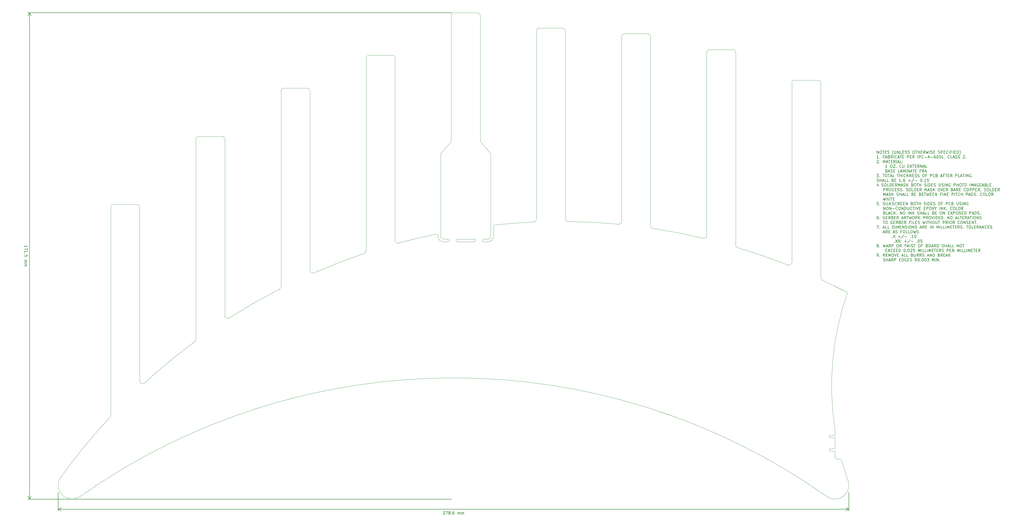
<source format=gbr>
%TF.GenerationSoftware,KiCad,Pcbnew,5.1.10-88a1d61d58~90~ubuntu20.04.1*%
%TF.CreationDate,2021-11-19T20:23:52-08:00*%
%TF.ProjectId,menorah555a,6d656e6f-7261-4683-9535-35612e6b6963,A*%
%TF.SameCoordinates,Original*%
%TF.FileFunction,OtherDrawing,Comment*%
%FSLAX46Y46*%
G04 Gerber Fmt 4.6, Leading zero omitted, Abs format (unit mm)*
G04 Created by KiCad (PCBNEW 5.1.10-88a1d61d58~90~ubuntu20.04.1) date 2021-11-19 20:23:52*
%MOMM*%
%LPD*%
G01*
G04 APERTURE LIST*
%ADD10C,0.150000*%
%TA.AperFunction,Profile*%
%ADD11C,0.050000*%
%TD*%
G04 APERTURE END LIST*
D10*
X192533333Y-229347619D02*
X192580952Y-229300000D01*
X192676190Y-229252380D01*
X192914285Y-229252380D01*
X193009523Y-229300000D01*
X193057142Y-229347619D01*
X193104761Y-229442857D01*
X193104761Y-229538095D01*
X193057142Y-229680952D01*
X192485714Y-230252380D01*
X193104761Y-230252380D01*
X193438095Y-229252380D02*
X194104761Y-229252380D01*
X193676190Y-230252380D01*
X194628571Y-229680952D02*
X194533333Y-229633333D01*
X194485714Y-229585714D01*
X194438095Y-229490476D01*
X194438095Y-229442857D01*
X194485714Y-229347619D01*
X194533333Y-229300000D01*
X194628571Y-229252380D01*
X194819047Y-229252380D01*
X194914285Y-229300000D01*
X194961904Y-229347619D01*
X195009523Y-229442857D01*
X195009523Y-229490476D01*
X194961904Y-229585714D01*
X194914285Y-229633333D01*
X194819047Y-229680952D01*
X194628571Y-229680952D01*
X194533333Y-229728571D01*
X194485714Y-229776190D01*
X194438095Y-229871428D01*
X194438095Y-230061904D01*
X194485714Y-230157142D01*
X194533333Y-230204761D01*
X194628571Y-230252380D01*
X194819047Y-230252380D01*
X194914285Y-230204761D01*
X194961904Y-230157142D01*
X195009523Y-230061904D01*
X195009523Y-229871428D01*
X194961904Y-229776190D01*
X194914285Y-229728571D01*
X194819047Y-229680952D01*
X195438095Y-230157142D02*
X195485714Y-230204761D01*
X195438095Y-230252380D01*
X195390476Y-230204761D01*
X195438095Y-230157142D01*
X195438095Y-230252380D01*
X196342857Y-229252380D02*
X196152380Y-229252380D01*
X196057142Y-229300000D01*
X196009523Y-229347619D01*
X195914285Y-229490476D01*
X195866666Y-229680952D01*
X195866666Y-230061904D01*
X195914285Y-230157142D01*
X195961904Y-230204761D01*
X196057142Y-230252380D01*
X196247619Y-230252380D01*
X196342857Y-230204761D01*
X196390476Y-230157142D01*
X196438095Y-230061904D01*
X196438095Y-229823809D01*
X196390476Y-229728571D01*
X196342857Y-229680952D01*
X196247619Y-229633333D01*
X196057142Y-229633333D01*
X195961904Y-229680952D01*
X195914285Y-229728571D01*
X195866666Y-229823809D01*
X197628571Y-230252380D02*
X197628571Y-229585714D01*
X197628571Y-229680952D02*
X197676190Y-229633333D01*
X197771428Y-229585714D01*
X197914285Y-229585714D01*
X198009523Y-229633333D01*
X198057142Y-229728571D01*
X198057142Y-230252380D01*
X198057142Y-229728571D02*
X198104761Y-229633333D01*
X198200000Y-229585714D01*
X198342857Y-229585714D01*
X198438095Y-229633333D01*
X198485714Y-229728571D01*
X198485714Y-230252380D01*
X198961904Y-230252380D02*
X198961904Y-229585714D01*
X198961904Y-229680952D02*
X199009523Y-229633333D01*
X199104761Y-229585714D01*
X199247619Y-229585714D01*
X199342857Y-229633333D01*
X199390476Y-229728571D01*
X199390476Y-230252380D01*
X199390476Y-229728571D02*
X199438095Y-229633333D01*
X199533333Y-229585714D01*
X199676190Y-229585714D01*
X199771428Y-229633333D01*
X199819047Y-229728571D01*
X199819047Y-230252380D01*
X335500000Y-228500000D02*
X56900000Y-228500000D01*
X335500000Y-222500000D02*
X335500000Y-229086421D01*
X56900000Y-222500000D02*
X56900000Y-229086421D01*
X56900000Y-228500000D02*
X58026504Y-227913579D01*
X56900000Y-228500000D02*
X58026504Y-229086421D01*
X335500000Y-228500000D02*
X334373496Y-227913579D01*
X335500000Y-228500000D02*
X334373496Y-229086421D01*
X45047619Y-136054761D02*
X45047619Y-135483333D01*
X45047619Y-135769047D02*
X46047619Y-135769047D01*
X45904761Y-135673809D01*
X45809523Y-135578571D01*
X45761904Y-135483333D01*
X46047619Y-136388095D02*
X46047619Y-137054761D01*
X45047619Y-136626190D01*
X45047619Y-137959523D02*
X45047619Y-137388095D01*
X45047619Y-137673809D02*
X46047619Y-137673809D01*
X45904761Y-137578571D01*
X45809523Y-137483333D01*
X45761904Y-137388095D01*
X45142857Y-138388095D02*
X45095238Y-138435714D01*
X45047619Y-138388095D01*
X45095238Y-138340476D01*
X45142857Y-138388095D01*
X45047619Y-138388095D01*
X46047619Y-139340476D02*
X46047619Y-138864285D01*
X45571428Y-138816666D01*
X45619047Y-138864285D01*
X45666666Y-138959523D01*
X45666666Y-139197619D01*
X45619047Y-139292857D01*
X45571428Y-139340476D01*
X45476190Y-139388095D01*
X45238095Y-139388095D01*
X45142857Y-139340476D01*
X45095238Y-139292857D01*
X45047619Y-139197619D01*
X45047619Y-138959523D01*
X45095238Y-138864285D01*
X45142857Y-138816666D01*
X45047619Y-140578571D02*
X45714285Y-140578571D01*
X45619047Y-140578571D02*
X45666666Y-140626190D01*
X45714285Y-140721428D01*
X45714285Y-140864285D01*
X45666666Y-140959523D01*
X45571428Y-141007142D01*
X45047619Y-141007142D01*
X45571428Y-141007142D02*
X45666666Y-141054761D01*
X45714285Y-141150000D01*
X45714285Y-141292857D01*
X45666666Y-141388095D01*
X45571428Y-141435714D01*
X45047619Y-141435714D01*
X45047619Y-141911904D02*
X45714285Y-141911904D01*
X45619047Y-141911904D02*
X45666666Y-141959523D01*
X45714285Y-142054761D01*
X45714285Y-142197619D01*
X45666666Y-142292857D01*
X45571428Y-142340476D01*
X45047619Y-142340476D01*
X45571428Y-142340476D02*
X45666666Y-142388095D01*
X45714285Y-142483333D01*
X45714285Y-142626190D01*
X45666666Y-142721428D01*
X45571428Y-142769047D01*
X45047619Y-142769047D01*
X46800000Y-53400000D02*
X46800000Y-224900000D01*
X195500000Y-53400000D02*
X46213579Y-53400000D01*
X195500000Y-224900000D02*
X46213579Y-224900000D01*
X46800000Y-224900000D02*
X46213579Y-223773496D01*
X46800000Y-224900000D02*
X47386421Y-223773496D01*
X46800000Y-53400000D02*
X46213579Y-54526504D01*
X46800000Y-53400000D02*
X47386421Y-54526504D01*
D11*
X197600000Y-133200000D02*
X203400000Y-133200000D01*
X197600000Y-134200000D02*
X203400000Y-134200000D01*
X192700000Y-134200000D02*
X194200000Y-134200000D01*
X206800000Y-134200000D02*
X208300000Y-134200000D01*
X192700000Y-133200000D02*
X194200000Y-133200000D01*
X197600000Y-134200000D02*
G75*
G02*
X197600000Y-133200000I0J500000D01*
G01*
X203400000Y-133200000D02*
G75*
G02*
X203400000Y-134200000I0J-500000D01*
G01*
X206800000Y-134200000D02*
G75*
G02*
X206800000Y-133200000I0J500000D01*
G01*
X194200000Y-133200000D02*
G75*
G02*
X194200000Y-134200000I0J-500000D01*
G01*
X330600000Y-208000000D02*
X330600000Y-209800000D01*
X330600000Y-203250000D02*
X330600000Y-207149000D01*
X329030000Y-203249000D02*
G75*
G02*
X329030000Y-202399000I0J425000D01*
G01*
X329030000Y-203249000D02*
X330600000Y-203249000D01*
X329030000Y-202399000D02*
X330600000Y-202399000D01*
X329030000Y-207999000D02*
G75*
G02*
X329030000Y-207149000I0J425000D01*
G01*
X329030000Y-207149000D02*
X330600000Y-207149000D01*
X329030000Y-207999000D02*
X330600000Y-207999000D01*
X334473216Y-151784307D02*
X334841394Y-151986459D01*
X326209269Y-147680505D02*
X326340000Y-147740000D01*
X334473217Y-151784307D02*
G75*
G03*
X326340000Y-147740000I-100603217J-192115693D01*
G01*
X313693401Y-142252243D02*
X313977382Y-142376308D01*
X296341181Y-136225926D02*
X296540000Y-136280000D01*
X313693401Y-142252243D02*
G75*
G03*
X296540000Y-136280000I-79823401J-201647757D01*
G01*
X283817199Y-132845881D02*
X284141181Y-132935926D01*
X266392088Y-129478148D02*
X266730000Y-129520000D01*
X283817199Y-132845881D02*
G75*
G03*
X266730000Y-129520000I-49947199J-211054119D01*
G01*
X253945960Y-127939407D02*
X254312844Y-127986195D01*
X236634899Y-127029391D02*
X236940000Y-127030000D01*
X253945960Y-127939408D02*
G75*
G03*
X236940000Y-127030000I-20075960J-215960592D01*
G01*
X224310641Y-127212249D02*
X224573648Y-127204808D01*
X211100000Y-128200000D02*
X210713176Y-128247596D01*
X224310641Y-127212249D02*
G75*
G03*
X211100000Y-128200000I9559359J-216687751D01*
G01*
X210713176Y-128247596D02*
G75*
G03*
X210300000Y-128740000I86824J-492404D01*
G01*
X189818328Y-131513618D02*
X190070590Y-131457037D01*
X190070590Y-131457037D02*
G75*
G02*
X190700000Y-131940000I129410J-482963D01*
G01*
X177300000Y-134500000D02*
X176925568Y-134605519D01*
X189818328Y-131513619D02*
G75*
G03*
X177300000Y-134500000I44051672J-212386381D01*
G01*
X147100000Y-145100000D02*
X147022618Y-145136308D01*
X164658819Y-138335926D02*
X164398003Y-138414929D01*
X164398003Y-138414928D02*
G75*
G03*
X147100000Y-145100000I69471997J-205485072D01*
G01*
X117400000Y-160900000D02*
X117229320Y-161007146D01*
X134929919Y-150858048D02*
X134801847Y-150922131D01*
X134801848Y-150922131D02*
G75*
G03*
X117400000Y-160900000I99088152J-192977869D01*
G01*
X104841866Y-169519312D02*
X104929919Y-169458048D01*
X75069131Y-196113145D02*
X74841689Y-196355905D01*
X87600000Y-183700000D02*
X87294658Y-183979340D01*
X313977382Y-142376308D02*
G75*
G03*
X315400000Y-141470000I422618J906308D01*
G01*
X284141181Y-132935926D02*
G75*
G03*
X285400000Y-131970000I258819J965926D01*
G01*
X254312844Y-127986195D02*
G75*
G03*
X255400000Y-126990000I87156J996195D01*
G01*
X224573648Y-127204808D02*
G75*
G03*
X225400000Y-126220000I-173648J984808D01*
G01*
X164658819Y-138335926D02*
G75*
G03*
X165400000Y-137370000I-258819J965926D01*
G01*
X134929919Y-150858048D02*
G75*
G03*
X135400000Y-150010000I-529919J848048D01*
G01*
X326209269Y-147680505D02*
G75*
G02*
X325600000Y-146760000I390731J920505D01*
G01*
X296341181Y-136225926D02*
G75*
G02*
X295600000Y-135260000I258819J965926D01*
G01*
X266392088Y-129478148D02*
G75*
G02*
X265600000Y-128500000I207912J978148D01*
G01*
X236634899Y-127029391D02*
G75*
G02*
X235600000Y-126030000I-34899J999391D01*
G01*
X176925568Y-134605519D02*
G75*
G02*
X175600000Y-133660000I-325568J945519D01*
G01*
X147022618Y-145136308D02*
G75*
G02*
X145600000Y-144230000I-422618J906308D01*
G01*
X117229320Y-161007146D02*
G75*
G02*
X115600000Y-160230000I-629320J777146D01*
G01*
X104929919Y-169458048D02*
G75*
G03*
X105400000Y-168610000I-529919J848048D01*
G01*
X87294658Y-183979340D02*
G75*
G02*
X85600000Y-183260000I-694658J719340D01*
G01*
X75069131Y-196113145D02*
G75*
G03*
X75400000Y-195370000I-669131J743145D01*
G01*
X74841689Y-196355905D02*
G75*
G03*
X57824000Y-217136000I158968311J-147544095D01*
G01*
X210300000Y-132200000D02*
X210300000Y-128740000D01*
X190700000Y-132200000D02*
X190700000Y-131940000D01*
X210300000Y-132200000D02*
G75*
G02*
X208300000Y-134200000I-2000000J0D01*
G01*
X192700000Y-134200000D02*
G75*
G02*
X190700000Y-132200000I0J2000000D01*
G01*
X209300000Y-132200000D02*
G75*
G02*
X208300000Y-133200000I-1000000J0D01*
G01*
X192700000Y-133200000D02*
G75*
G02*
X191700000Y-132200000I0J1000000D01*
G01*
X330600000Y-209800000D02*
G75*
G03*
X331600000Y-210800000I1000000J0D01*
G01*
X332889778Y-211022354D02*
X332963500Y-211270827D01*
X332889778Y-211022354D02*
G75*
G03*
X332600000Y-210800000I-289778J-77646D01*
G01*
X331600000Y-210800000D02*
X332600000Y-210800000D01*
X332963500Y-211270827D02*
G75*
G03*
X335030000Y-217906000I96036500J26270827D01*
G01*
X334963541Y-152291394D02*
X334868155Y-152553185D01*
X330600000Y-202399000D02*
X330600000Y-200200000D01*
X334963541Y-152291394D02*
G75*
G03*
X334841394Y-151986459I-213541J91394D01*
G01*
X327511852Y-223813089D02*
X327603497Y-223876946D01*
X64764915Y-223901327D02*
X64850309Y-223837228D01*
X64764915Y-223901326D02*
G75*
G02*
X57824000Y-217136000I-2964915J3901326D01*
G01*
X327603497Y-223876946D02*
G75*
G03*
X335030000Y-217906000I2996503J3876946D01*
G01*
X334868155Y-152553185D02*
G75*
G03*
X330600000Y-200200000I94131845J-32446815D01*
G01*
X104841866Y-169519312D02*
G75*
G03*
X87600000Y-183700000I128968134J-174380688D01*
G01*
X327511852Y-223813090D02*
G75*
G03*
X64850000Y-223840000I-131311852J-186186910D01*
G01*
X285400000Y-67400000D02*
G75*
G02*
X286400000Y-66400000I1000000J0D01*
G01*
X325600000Y-78200000D02*
X325600000Y-146760000D01*
X235600000Y-59800000D02*
X235600000Y-126030000D01*
X234600000Y-58800000D02*
G75*
G02*
X235600000Y-59800000I0J-1000000D01*
G01*
X226400000Y-58800000D02*
X234600000Y-58800000D01*
X225400000Y-59800000D02*
G75*
G02*
X226400000Y-58800000I1000000J0D01*
G01*
X225400000Y-126220000D02*
X225400000Y-59800000D01*
X286400000Y-66400000D02*
X294600000Y-66400000D01*
X315400000Y-78200000D02*
G75*
G02*
X316400000Y-77200000I1000000J0D01*
G01*
X315400000Y-141470000D02*
X315400000Y-78200000D01*
X264600000Y-60800000D02*
G75*
G02*
X265600000Y-61800000I0J-1000000D01*
G01*
X316400000Y-77200000D02*
X324600000Y-77200000D01*
X265600000Y-61800000D02*
X265600000Y-128500000D01*
X295600000Y-67400000D02*
X295600000Y-135260000D01*
X324600000Y-77200000D02*
G75*
G02*
X325600000Y-78200000I0J-1000000D01*
G01*
X255400000Y-126990000D02*
X255400000Y-61800000D01*
X285400000Y-131970000D02*
X285400000Y-67400000D01*
X256400000Y-60800000D02*
X264600000Y-60800000D01*
X294600000Y-66400000D02*
G75*
G02*
X295600000Y-67400000I0J-1000000D01*
G01*
X255400000Y-61800000D02*
G75*
G02*
X256400000Y-60800000I1000000J0D01*
G01*
X165400000Y-69400000D02*
G75*
G02*
X166400000Y-68400000I1000000J0D01*
G01*
X166400000Y-68400000D02*
X174600000Y-68400000D01*
X175600000Y-69400000D02*
X175600000Y-133660000D01*
X165400000Y-137370000D02*
X165400000Y-69400000D01*
X174600000Y-68400000D02*
G75*
G02*
X175600000Y-69400000I0J-1000000D01*
G01*
X145600000Y-81000000D02*
X145600000Y-144230000D01*
X144600000Y-80000000D02*
G75*
G02*
X145600000Y-81000000I0J-1000000D01*
G01*
X136400000Y-80000000D02*
X144600000Y-80000000D01*
X135400000Y-81000000D02*
G75*
G02*
X136400000Y-80000000I1000000J0D01*
G01*
X135400000Y-150010000D02*
X135400000Y-81000000D01*
X115600000Y-98000000D02*
X115600000Y-160230000D01*
X114600000Y-97000000D02*
G75*
G02*
X115600000Y-98000000I0J-1000000D01*
G01*
X106400000Y-97000000D02*
X114600000Y-97000000D01*
X105400000Y-98000000D02*
G75*
G02*
X106400000Y-97000000I1000000J0D01*
G01*
X105400000Y-168610000D02*
X105400000Y-98000000D01*
X205600000Y-98800000D02*
X209300000Y-103000000D01*
X205600000Y-54400000D02*
X205600000Y-98800000D01*
X195400000Y-98800000D02*
X191700000Y-103000000D01*
X195400000Y-54400000D02*
X195400000Y-98800000D01*
X204600000Y-53400000D02*
G75*
G02*
X205600000Y-54400000I0J-1000000D01*
G01*
X196400000Y-53400000D02*
X204600000Y-53400000D01*
X195400000Y-54400000D02*
G75*
G02*
X196400000Y-53400000I1000000J0D01*
G01*
X209300000Y-103000000D02*
X209300000Y-132200000D01*
X206800000Y-133200000D02*
X208300000Y-133200000D01*
X191700000Y-103000000D02*
X191700000Y-132200000D01*
X84600000Y-121000000D02*
G75*
G02*
X85600000Y-122000000I0J-1000000D01*
G01*
X75400000Y-122000000D02*
G75*
G02*
X76400000Y-121000000I1000000J0D01*
G01*
X75400000Y-195370000D02*
X75400000Y-122000000D01*
X85600000Y-122000000D02*
X85600000Y-183260000D01*
X76400000Y-121000000D02*
X84600000Y-121000000D01*
D10*
X345425595Y-103067380D02*
X345425595Y-102067380D01*
X345997023Y-103067380D01*
X345997023Y-102067380D01*
X346663690Y-102067380D02*
X346854166Y-102067380D01*
X346949404Y-102115000D01*
X347044642Y-102210238D01*
X347092261Y-102400714D01*
X347092261Y-102734047D01*
X347044642Y-102924523D01*
X346949404Y-103019761D01*
X346854166Y-103067380D01*
X346663690Y-103067380D01*
X346568452Y-103019761D01*
X346473214Y-102924523D01*
X346425595Y-102734047D01*
X346425595Y-102400714D01*
X346473214Y-102210238D01*
X346568452Y-102115000D01*
X346663690Y-102067380D01*
X347377976Y-102067380D02*
X347949404Y-102067380D01*
X347663690Y-103067380D02*
X347663690Y-102067380D01*
X348282738Y-102543571D02*
X348616071Y-102543571D01*
X348758928Y-103067380D02*
X348282738Y-103067380D01*
X348282738Y-102067380D01*
X348758928Y-102067380D01*
X349139880Y-103019761D02*
X349282738Y-103067380D01*
X349520833Y-103067380D01*
X349616071Y-103019761D01*
X349663690Y-102972142D01*
X349711309Y-102876904D01*
X349711309Y-102781666D01*
X349663690Y-102686428D01*
X349616071Y-102638809D01*
X349520833Y-102591190D01*
X349330357Y-102543571D01*
X349235119Y-102495952D01*
X349187500Y-102448333D01*
X349139880Y-102353095D01*
X349139880Y-102257857D01*
X349187500Y-102162619D01*
X349235119Y-102115000D01*
X349330357Y-102067380D01*
X349568452Y-102067380D01*
X349711309Y-102115000D01*
X351187500Y-103448333D02*
X351139880Y-103400714D01*
X351044642Y-103257857D01*
X350997023Y-103162619D01*
X350949404Y-103019761D01*
X350901785Y-102781666D01*
X350901785Y-102591190D01*
X350949404Y-102353095D01*
X350997023Y-102210238D01*
X351044642Y-102115000D01*
X351139880Y-101972142D01*
X351187500Y-101924523D01*
X351568452Y-102067380D02*
X351568452Y-102876904D01*
X351616071Y-102972142D01*
X351663690Y-103019761D01*
X351758928Y-103067380D01*
X351949404Y-103067380D01*
X352044642Y-103019761D01*
X352092261Y-102972142D01*
X352139880Y-102876904D01*
X352139880Y-102067380D01*
X352616071Y-103067380D02*
X352616071Y-102067380D01*
X353187500Y-103067380D01*
X353187500Y-102067380D01*
X354139880Y-103067380D02*
X353663690Y-103067380D01*
X353663690Y-102067380D01*
X354473214Y-102543571D02*
X354806547Y-102543571D01*
X354949404Y-103067380D02*
X354473214Y-103067380D01*
X354473214Y-102067380D01*
X354949404Y-102067380D01*
X355330357Y-103019761D02*
X355473214Y-103067380D01*
X355711309Y-103067380D01*
X355806547Y-103019761D01*
X355854166Y-102972142D01*
X355901785Y-102876904D01*
X355901785Y-102781666D01*
X355854166Y-102686428D01*
X355806547Y-102638809D01*
X355711309Y-102591190D01*
X355520833Y-102543571D01*
X355425595Y-102495952D01*
X355377976Y-102448333D01*
X355330357Y-102353095D01*
X355330357Y-102257857D01*
X355377976Y-102162619D01*
X355425595Y-102115000D01*
X355520833Y-102067380D01*
X355758928Y-102067380D01*
X355901785Y-102115000D01*
X356282738Y-103019761D02*
X356425595Y-103067380D01*
X356663690Y-103067380D01*
X356758928Y-103019761D01*
X356806547Y-102972142D01*
X356854166Y-102876904D01*
X356854166Y-102781666D01*
X356806547Y-102686428D01*
X356758928Y-102638809D01*
X356663690Y-102591190D01*
X356473214Y-102543571D01*
X356377976Y-102495952D01*
X356330357Y-102448333D01*
X356282738Y-102353095D01*
X356282738Y-102257857D01*
X356330357Y-102162619D01*
X356377976Y-102115000D01*
X356473214Y-102067380D01*
X356711309Y-102067380D01*
X356854166Y-102115000D01*
X358235119Y-102067380D02*
X358425595Y-102067380D01*
X358520833Y-102115000D01*
X358616071Y-102210238D01*
X358663690Y-102400714D01*
X358663690Y-102734047D01*
X358616071Y-102924523D01*
X358520833Y-103019761D01*
X358425595Y-103067380D01*
X358235119Y-103067380D01*
X358139880Y-103019761D01*
X358044642Y-102924523D01*
X357997023Y-102734047D01*
X357997023Y-102400714D01*
X358044642Y-102210238D01*
X358139880Y-102115000D01*
X358235119Y-102067380D01*
X358949404Y-102067380D02*
X359520833Y-102067380D01*
X359235119Y-103067380D02*
X359235119Y-102067380D01*
X359854166Y-103067380D02*
X359854166Y-102067380D01*
X359854166Y-102543571D02*
X360425595Y-102543571D01*
X360425595Y-103067380D02*
X360425595Y-102067380D01*
X360901785Y-102543571D02*
X361235119Y-102543571D01*
X361377976Y-103067380D02*
X360901785Y-103067380D01*
X360901785Y-102067380D01*
X361377976Y-102067380D01*
X362377976Y-103067380D02*
X362044642Y-102591190D01*
X361806547Y-103067380D02*
X361806547Y-102067380D01*
X362187500Y-102067380D01*
X362282738Y-102115000D01*
X362330357Y-102162619D01*
X362377976Y-102257857D01*
X362377976Y-102400714D01*
X362330357Y-102495952D01*
X362282738Y-102543571D01*
X362187500Y-102591190D01*
X361806547Y-102591190D01*
X362711309Y-102067380D02*
X362949404Y-103067380D01*
X363139880Y-102353095D01*
X363330357Y-103067380D01*
X363568452Y-102067380D01*
X363949404Y-103067380D02*
X363949404Y-102067380D01*
X364377976Y-103019761D02*
X364520833Y-103067380D01*
X364758928Y-103067380D01*
X364854166Y-103019761D01*
X364901785Y-102972142D01*
X364949404Y-102876904D01*
X364949404Y-102781666D01*
X364901785Y-102686428D01*
X364854166Y-102638809D01*
X364758928Y-102591190D01*
X364568452Y-102543571D01*
X364473214Y-102495952D01*
X364425595Y-102448333D01*
X364377976Y-102353095D01*
X364377976Y-102257857D01*
X364425595Y-102162619D01*
X364473214Y-102115000D01*
X364568452Y-102067380D01*
X364806547Y-102067380D01*
X364949404Y-102115000D01*
X365377976Y-102543571D02*
X365711309Y-102543571D01*
X365854166Y-103067380D02*
X365377976Y-103067380D01*
X365377976Y-102067380D01*
X365854166Y-102067380D01*
X366997023Y-103019761D02*
X367139880Y-103067380D01*
X367377976Y-103067380D01*
X367473214Y-103019761D01*
X367520833Y-102972142D01*
X367568452Y-102876904D01*
X367568452Y-102781666D01*
X367520833Y-102686428D01*
X367473214Y-102638809D01*
X367377976Y-102591190D01*
X367187500Y-102543571D01*
X367092261Y-102495952D01*
X367044642Y-102448333D01*
X366997023Y-102353095D01*
X366997023Y-102257857D01*
X367044642Y-102162619D01*
X367092261Y-102115000D01*
X367187500Y-102067380D01*
X367425595Y-102067380D01*
X367568452Y-102115000D01*
X367997023Y-103067380D02*
X367997023Y-102067380D01*
X368377976Y-102067380D01*
X368473214Y-102115000D01*
X368520833Y-102162619D01*
X368568452Y-102257857D01*
X368568452Y-102400714D01*
X368520833Y-102495952D01*
X368473214Y-102543571D01*
X368377976Y-102591190D01*
X367997023Y-102591190D01*
X368997023Y-102543571D02*
X369330357Y-102543571D01*
X369473214Y-103067380D02*
X368997023Y-103067380D01*
X368997023Y-102067380D01*
X369473214Y-102067380D01*
X370473214Y-102972142D02*
X370425595Y-103019761D01*
X370282738Y-103067380D01*
X370187500Y-103067380D01*
X370044642Y-103019761D01*
X369949404Y-102924523D01*
X369901785Y-102829285D01*
X369854166Y-102638809D01*
X369854166Y-102495952D01*
X369901785Y-102305476D01*
X369949404Y-102210238D01*
X370044642Y-102115000D01*
X370187500Y-102067380D01*
X370282738Y-102067380D01*
X370425595Y-102115000D01*
X370473214Y-102162619D01*
X370901785Y-103067380D02*
X370901785Y-102067380D01*
X371711309Y-102543571D02*
X371377976Y-102543571D01*
X371377976Y-103067380D02*
X371377976Y-102067380D01*
X371854166Y-102067380D01*
X372235119Y-103067380D02*
X372235119Y-102067380D01*
X372711309Y-102543571D02*
X373044642Y-102543571D01*
X373187500Y-103067380D02*
X372711309Y-103067380D01*
X372711309Y-102067380D01*
X373187500Y-102067380D01*
X373616071Y-103067380D02*
X373616071Y-102067380D01*
X373854166Y-102067380D01*
X373997023Y-102115000D01*
X374092261Y-102210238D01*
X374139880Y-102305476D01*
X374187500Y-102495952D01*
X374187500Y-102638809D01*
X374139880Y-102829285D01*
X374092261Y-102924523D01*
X373997023Y-103019761D01*
X373854166Y-103067380D01*
X373616071Y-103067380D01*
X374520833Y-103448333D02*
X374568452Y-103400714D01*
X374663690Y-103257857D01*
X374711309Y-103162619D01*
X374758928Y-103019761D01*
X374806547Y-102781666D01*
X374806547Y-102591190D01*
X374758928Y-102353095D01*
X374711309Y-102210238D01*
X374663690Y-102115000D01*
X374568452Y-101972142D01*
X374520833Y-101924523D01*
X345949404Y-104717380D02*
X345377976Y-104717380D01*
X345663690Y-104717380D02*
X345663690Y-103717380D01*
X345568452Y-103860238D01*
X345473214Y-103955476D01*
X345377976Y-104003095D01*
X346377976Y-104622142D02*
X346425595Y-104669761D01*
X346377976Y-104717380D01*
X346330357Y-104669761D01*
X346377976Y-104622142D01*
X346377976Y-104717380D01*
X347949404Y-104193571D02*
X347616071Y-104193571D01*
X347616071Y-104717380D02*
X347616071Y-103717380D01*
X348092261Y-103717380D01*
X348425595Y-104431666D02*
X348901785Y-104431666D01*
X348330357Y-104717380D02*
X348663690Y-103717380D01*
X348997023Y-104717380D01*
X349663690Y-104193571D02*
X349806547Y-104241190D01*
X349854166Y-104288809D01*
X349901785Y-104384047D01*
X349901785Y-104526904D01*
X349854166Y-104622142D01*
X349806547Y-104669761D01*
X349711309Y-104717380D01*
X349330357Y-104717380D01*
X349330357Y-103717380D01*
X349663690Y-103717380D01*
X349758928Y-103765000D01*
X349806547Y-103812619D01*
X349854166Y-103907857D01*
X349854166Y-104003095D01*
X349806547Y-104098333D01*
X349758928Y-104145952D01*
X349663690Y-104193571D01*
X349330357Y-104193571D01*
X350901785Y-104717380D02*
X350568452Y-104241190D01*
X350330357Y-104717380D02*
X350330357Y-103717380D01*
X350711309Y-103717380D01*
X350806547Y-103765000D01*
X350854166Y-103812619D01*
X350901785Y-103907857D01*
X350901785Y-104050714D01*
X350854166Y-104145952D01*
X350806547Y-104193571D01*
X350711309Y-104241190D01*
X350330357Y-104241190D01*
X351330357Y-104717380D02*
X351330357Y-103717380D01*
X352377976Y-104622142D02*
X352330357Y-104669761D01*
X352187500Y-104717380D01*
X352092261Y-104717380D01*
X351949404Y-104669761D01*
X351854166Y-104574523D01*
X351806547Y-104479285D01*
X351758928Y-104288809D01*
X351758928Y-104145952D01*
X351806547Y-103955476D01*
X351854166Y-103860238D01*
X351949404Y-103765000D01*
X352092261Y-103717380D01*
X352187500Y-103717380D01*
X352330357Y-103765000D01*
X352377976Y-103812619D01*
X352758928Y-104431666D02*
X353235119Y-104431666D01*
X352663690Y-104717380D02*
X352997023Y-103717380D01*
X353330357Y-104717380D01*
X353520833Y-103717380D02*
X354092261Y-103717380D01*
X353806547Y-104717380D02*
X353806547Y-103717380D01*
X354425595Y-104193571D02*
X354758928Y-104193571D01*
X354901785Y-104717380D02*
X354425595Y-104717380D01*
X354425595Y-103717380D01*
X354901785Y-103717380D01*
X356092261Y-104717380D02*
X356092261Y-103717380D01*
X356473214Y-103717380D01*
X356568452Y-103765000D01*
X356616071Y-103812619D01*
X356663690Y-103907857D01*
X356663690Y-104050714D01*
X356616071Y-104145952D01*
X356568452Y-104193571D01*
X356473214Y-104241190D01*
X356092261Y-104241190D01*
X357092261Y-104193571D02*
X357425595Y-104193571D01*
X357568452Y-104717380D02*
X357092261Y-104717380D01*
X357092261Y-103717380D01*
X357568452Y-103717380D01*
X358568452Y-104717380D02*
X358235119Y-104241190D01*
X357997023Y-104717380D02*
X357997023Y-103717380D01*
X358377976Y-103717380D01*
X358473214Y-103765000D01*
X358520833Y-103812619D01*
X358568452Y-103907857D01*
X358568452Y-104050714D01*
X358520833Y-104145952D01*
X358473214Y-104193571D01*
X358377976Y-104241190D01*
X357997023Y-104241190D01*
X359758928Y-104717380D02*
X359758928Y-103717380D01*
X360235119Y-104717380D02*
X360235119Y-103717380D01*
X360616071Y-103717380D01*
X360711309Y-103765000D01*
X360758928Y-103812619D01*
X360806547Y-103907857D01*
X360806547Y-104050714D01*
X360758928Y-104145952D01*
X360711309Y-104193571D01*
X360616071Y-104241190D01*
X360235119Y-104241190D01*
X361806547Y-104622142D02*
X361758928Y-104669761D01*
X361616071Y-104717380D01*
X361520833Y-104717380D01*
X361377976Y-104669761D01*
X361282738Y-104574523D01*
X361235119Y-104479285D01*
X361187500Y-104288809D01*
X361187500Y-104145952D01*
X361235119Y-103955476D01*
X361282738Y-103860238D01*
X361377976Y-103765000D01*
X361520833Y-103717380D01*
X361616071Y-103717380D01*
X361758928Y-103765000D01*
X361806547Y-103812619D01*
X362235119Y-104336428D02*
X362997023Y-104336428D01*
X363425595Y-104431666D02*
X363901785Y-104431666D01*
X363330357Y-104717380D02*
X363663690Y-103717380D01*
X363997023Y-104717380D01*
X364330357Y-104336428D02*
X365092261Y-104336428D01*
X365997023Y-103717380D02*
X365806547Y-103717380D01*
X365711309Y-103765000D01*
X365663690Y-103812619D01*
X365568452Y-103955476D01*
X365520833Y-104145952D01*
X365520833Y-104526904D01*
X365568452Y-104622142D01*
X365616071Y-104669761D01*
X365711309Y-104717380D01*
X365901785Y-104717380D01*
X365997023Y-104669761D01*
X366044642Y-104622142D01*
X366092261Y-104526904D01*
X366092261Y-104288809D01*
X366044642Y-104193571D01*
X365997023Y-104145952D01*
X365901785Y-104098333D01*
X365711309Y-104098333D01*
X365616071Y-104145952D01*
X365568452Y-104193571D01*
X365520833Y-104288809D01*
X366711309Y-103717380D02*
X366806547Y-103717380D01*
X366901785Y-103765000D01*
X366949404Y-103812619D01*
X366997023Y-103907857D01*
X367044642Y-104098333D01*
X367044642Y-104336428D01*
X366997023Y-104526904D01*
X366949404Y-104622142D01*
X366901785Y-104669761D01*
X366806547Y-104717380D01*
X366711309Y-104717380D01*
X366616071Y-104669761D01*
X366568452Y-104622142D01*
X366520833Y-104526904D01*
X366473214Y-104336428D01*
X366473214Y-104098333D01*
X366520833Y-103907857D01*
X366568452Y-103812619D01*
X366616071Y-103765000D01*
X366711309Y-103717380D01*
X367663690Y-103717380D02*
X367758928Y-103717380D01*
X367854166Y-103765000D01*
X367901785Y-103812619D01*
X367949404Y-103907857D01*
X367997023Y-104098333D01*
X367997023Y-104336428D01*
X367949404Y-104526904D01*
X367901785Y-104622142D01*
X367854166Y-104669761D01*
X367758928Y-104717380D01*
X367663690Y-104717380D01*
X367568452Y-104669761D01*
X367520833Y-104622142D01*
X367473214Y-104526904D01*
X367425595Y-104336428D01*
X367425595Y-104098333D01*
X367473214Y-103907857D01*
X367520833Y-103812619D01*
X367568452Y-103765000D01*
X367663690Y-103717380D01*
X368901785Y-104717380D02*
X368425595Y-104717380D01*
X368425595Y-103717380D01*
X369282738Y-104669761D02*
X369282738Y-104717380D01*
X369235119Y-104812619D01*
X369187500Y-104860238D01*
X371044642Y-104622142D02*
X370997023Y-104669761D01*
X370854166Y-104717380D01*
X370758928Y-104717380D01*
X370616071Y-104669761D01*
X370520833Y-104574523D01*
X370473214Y-104479285D01*
X370425595Y-104288809D01*
X370425595Y-104145952D01*
X370473214Y-103955476D01*
X370520833Y-103860238D01*
X370616071Y-103765000D01*
X370758928Y-103717380D01*
X370854166Y-103717380D01*
X370997023Y-103765000D01*
X371044642Y-103812619D01*
X371949404Y-104717380D02*
X371473214Y-104717380D01*
X371473214Y-103717380D01*
X372235119Y-104431666D02*
X372711309Y-104431666D01*
X372139880Y-104717380D02*
X372473214Y-103717380D01*
X372806547Y-104717380D01*
X373092261Y-104669761D02*
X373235119Y-104717380D01*
X373473214Y-104717380D01*
X373568452Y-104669761D01*
X373616071Y-104622142D01*
X373663690Y-104526904D01*
X373663690Y-104431666D01*
X373616071Y-104336428D01*
X373568452Y-104288809D01*
X373473214Y-104241190D01*
X373282738Y-104193571D01*
X373187500Y-104145952D01*
X373139880Y-104098333D01*
X373092261Y-104003095D01*
X373092261Y-103907857D01*
X373139880Y-103812619D01*
X373187500Y-103765000D01*
X373282738Y-103717380D01*
X373520833Y-103717380D01*
X373663690Y-103765000D01*
X374044642Y-104669761D02*
X374187500Y-104717380D01*
X374425595Y-104717380D01*
X374520833Y-104669761D01*
X374568452Y-104622142D01*
X374616071Y-104526904D01*
X374616071Y-104431666D01*
X374568452Y-104336428D01*
X374520833Y-104288809D01*
X374425595Y-104241190D01*
X374235119Y-104193571D01*
X374139880Y-104145952D01*
X374092261Y-104098333D01*
X374044642Y-104003095D01*
X374044642Y-103907857D01*
X374092261Y-103812619D01*
X374139880Y-103765000D01*
X374235119Y-103717380D01*
X374473214Y-103717380D01*
X374616071Y-103765000D01*
X375758928Y-103812619D02*
X375806547Y-103765000D01*
X375901785Y-103717380D01*
X376139880Y-103717380D01*
X376235119Y-103765000D01*
X376282738Y-103812619D01*
X376330357Y-103907857D01*
X376330357Y-104003095D01*
X376282738Y-104145952D01*
X375711309Y-104717380D01*
X376330357Y-104717380D01*
X376758928Y-104622142D02*
X376806547Y-104669761D01*
X376758928Y-104717380D01*
X376711309Y-104669761D01*
X376758928Y-104622142D01*
X376758928Y-104717380D01*
X345377976Y-105462619D02*
X345425595Y-105415000D01*
X345520833Y-105367380D01*
X345758928Y-105367380D01*
X345854166Y-105415000D01*
X345901785Y-105462619D01*
X345949404Y-105557857D01*
X345949404Y-105653095D01*
X345901785Y-105795952D01*
X345330357Y-106367380D01*
X345949404Y-106367380D01*
X346377976Y-106272142D02*
X346425595Y-106319761D01*
X346377976Y-106367380D01*
X346330357Y-106319761D01*
X346377976Y-106272142D01*
X346377976Y-106367380D01*
X347616071Y-106367380D02*
X347616071Y-105367380D01*
X347949404Y-106081666D01*
X348282738Y-105367380D01*
X348282738Y-106367380D01*
X348711309Y-106081666D02*
X349187500Y-106081666D01*
X348616071Y-106367380D02*
X348949404Y-105367380D01*
X349282738Y-106367380D01*
X349473214Y-105367380D02*
X350044642Y-105367380D01*
X349758928Y-106367380D02*
X349758928Y-105367380D01*
X350377976Y-105843571D02*
X350711309Y-105843571D01*
X350854166Y-106367380D02*
X350377976Y-106367380D01*
X350377976Y-105367380D01*
X350854166Y-105367380D01*
X351854166Y-106367380D02*
X351520833Y-105891190D01*
X351282738Y-106367380D02*
X351282738Y-105367380D01*
X351663690Y-105367380D01*
X351758928Y-105415000D01*
X351806547Y-105462619D01*
X351854166Y-105557857D01*
X351854166Y-105700714D01*
X351806547Y-105795952D01*
X351758928Y-105843571D01*
X351663690Y-105891190D01*
X351282738Y-105891190D01*
X352282738Y-106367380D02*
X352282738Y-105367380D01*
X352711309Y-106081666D02*
X353187500Y-106081666D01*
X352616071Y-106367380D02*
X352949404Y-105367380D01*
X353282738Y-106367380D01*
X354092261Y-106367380D02*
X353616071Y-106367380D01*
X353616071Y-105367380D01*
X354425595Y-106272142D02*
X354473214Y-106319761D01*
X354425595Y-106367380D01*
X354377976Y-106319761D01*
X354425595Y-106272142D01*
X354425595Y-106367380D01*
X354425595Y-105748333D02*
X354473214Y-105795952D01*
X354425595Y-105843571D01*
X354377976Y-105795952D01*
X354425595Y-105748333D01*
X354425595Y-105843571D01*
X348997023Y-108017380D02*
X348425595Y-108017380D01*
X348711309Y-108017380D02*
X348711309Y-107017380D01*
X348616071Y-107160238D01*
X348520833Y-107255476D01*
X348425595Y-107303095D01*
X350377976Y-107017380D02*
X350568452Y-107017380D01*
X350663690Y-107065000D01*
X350758928Y-107160238D01*
X350806547Y-107350714D01*
X350806547Y-107684047D01*
X350758928Y-107874523D01*
X350663690Y-107969761D01*
X350568452Y-108017380D01*
X350377976Y-108017380D01*
X350282738Y-107969761D01*
X350187500Y-107874523D01*
X350139880Y-107684047D01*
X350139880Y-107350714D01*
X350187500Y-107160238D01*
X350282738Y-107065000D01*
X350377976Y-107017380D01*
X351139880Y-107017380D02*
X351806547Y-107017380D01*
X351139880Y-108017380D01*
X351806547Y-108017380D01*
X352187500Y-107922142D02*
X352235119Y-107969761D01*
X352187500Y-108017380D01*
X352139880Y-107969761D01*
X352187500Y-107922142D01*
X352187500Y-108017380D01*
X353997023Y-107922142D02*
X353949404Y-107969761D01*
X353806547Y-108017380D01*
X353711309Y-108017380D01*
X353568452Y-107969761D01*
X353473214Y-107874523D01*
X353425595Y-107779285D01*
X353377976Y-107588809D01*
X353377976Y-107445952D01*
X353425595Y-107255476D01*
X353473214Y-107160238D01*
X353568452Y-107065000D01*
X353711309Y-107017380D01*
X353806547Y-107017380D01*
X353949404Y-107065000D01*
X353997023Y-107112619D01*
X354425595Y-107017380D02*
X354425595Y-107826904D01*
X354473214Y-107922142D01*
X354520833Y-107969761D01*
X354616071Y-108017380D01*
X354806547Y-108017380D01*
X354901785Y-107969761D01*
X354949404Y-107922142D01*
X354997023Y-107826904D01*
X354997023Y-107017380D01*
X356235119Y-107493571D02*
X356568452Y-107493571D01*
X356711309Y-108017380D02*
X356235119Y-108017380D01*
X356235119Y-107017380D01*
X356711309Y-107017380D01*
X357044642Y-107017380D02*
X357711309Y-108017380D01*
X357711309Y-107017380D02*
X357044642Y-108017380D01*
X357949404Y-107017380D02*
X358520833Y-107017380D01*
X358235119Y-108017380D02*
X358235119Y-107017380D01*
X358854166Y-107493571D02*
X359187500Y-107493571D01*
X359330357Y-108017380D02*
X358854166Y-108017380D01*
X358854166Y-107017380D01*
X359330357Y-107017380D01*
X360330357Y-108017380D02*
X359997023Y-107541190D01*
X359758928Y-108017380D02*
X359758928Y-107017380D01*
X360139880Y-107017380D01*
X360235119Y-107065000D01*
X360282738Y-107112619D01*
X360330357Y-107207857D01*
X360330357Y-107350714D01*
X360282738Y-107445952D01*
X360235119Y-107493571D01*
X360139880Y-107541190D01*
X359758928Y-107541190D01*
X360758928Y-108017380D02*
X360758928Y-107017380D01*
X361330357Y-108017380D01*
X361330357Y-107017380D01*
X361758928Y-107731666D02*
X362235119Y-107731666D01*
X361663690Y-108017380D02*
X361997023Y-107017380D01*
X362330357Y-108017380D01*
X363139880Y-108017380D02*
X362663690Y-108017380D01*
X362663690Y-107017380D01*
X348806547Y-109143571D02*
X348949404Y-109191190D01*
X348997023Y-109238809D01*
X349044642Y-109334047D01*
X349044642Y-109476904D01*
X348997023Y-109572142D01*
X348949404Y-109619761D01*
X348854166Y-109667380D01*
X348473214Y-109667380D01*
X348473214Y-108667380D01*
X348806547Y-108667380D01*
X348901785Y-108715000D01*
X348949404Y-108762619D01*
X348997023Y-108857857D01*
X348997023Y-108953095D01*
X348949404Y-109048333D01*
X348901785Y-109095952D01*
X348806547Y-109143571D01*
X348473214Y-109143571D01*
X349425595Y-109381666D02*
X349901785Y-109381666D01*
X349330357Y-109667380D02*
X349663690Y-108667380D01*
X349997023Y-109667380D01*
X350282738Y-109619761D02*
X350425595Y-109667380D01*
X350663690Y-109667380D01*
X350758928Y-109619761D01*
X350806547Y-109572142D01*
X350854166Y-109476904D01*
X350854166Y-109381666D01*
X350806547Y-109286428D01*
X350758928Y-109238809D01*
X350663690Y-109191190D01*
X350473214Y-109143571D01*
X350377976Y-109095952D01*
X350330357Y-109048333D01*
X350282738Y-108953095D01*
X350282738Y-108857857D01*
X350330357Y-108762619D01*
X350377976Y-108715000D01*
X350473214Y-108667380D01*
X350711309Y-108667380D01*
X350854166Y-108715000D01*
X351282738Y-109143571D02*
X351616071Y-109143571D01*
X351758928Y-109667380D02*
X351282738Y-109667380D01*
X351282738Y-108667380D01*
X351758928Y-108667380D01*
X353425595Y-109667380D02*
X352949404Y-109667380D01*
X352949404Y-108667380D01*
X353711309Y-109381666D02*
X354187500Y-109381666D01*
X353616071Y-109667380D02*
X353949404Y-108667380D01*
X354282738Y-109667380D01*
X354616071Y-109667380D02*
X354616071Y-108667380D01*
X354949404Y-109381666D01*
X355282738Y-108667380D01*
X355282738Y-109667380D01*
X355758928Y-109667380D02*
X355758928Y-108667380D01*
X356235119Y-109667380D02*
X356235119Y-108667380D01*
X356806547Y-109667380D01*
X356806547Y-108667380D01*
X357235119Y-109381666D02*
X357711309Y-109381666D01*
X357139880Y-109667380D02*
X357473214Y-108667380D01*
X357806547Y-109667380D01*
X357997023Y-108667380D02*
X358568452Y-108667380D01*
X358282738Y-109667380D02*
X358282738Y-108667380D01*
X358901785Y-109143571D02*
X359235119Y-109143571D01*
X359377976Y-109667380D02*
X358901785Y-109667380D01*
X358901785Y-108667380D01*
X359377976Y-108667380D01*
X360901785Y-109143571D02*
X360568452Y-109143571D01*
X360568452Y-109667380D02*
X360568452Y-108667380D01*
X361044642Y-108667380D01*
X361997023Y-109667380D02*
X361663690Y-109191190D01*
X361425595Y-109667380D02*
X361425595Y-108667380D01*
X361806547Y-108667380D01*
X361901785Y-108715000D01*
X361949404Y-108762619D01*
X361997023Y-108857857D01*
X361997023Y-109000714D01*
X361949404Y-109095952D01*
X361901785Y-109143571D01*
X361806547Y-109191190D01*
X361425595Y-109191190D01*
X362854166Y-109000714D02*
X362854166Y-109667380D01*
X362616071Y-108619761D02*
X362377976Y-109334047D01*
X362997023Y-109334047D01*
X345330357Y-110317380D02*
X345949404Y-110317380D01*
X345616071Y-110698333D01*
X345758928Y-110698333D01*
X345854166Y-110745952D01*
X345901785Y-110793571D01*
X345949404Y-110888809D01*
X345949404Y-111126904D01*
X345901785Y-111222142D01*
X345854166Y-111269761D01*
X345758928Y-111317380D01*
X345473214Y-111317380D01*
X345377976Y-111269761D01*
X345330357Y-111222142D01*
X346377976Y-111222142D02*
X346425595Y-111269761D01*
X346377976Y-111317380D01*
X346330357Y-111269761D01*
X346377976Y-111222142D01*
X346377976Y-111317380D01*
X347473214Y-110317380D02*
X348044642Y-110317380D01*
X347758928Y-111317380D02*
X347758928Y-110317380D01*
X348568452Y-110317380D02*
X348758928Y-110317380D01*
X348854166Y-110365000D01*
X348949404Y-110460238D01*
X348997023Y-110650714D01*
X348997023Y-110984047D01*
X348949404Y-111174523D01*
X348854166Y-111269761D01*
X348758928Y-111317380D01*
X348568452Y-111317380D01*
X348473214Y-111269761D01*
X348377976Y-111174523D01*
X348330357Y-110984047D01*
X348330357Y-110650714D01*
X348377976Y-110460238D01*
X348473214Y-110365000D01*
X348568452Y-110317380D01*
X349282738Y-110317380D02*
X349854166Y-110317380D01*
X349568452Y-111317380D02*
X349568452Y-110317380D01*
X350139880Y-111031666D02*
X350616071Y-111031666D01*
X350044642Y-111317380D02*
X350377976Y-110317380D01*
X350711309Y-111317380D01*
X351520833Y-111317380D02*
X351044642Y-111317380D01*
X351044642Y-110317380D01*
X352473214Y-110317380D02*
X353044642Y-110317380D01*
X352758928Y-111317380D02*
X352758928Y-110317380D01*
X353377976Y-111317380D02*
X353377976Y-110317380D01*
X353377976Y-110793571D02*
X353949404Y-110793571D01*
X353949404Y-111317380D02*
X353949404Y-110317380D01*
X354425595Y-111317380D02*
X354425595Y-110317380D01*
X355473214Y-111222142D02*
X355425595Y-111269761D01*
X355282738Y-111317380D01*
X355187500Y-111317380D01*
X355044642Y-111269761D01*
X354949404Y-111174523D01*
X354901785Y-111079285D01*
X354854166Y-110888809D01*
X354854166Y-110745952D01*
X354901785Y-110555476D01*
X354949404Y-110460238D01*
X355044642Y-110365000D01*
X355187500Y-110317380D01*
X355282738Y-110317380D01*
X355425595Y-110365000D01*
X355473214Y-110412619D01*
X355901785Y-111317380D02*
X355901785Y-110317380D01*
X356473214Y-111317380D02*
X356044642Y-110745952D01*
X356473214Y-110317380D02*
X355901785Y-110888809D01*
X356901785Y-111317380D02*
X356901785Y-110317380D01*
X357473214Y-111317380D01*
X357473214Y-110317380D01*
X357949404Y-110793571D02*
X358282738Y-110793571D01*
X358425595Y-111317380D02*
X357949404Y-111317380D01*
X357949404Y-110317380D01*
X358425595Y-110317380D01*
X358806547Y-111269761D02*
X358949404Y-111317380D01*
X359187500Y-111317380D01*
X359282738Y-111269761D01*
X359330357Y-111222142D01*
X359377976Y-111126904D01*
X359377976Y-111031666D01*
X359330357Y-110936428D01*
X359282738Y-110888809D01*
X359187500Y-110841190D01*
X358997023Y-110793571D01*
X358901785Y-110745952D01*
X358854166Y-110698333D01*
X358806547Y-110603095D01*
X358806547Y-110507857D01*
X358854166Y-110412619D01*
X358901785Y-110365000D01*
X358997023Y-110317380D01*
X359235119Y-110317380D01*
X359377976Y-110365000D01*
X359758928Y-111269761D02*
X359901785Y-111317380D01*
X360139880Y-111317380D01*
X360235119Y-111269761D01*
X360282738Y-111222142D01*
X360330357Y-111126904D01*
X360330357Y-111031666D01*
X360282738Y-110936428D01*
X360235119Y-110888809D01*
X360139880Y-110841190D01*
X359949404Y-110793571D01*
X359854166Y-110745952D01*
X359806547Y-110698333D01*
X359758928Y-110603095D01*
X359758928Y-110507857D01*
X359806547Y-110412619D01*
X359854166Y-110365000D01*
X359949404Y-110317380D01*
X360187500Y-110317380D01*
X360330357Y-110365000D01*
X361711309Y-110317380D02*
X361901785Y-110317380D01*
X361997023Y-110365000D01*
X362092261Y-110460238D01*
X362139880Y-110650714D01*
X362139880Y-110984047D01*
X362092261Y-111174523D01*
X361997023Y-111269761D01*
X361901785Y-111317380D01*
X361711309Y-111317380D01*
X361616071Y-111269761D01*
X361520833Y-111174523D01*
X361473214Y-110984047D01*
X361473214Y-110650714D01*
X361520833Y-110460238D01*
X361616071Y-110365000D01*
X361711309Y-110317380D01*
X362901785Y-110793571D02*
X362568452Y-110793571D01*
X362568452Y-111317380D02*
X362568452Y-110317380D01*
X363044642Y-110317380D01*
X364187500Y-111317380D02*
X364187500Y-110317380D01*
X364568452Y-110317380D01*
X364663690Y-110365000D01*
X364711309Y-110412619D01*
X364758928Y-110507857D01*
X364758928Y-110650714D01*
X364711309Y-110745952D01*
X364663690Y-110793571D01*
X364568452Y-110841190D01*
X364187500Y-110841190D01*
X365758928Y-111222142D02*
X365711309Y-111269761D01*
X365568452Y-111317380D01*
X365473214Y-111317380D01*
X365330357Y-111269761D01*
X365235119Y-111174523D01*
X365187500Y-111079285D01*
X365139880Y-110888809D01*
X365139880Y-110745952D01*
X365187500Y-110555476D01*
X365235119Y-110460238D01*
X365330357Y-110365000D01*
X365473214Y-110317380D01*
X365568452Y-110317380D01*
X365711309Y-110365000D01*
X365758928Y-110412619D01*
X366520833Y-110793571D02*
X366663690Y-110841190D01*
X366711309Y-110888809D01*
X366758928Y-110984047D01*
X366758928Y-111126904D01*
X366711309Y-111222142D01*
X366663690Y-111269761D01*
X366568452Y-111317380D01*
X366187500Y-111317380D01*
X366187500Y-110317380D01*
X366520833Y-110317380D01*
X366616071Y-110365000D01*
X366663690Y-110412619D01*
X366711309Y-110507857D01*
X366711309Y-110603095D01*
X366663690Y-110698333D01*
X366616071Y-110745952D01*
X366520833Y-110793571D01*
X366187500Y-110793571D01*
X367901785Y-111031666D02*
X368377976Y-111031666D01*
X367806547Y-111317380D02*
X368139880Y-110317380D01*
X368473214Y-111317380D01*
X369139880Y-110793571D02*
X368806547Y-110793571D01*
X368806547Y-111317380D02*
X368806547Y-110317380D01*
X369282738Y-110317380D01*
X369520833Y-110317380D02*
X370092261Y-110317380D01*
X369806547Y-111317380D02*
X369806547Y-110317380D01*
X370425595Y-110793571D02*
X370758928Y-110793571D01*
X370901785Y-111317380D02*
X370425595Y-111317380D01*
X370425595Y-110317380D01*
X370901785Y-110317380D01*
X371901785Y-111317380D02*
X371568452Y-110841190D01*
X371330357Y-111317380D02*
X371330357Y-110317380D01*
X371711309Y-110317380D01*
X371806547Y-110365000D01*
X371854166Y-110412619D01*
X371901785Y-110507857D01*
X371901785Y-110650714D01*
X371854166Y-110745952D01*
X371806547Y-110793571D01*
X371711309Y-110841190D01*
X371330357Y-110841190D01*
X373092261Y-111317380D02*
X373092261Y-110317380D01*
X373473214Y-110317380D01*
X373568452Y-110365000D01*
X373616071Y-110412619D01*
X373663690Y-110507857D01*
X373663690Y-110650714D01*
X373616071Y-110745952D01*
X373568452Y-110793571D01*
X373473214Y-110841190D01*
X373092261Y-110841190D01*
X374568452Y-111317380D02*
X374092261Y-111317380D01*
X374092261Y-110317380D01*
X374854166Y-111031666D02*
X375330357Y-111031666D01*
X374758928Y-111317380D02*
X375092261Y-110317380D01*
X375425595Y-111317380D01*
X375616071Y-110317380D02*
X376187500Y-110317380D01*
X375901785Y-111317380D02*
X375901785Y-110317380D01*
X376520833Y-111317380D02*
X376520833Y-110317380D01*
X376997023Y-111317380D02*
X376997023Y-110317380D01*
X377568452Y-111317380D01*
X377568452Y-110317380D01*
X378568452Y-110365000D02*
X378473214Y-110317380D01*
X378330357Y-110317380D01*
X378187500Y-110365000D01*
X378092261Y-110460238D01*
X378044642Y-110555476D01*
X377997023Y-110745952D01*
X377997023Y-110888809D01*
X378044642Y-111079285D01*
X378092261Y-111174523D01*
X378187500Y-111269761D01*
X378330357Y-111317380D01*
X378425595Y-111317380D01*
X378568452Y-111269761D01*
X378616071Y-111222142D01*
X378616071Y-110888809D01*
X378425595Y-110888809D01*
X345377976Y-112919761D02*
X345520833Y-112967380D01*
X345758928Y-112967380D01*
X345854166Y-112919761D01*
X345901785Y-112872142D01*
X345949404Y-112776904D01*
X345949404Y-112681666D01*
X345901785Y-112586428D01*
X345854166Y-112538809D01*
X345758928Y-112491190D01*
X345568452Y-112443571D01*
X345473214Y-112395952D01*
X345425595Y-112348333D01*
X345377976Y-112253095D01*
X345377976Y-112157857D01*
X345425595Y-112062619D01*
X345473214Y-112015000D01*
X345568452Y-111967380D01*
X345806547Y-111967380D01*
X345949404Y-112015000D01*
X346377976Y-112967380D02*
X346377976Y-111967380D01*
X346377976Y-112443571D02*
X346949404Y-112443571D01*
X346949404Y-112967380D02*
X346949404Y-111967380D01*
X347377976Y-112681666D02*
X347854166Y-112681666D01*
X347282738Y-112967380D02*
X347616071Y-111967380D01*
X347949404Y-112967380D01*
X348758928Y-112967380D02*
X348282738Y-112967380D01*
X348282738Y-111967380D01*
X349568452Y-112967380D02*
X349092261Y-112967380D01*
X349092261Y-111967380D01*
X350997023Y-112443571D02*
X351139880Y-112491190D01*
X351187500Y-112538809D01*
X351235119Y-112634047D01*
X351235119Y-112776904D01*
X351187500Y-112872142D01*
X351139880Y-112919761D01*
X351044642Y-112967380D01*
X350663690Y-112967380D01*
X350663690Y-111967380D01*
X350997023Y-111967380D01*
X351092261Y-112015000D01*
X351139880Y-112062619D01*
X351187500Y-112157857D01*
X351187500Y-112253095D01*
X351139880Y-112348333D01*
X351092261Y-112395952D01*
X350997023Y-112443571D01*
X350663690Y-112443571D01*
X351663690Y-112443571D02*
X351997023Y-112443571D01*
X352139880Y-112967380D02*
X351663690Y-112967380D01*
X351663690Y-111967380D01*
X352139880Y-111967380D01*
X353854166Y-112967380D02*
X353282738Y-112967380D01*
X353568452Y-112967380D02*
X353568452Y-111967380D01*
X353473214Y-112110238D01*
X353377976Y-112205476D01*
X353282738Y-112253095D01*
X354282738Y-112872142D02*
X354330357Y-112919761D01*
X354282738Y-112967380D01*
X354235119Y-112919761D01*
X354282738Y-112872142D01*
X354282738Y-112967380D01*
X355187500Y-111967380D02*
X354997023Y-111967380D01*
X354901785Y-112015000D01*
X354854166Y-112062619D01*
X354758928Y-112205476D01*
X354711309Y-112395952D01*
X354711309Y-112776904D01*
X354758928Y-112872142D01*
X354806547Y-112919761D01*
X354901785Y-112967380D01*
X355092261Y-112967380D01*
X355187500Y-112919761D01*
X355235119Y-112872142D01*
X355282738Y-112776904D01*
X355282738Y-112538809D01*
X355235119Y-112443571D01*
X355187500Y-112395952D01*
X355092261Y-112348333D01*
X354901785Y-112348333D01*
X354806547Y-112395952D01*
X354758928Y-112443571D01*
X354711309Y-112538809D01*
X356473214Y-112586428D02*
X357235119Y-112586428D01*
X356854166Y-112967380D02*
X356854166Y-112205476D01*
X358425595Y-111919761D02*
X357568452Y-113205476D01*
X358758928Y-112586428D02*
X359520833Y-112586428D01*
X360949404Y-111967380D02*
X361044642Y-111967380D01*
X361139880Y-112015000D01*
X361187500Y-112062619D01*
X361235119Y-112157857D01*
X361282738Y-112348333D01*
X361282738Y-112586428D01*
X361235119Y-112776904D01*
X361187500Y-112872142D01*
X361139880Y-112919761D01*
X361044642Y-112967380D01*
X360949404Y-112967380D01*
X360854166Y-112919761D01*
X360806547Y-112872142D01*
X360758928Y-112776904D01*
X360711309Y-112586428D01*
X360711309Y-112348333D01*
X360758928Y-112157857D01*
X360806547Y-112062619D01*
X360854166Y-112015000D01*
X360949404Y-111967380D01*
X361711309Y-112872142D02*
X361758928Y-112919761D01*
X361711309Y-112967380D01*
X361663690Y-112919761D01*
X361711309Y-112872142D01*
X361711309Y-112967380D01*
X362711309Y-112967380D02*
X362139880Y-112967380D01*
X362425595Y-112967380D02*
X362425595Y-111967380D01*
X362330357Y-112110238D01*
X362235119Y-112205476D01*
X362139880Y-112253095D01*
X363616071Y-111967380D02*
X363139880Y-111967380D01*
X363092261Y-112443571D01*
X363139880Y-112395952D01*
X363235119Y-112348333D01*
X363473214Y-112348333D01*
X363568452Y-112395952D01*
X363616071Y-112443571D01*
X363663690Y-112538809D01*
X363663690Y-112776904D01*
X363616071Y-112872142D01*
X363568452Y-112919761D01*
X363473214Y-112967380D01*
X363235119Y-112967380D01*
X363139880Y-112919761D01*
X363092261Y-112872142D01*
X345854166Y-113950714D02*
X345854166Y-114617380D01*
X345616071Y-113569761D02*
X345377976Y-114284047D01*
X345997023Y-114284047D01*
X347092261Y-114569761D02*
X347235119Y-114617380D01*
X347473214Y-114617380D01*
X347568452Y-114569761D01*
X347616071Y-114522142D01*
X347663690Y-114426904D01*
X347663690Y-114331666D01*
X347616071Y-114236428D01*
X347568452Y-114188809D01*
X347473214Y-114141190D01*
X347282738Y-114093571D01*
X347187500Y-114045952D01*
X347139880Y-113998333D01*
X347092261Y-113903095D01*
X347092261Y-113807857D01*
X347139880Y-113712619D01*
X347187500Y-113665000D01*
X347282738Y-113617380D01*
X347520833Y-113617380D01*
X347663690Y-113665000D01*
X348282738Y-113617380D02*
X348473214Y-113617380D01*
X348568452Y-113665000D01*
X348663690Y-113760238D01*
X348711309Y-113950714D01*
X348711309Y-114284047D01*
X348663690Y-114474523D01*
X348568452Y-114569761D01*
X348473214Y-114617380D01*
X348282738Y-114617380D01*
X348187500Y-114569761D01*
X348092261Y-114474523D01*
X348044642Y-114284047D01*
X348044642Y-113950714D01*
X348092261Y-113760238D01*
X348187500Y-113665000D01*
X348282738Y-113617380D01*
X349616071Y-114617380D02*
X349139880Y-114617380D01*
X349139880Y-113617380D01*
X349949404Y-114617380D02*
X349949404Y-113617380D01*
X350187500Y-113617380D01*
X350330357Y-113665000D01*
X350425595Y-113760238D01*
X350473214Y-113855476D01*
X350520833Y-114045952D01*
X350520833Y-114188809D01*
X350473214Y-114379285D01*
X350425595Y-114474523D01*
X350330357Y-114569761D01*
X350187500Y-114617380D01*
X349949404Y-114617380D01*
X350949404Y-114093571D02*
X351282738Y-114093571D01*
X351425595Y-114617380D02*
X350949404Y-114617380D01*
X350949404Y-113617380D01*
X351425595Y-113617380D01*
X352425595Y-114617380D02*
X352092261Y-114141190D01*
X351854166Y-114617380D02*
X351854166Y-113617380D01*
X352235119Y-113617380D01*
X352330357Y-113665000D01*
X352377976Y-113712619D01*
X352425595Y-113807857D01*
X352425595Y-113950714D01*
X352377976Y-114045952D01*
X352330357Y-114093571D01*
X352235119Y-114141190D01*
X351854166Y-114141190D01*
X352854166Y-114617380D02*
X352854166Y-113617380D01*
X353187500Y-114331666D01*
X353520833Y-113617380D01*
X353520833Y-114617380D01*
X353949404Y-114331666D02*
X354425595Y-114331666D01*
X353854166Y-114617380D02*
X354187500Y-113617380D01*
X354520833Y-114617380D01*
X354806547Y-114569761D02*
X354949404Y-114617380D01*
X355187500Y-114617380D01*
X355282738Y-114569761D01*
X355330357Y-114522142D01*
X355377976Y-114426904D01*
X355377976Y-114331666D01*
X355330357Y-114236428D01*
X355282738Y-114188809D01*
X355187500Y-114141190D01*
X354997023Y-114093571D01*
X354901785Y-114045952D01*
X354854166Y-113998333D01*
X354806547Y-113903095D01*
X354806547Y-113807857D01*
X354854166Y-113712619D01*
X354901785Y-113665000D01*
X354997023Y-113617380D01*
X355235119Y-113617380D01*
X355377976Y-113665000D01*
X355806547Y-114617380D02*
X355806547Y-113617380D01*
X356377976Y-114617380D02*
X355949404Y-114045952D01*
X356377976Y-113617380D02*
X355806547Y-114188809D01*
X357901785Y-114093571D02*
X358044642Y-114141190D01*
X358092261Y-114188809D01*
X358139880Y-114284047D01*
X358139880Y-114426904D01*
X358092261Y-114522142D01*
X358044642Y-114569761D01*
X357949404Y-114617380D01*
X357568452Y-114617380D01*
X357568452Y-113617380D01*
X357901785Y-113617380D01*
X357997023Y-113665000D01*
X358044642Y-113712619D01*
X358092261Y-113807857D01*
X358092261Y-113903095D01*
X358044642Y-113998333D01*
X357997023Y-114045952D01*
X357901785Y-114093571D01*
X357568452Y-114093571D01*
X358758928Y-113617380D02*
X358949404Y-113617380D01*
X359044642Y-113665000D01*
X359139880Y-113760238D01*
X359187500Y-113950714D01*
X359187500Y-114284047D01*
X359139880Y-114474523D01*
X359044642Y-114569761D01*
X358949404Y-114617380D01*
X358758928Y-114617380D01*
X358663690Y-114569761D01*
X358568452Y-114474523D01*
X358520833Y-114284047D01*
X358520833Y-113950714D01*
X358568452Y-113760238D01*
X358663690Y-113665000D01*
X358758928Y-113617380D01*
X359473214Y-113617380D02*
X360044642Y-113617380D01*
X359758928Y-114617380D02*
X359758928Y-113617380D01*
X360377976Y-114617380D02*
X360377976Y-113617380D01*
X360377976Y-114093571D02*
X360949404Y-114093571D01*
X360949404Y-114617380D02*
X360949404Y-113617380D01*
X362139880Y-114569761D02*
X362282738Y-114617380D01*
X362520833Y-114617380D01*
X362616071Y-114569761D01*
X362663690Y-114522142D01*
X362711309Y-114426904D01*
X362711309Y-114331666D01*
X362663690Y-114236428D01*
X362616071Y-114188809D01*
X362520833Y-114141190D01*
X362330357Y-114093571D01*
X362235119Y-114045952D01*
X362187500Y-113998333D01*
X362139880Y-113903095D01*
X362139880Y-113807857D01*
X362187500Y-113712619D01*
X362235119Y-113665000D01*
X362330357Y-113617380D01*
X362568452Y-113617380D01*
X362711309Y-113665000D01*
X363139880Y-114617380D02*
X363139880Y-113617380D01*
X363616071Y-114617380D02*
X363616071Y-113617380D01*
X363854166Y-113617380D01*
X363997023Y-113665000D01*
X364092261Y-113760238D01*
X364139880Y-113855476D01*
X364187500Y-114045952D01*
X364187500Y-114188809D01*
X364139880Y-114379285D01*
X364092261Y-114474523D01*
X363997023Y-114569761D01*
X363854166Y-114617380D01*
X363616071Y-114617380D01*
X364616071Y-114093571D02*
X364949404Y-114093571D01*
X365092261Y-114617380D02*
X364616071Y-114617380D01*
X364616071Y-113617380D01*
X365092261Y-113617380D01*
X365473214Y-114569761D02*
X365616071Y-114617380D01*
X365854166Y-114617380D01*
X365949404Y-114569761D01*
X365997023Y-114522142D01*
X366044642Y-114426904D01*
X366044642Y-114331666D01*
X365997023Y-114236428D01*
X365949404Y-114188809D01*
X365854166Y-114141190D01*
X365663690Y-114093571D01*
X365568452Y-114045952D01*
X365520833Y-113998333D01*
X365473214Y-113903095D01*
X365473214Y-113807857D01*
X365520833Y-113712619D01*
X365568452Y-113665000D01*
X365663690Y-113617380D01*
X365901785Y-113617380D01*
X366044642Y-113665000D01*
X367235119Y-113617380D02*
X367235119Y-114426904D01*
X367282738Y-114522142D01*
X367330357Y-114569761D01*
X367425595Y-114617380D01*
X367616071Y-114617380D01*
X367711309Y-114569761D01*
X367758928Y-114522142D01*
X367806547Y-114426904D01*
X367806547Y-113617380D01*
X368235119Y-114569761D02*
X368377976Y-114617380D01*
X368616071Y-114617380D01*
X368711309Y-114569761D01*
X368758928Y-114522142D01*
X368806547Y-114426904D01*
X368806547Y-114331666D01*
X368758928Y-114236428D01*
X368711309Y-114188809D01*
X368616071Y-114141190D01*
X368425595Y-114093571D01*
X368330357Y-114045952D01*
X368282738Y-113998333D01*
X368235119Y-113903095D01*
X368235119Y-113807857D01*
X368282738Y-113712619D01*
X368330357Y-113665000D01*
X368425595Y-113617380D01*
X368663690Y-113617380D01*
X368806547Y-113665000D01*
X369235119Y-114617380D02*
X369235119Y-113617380D01*
X369711309Y-114617380D02*
X369711309Y-113617380D01*
X370282738Y-114617380D01*
X370282738Y-113617380D01*
X371282738Y-113665000D02*
X371187500Y-113617380D01*
X371044642Y-113617380D01*
X370901785Y-113665000D01*
X370806547Y-113760238D01*
X370758928Y-113855476D01*
X370711309Y-114045952D01*
X370711309Y-114188809D01*
X370758928Y-114379285D01*
X370806547Y-114474523D01*
X370901785Y-114569761D01*
X371044642Y-114617380D01*
X371139880Y-114617380D01*
X371282738Y-114569761D01*
X371330357Y-114522142D01*
X371330357Y-114188809D01*
X371139880Y-114188809D01*
X372520833Y-114617380D02*
X372520833Y-113617380D01*
X372901785Y-113617380D01*
X372997023Y-113665000D01*
X373044642Y-113712619D01*
X373092261Y-113807857D01*
X373092261Y-113950714D01*
X373044642Y-114045952D01*
X372997023Y-114093571D01*
X372901785Y-114141190D01*
X372520833Y-114141190D01*
X373520833Y-114617380D02*
X373520833Y-113617380D01*
X373520833Y-114093571D02*
X374092261Y-114093571D01*
X374092261Y-114617380D02*
X374092261Y-113617380D01*
X374758928Y-113617380D02*
X374949404Y-113617380D01*
X375044642Y-113665000D01*
X375139880Y-113760238D01*
X375187500Y-113950714D01*
X375187500Y-114284047D01*
X375139880Y-114474523D01*
X375044642Y-114569761D01*
X374949404Y-114617380D01*
X374758928Y-114617380D01*
X374663690Y-114569761D01*
X374568452Y-114474523D01*
X374520833Y-114284047D01*
X374520833Y-113950714D01*
X374568452Y-113760238D01*
X374663690Y-113665000D01*
X374758928Y-113617380D01*
X375473214Y-113617380D02*
X376044642Y-113617380D01*
X375758928Y-114617380D02*
X375758928Y-113617380D01*
X376568452Y-113617380D02*
X376758928Y-113617380D01*
X376854166Y-113665000D01*
X376949404Y-113760238D01*
X376997023Y-113950714D01*
X376997023Y-114284047D01*
X376949404Y-114474523D01*
X376854166Y-114569761D01*
X376758928Y-114617380D01*
X376568452Y-114617380D01*
X376473214Y-114569761D01*
X376377976Y-114474523D01*
X376330357Y-114284047D01*
X376330357Y-113950714D01*
X376377976Y-113760238D01*
X376473214Y-113665000D01*
X376568452Y-113617380D01*
X378187500Y-114617380D02*
X378187500Y-113617380D01*
X378663690Y-114617380D02*
X378663690Y-113617380D01*
X378997023Y-114331666D01*
X379330357Y-113617380D01*
X379330357Y-114617380D01*
X379758928Y-114331666D02*
X380235119Y-114331666D01*
X379663690Y-114617380D02*
X379997023Y-113617380D01*
X380330357Y-114617380D01*
X381187500Y-113665000D02*
X381092261Y-113617380D01*
X380949404Y-113617380D01*
X380806547Y-113665000D01*
X380711309Y-113760238D01*
X380663690Y-113855476D01*
X380616071Y-114045952D01*
X380616071Y-114188809D01*
X380663690Y-114379285D01*
X380711309Y-114474523D01*
X380806547Y-114569761D01*
X380949404Y-114617380D01*
X381044642Y-114617380D01*
X381187500Y-114569761D01*
X381235119Y-114522142D01*
X381235119Y-114188809D01*
X381044642Y-114188809D01*
X381663690Y-114093571D02*
X381997023Y-114093571D01*
X382139880Y-114617380D02*
X381663690Y-114617380D01*
X381663690Y-113617380D01*
X382139880Y-113617380D01*
X382520833Y-114331666D02*
X382997023Y-114331666D01*
X382425595Y-114617380D02*
X382758928Y-113617380D01*
X383092261Y-114617380D01*
X383758928Y-114093571D02*
X383901785Y-114141190D01*
X383949404Y-114188809D01*
X383997023Y-114284047D01*
X383997023Y-114426904D01*
X383949404Y-114522142D01*
X383901785Y-114569761D01*
X383806547Y-114617380D01*
X383425595Y-114617380D01*
X383425595Y-113617380D01*
X383758928Y-113617380D01*
X383854166Y-113665000D01*
X383901785Y-113712619D01*
X383949404Y-113807857D01*
X383949404Y-113903095D01*
X383901785Y-113998333D01*
X383854166Y-114045952D01*
X383758928Y-114093571D01*
X383425595Y-114093571D01*
X384901785Y-114617380D02*
X384425595Y-114617380D01*
X384425595Y-113617380D01*
X385235119Y-114093571D02*
X385568452Y-114093571D01*
X385711309Y-114617380D02*
X385235119Y-114617380D01*
X385235119Y-113617380D01*
X385711309Y-113617380D01*
X347711309Y-116267380D02*
X347711309Y-115267380D01*
X348092261Y-115267380D01*
X348187500Y-115315000D01*
X348235119Y-115362619D01*
X348282738Y-115457857D01*
X348282738Y-115600714D01*
X348235119Y-115695952D01*
X348187500Y-115743571D01*
X348092261Y-115791190D01*
X347711309Y-115791190D01*
X349282738Y-116267380D02*
X348949404Y-115791190D01*
X348711309Y-116267380D02*
X348711309Y-115267380D01*
X349092261Y-115267380D01*
X349187500Y-115315000D01*
X349235119Y-115362619D01*
X349282738Y-115457857D01*
X349282738Y-115600714D01*
X349235119Y-115695952D01*
X349187500Y-115743571D01*
X349092261Y-115791190D01*
X348711309Y-115791190D01*
X349901785Y-115267380D02*
X350092261Y-115267380D01*
X350187500Y-115315000D01*
X350282738Y-115410238D01*
X350330357Y-115600714D01*
X350330357Y-115934047D01*
X350282738Y-116124523D01*
X350187500Y-116219761D01*
X350092261Y-116267380D01*
X349901785Y-116267380D01*
X349806547Y-116219761D01*
X349711309Y-116124523D01*
X349663690Y-115934047D01*
X349663690Y-115600714D01*
X349711309Y-115410238D01*
X349806547Y-115315000D01*
X349901785Y-115267380D01*
X351330357Y-116172142D02*
X351282738Y-116219761D01*
X351139880Y-116267380D01*
X351044642Y-116267380D01*
X350901785Y-116219761D01*
X350806547Y-116124523D01*
X350758928Y-116029285D01*
X350711309Y-115838809D01*
X350711309Y-115695952D01*
X350758928Y-115505476D01*
X350806547Y-115410238D01*
X350901785Y-115315000D01*
X351044642Y-115267380D01*
X351139880Y-115267380D01*
X351282738Y-115315000D01*
X351330357Y-115362619D01*
X351758928Y-115743571D02*
X352092261Y-115743571D01*
X352235119Y-116267380D02*
X351758928Y-116267380D01*
X351758928Y-115267380D01*
X352235119Y-115267380D01*
X352616071Y-116219761D02*
X352758928Y-116267380D01*
X352997023Y-116267380D01*
X353092261Y-116219761D01*
X353139880Y-116172142D01*
X353187500Y-116076904D01*
X353187500Y-115981666D01*
X353139880Y-115886428D01*
X353092261Y-115838809D01*
X352997023Y-115791190D01*
X352806547Y-115743571D01*
X352711309Y-115695952D01*
X352663690Y-115648333D01*
X352616071Y-115553095D01*
X352616071Y-115457857D01*
X352663690Y-115362619D01*
X352711309Y-115315000D01*
X352806547Y-115267380D01*
X353044642Y-115267380D01*
X353187500Y-115315000D01*
X353568452Y-116219761D02*
X353711309Y-116267380D01*
X353949404Y-116267380D01*
X354044642Y-116219761D01*
X354092261Y-116172142D01*
X354139880Y-116076904D01*
X354139880Y-115981666D01*
X354092261Y-115886428D01*
X354044642Y-115838809D01*
X353949404Y-115791190D01*
X353758928Y-115743571D01*
X353663690Y-115695952D01*
X353616071Y-115648333D01*
X353568452Y-115553095D01*
X353568452Y-115457857D01*
X353616071Y-115362619D01*
X353663690Y-115315000D01*
X353758928Y-115267380D01*
X353997023Y-115267380D01*
X354139880Y-115315000D01*
X354568452Y-116172142D02*
X354616071Y-116219761D01*
X354568452Y-116267380D01*
X354520833Y-116219761D01*
X354568452Y-116172142D01*
X354568452Y-116267380D01*
X355758928Y-116219761D02*
X355901785Y-116267380D01*
X356139880Y-116267380D01*
X356235119Y-116219761D01*
X356282738Y-116172142D01*
X356330357Y-116076904D01*
X356330357Y-115981666D01*
X356282738Y-115886428D01*
X356235119Y-115838809D01*
X356139880Y-115791190D01*
X355949404Y-115743571D01*
X355854166Y-115695952D01*
X355806547Y-115648333D01*
X355758928Y-115553095D01*
X355758928Y-115457857D01*
X355806547Y-115362619D01*
X355854166Y-115315000D01*
X355949404Y-115267380D01*
X356187500Y-115267380D01*
X356330357Y-115315000D01*
X356949404Y-115267380D02*
X357139880Y-115267380D01*
X357235119Y-115315000D01*
X357330357Y-115410238D01*
X357377976Y-115600714D01*
X357377976Y-115934047D01*
X357330357Y-116124523D01*
X357235119Y-116219761D01*
X357139880Y-116267380D01*
X356949404Y-116267380D01*
X356854166Y-116219761D01*
X356758928Y-116124523D01*
X356711309Y-115934047D01*
X356711309Y-115600714D01*
X356758928Y-115410238D01*
X356854166Y-115315000D01*
X356949404Y-115267380D01*
X358282738Y-116267380D02*
X357806547Y-116267380D01*
X357806547Y-115267380D01*
X358616071Y-116267380D02*
X358616071Y-115267380D01*
X358854166Y-115267380D01*
X358997023Y-115315000D01*
X359092261Y-115410238D01*
X359139880Y-115505476D01*
X359187500Y-115695952D01*
X359187500Y-115838809D01*
X359139880Y-116029285D01*
X359092261Y-116124523D01*
X358997023Y-116219761D01*
X358854166Y-116267380D01*
X358616071Y-116267380D01*
X359616071Y-115743571D02*
X359949404Y-115743571D01*
X360092261Y-116267380D02*
X359616071Y-116267380D01*
X359616071Y-115267380D01*
X360092261Y-115267380D01*
X361092261Y-116267380D02*
X360758928Y-115791190D01*
X360520833Y-116267380D02*
X360520833Y-115267380D01*
X360901785Y-115267380D01*
X360997023Y-115315000D01*
X361044642Y-115362619D01*
X361092261Y-115457857D01*
X361092261Y-115600714D01*
X361044642Y-115695952D01*
X360997023Y-115743571D01*
X360901785Y-115791190D01*
X360520833Y-115791190D01*
X362282738Y-116267380D02*
X362282738Y-115267380D01*
X362616071Y-115981666D01*
X362949404Y-115267380D01*
X362949404Y-116267380D01*
X363377976Y-115981666D02*
X363854166Y-115981666D01*
X363282738Y-116267380D02*
X363616071Y-115267380D01*
X363949404Y-116267380D01*
X364235119Y-116219761D02*
X364377976Y-116267380D01*
X364616071Y-116267380D01*
X364711309Y-116219761D01*
X364758928Y-116172142D01*
X364806547Y-116076904D01*
X364806547Y-115981666D01*
X364758928Y-115886428D01*
X364711309Y-115838809D01*
X364616071Y-115791190D01*
X364425595Y-115743571D01*
X364330357Y-115695952D01*
X364282738Y-115648333D01*
X364235119Y-115553095D01*
X364235119Y-115457857D01*
X364282738Y-115362619D01*
X364330357Y-115315000D01*
X364425595Y-115267380D01*
X364663690Y-115267380D01*
X364806547Y-115315000D01*
X365235119Y-116267380D02*
X365235119Y-115267380D01*
X365806547Y-116267380D02*
X365377976Y-115695952D01*
X365806547Y-115267380D02*
X365235119Y-115838809D01*
X367187500Y-115267380D02*
X367377976Y-115267380D01*
X367473214Y-115315000D01*
X367568452Y-115410238D01*
X367616071Y-115600714D01*
X367616071Y-115934047D01*
X367568452Y-116124523D01*
X367473214Y-116219761D01*
X367377976Y-116267380D01*
X367187500Y-116267380D01*
X367092261Y-116219761D01*
X366997023Y-116124523D01*
X366949404Y-115934047D01*
X366949404Y-115600714D01*
X366997023Y-115410238D01*
X367092261Y-115315000D01*
X367187500Y-115267380D01*
X367901785Y-115267380D02*
X368235119Y-116267380D01*
X368568452Y-115267380D01*
X368901785Y-115743571D02*
X369235119Y-115743571D01*
X369377976Y-116267380D02*
X368901785Y-116267380D01*
X368901785Y-115267380D01*
X369377976Y-115267380D01*
X370377976Y-116267380D02*
X370044642Y-115791190D01*
X369806547Y-116267380D02*
X369806547Y-115267380D01*
X370187500Y-115267380D01*
X370282738Y-115315000D01*
X370330357Y-115362619D01*
X370377976Y-115457857D01*
X370377976Y-115600714D01*
X370330357Y-115695952D01*
X370282738Y-115743571D01*
X370187500Y-115791190D01*
X369806547Y-115791190D01*
X371901785Y-115743571D02*
X372044642Y-115791190D01*
X372092261Y-115838809D01*
X372139880Y-115934047D01*
X372139880Y-116076904D01*
X372092261Y-116172142D01*
X372044642Y-116219761D01*
X371949404Y-116267380D01*
X371568452Y-116267380D01*
X371568452Y-115267380D01*
X371901785Y-115267380D01*
X371997023Y-115315000D01*
X372044642Y-115362619D01*
X372092261Y-115457857D01*
X372092261Y-115553095D01*
X372044642Y-115648333D01*
X371997023Y-115695952D01*
X371901785Y-115743571D01*
X371568452Y-115743571D01*
X372520833Y-115981666D02*
X372997023Y-115981666D01*
X372425595Y-116267380D02*
X372758928Y-115267380D01*
X373092261Y-116267380D01*
X373997023Y-116267380D02*
X373663690Y-115791190D01*
X373425595Y-116267380D02*
X373425595Y-115267380D01*
X373806547Y-115267380D01*
X373901785Y-115315000D01*
X373949404Y-115362619D01*
X373997023Y-115457857D01*
X373997023Y-115600714D01*
X373949404Y-115695952D01*
X373901785Y-115743571D01*
X373806547Y-115791190D01*
X373425595Y-115791190D01*
X374425595Y-115743571D02*
X374758928Y-115743571D01*
X374901785Y-116267380D02*
X374425595Y-116267380D01*
X374425595Y-115267380D01*
X374901785Y-115267380D01*
X376663690Y-116172142D02*
X376616071Y-116219761D01*
X376473214Y-116267380D01*
X376377976Y-116267380D01*
X376235119Y-116219761D01*
X376139880Y-116124523D01*
X376092261Y-116029285D01*
X376044642Y-115838809D01*
X376044642Y-115695952D01*
X376092261Y-115505476D01*
X376139880Y-115410238D01*
X376235119Y-115315000D01*
X376377976Y-115267380D01*
X376473214Y-115267380D01*
X376616071Y-115315000D01*
X376663690Y-115362619D01*
X377282738Y-115267380D02*
X377473214Y-115267380D01*
X377568452Y-115315000D01*
X377663690Y-115410238D01*
X377711309Y-115600714D01*
X377711309Y-115934047D01*
X377663690Y-116124523D01*
X377568452Y-116219761D01*
X377473214Y-116267380D01*
X377282738Y-116267380D01*
X377187500Y-116219761D01*
X377092261Y-116124523D01*
X377044642Y-115934047D01*
X377044642Y-115600714D01*
X377092261Y-115410238D01*
X377187500Y-115315000D01*
X377282738Y-115267380D01*
X378139880Y-116267380D02*
X378139880Y-115267380D01*
X378520833Y-115267380D01*
X378616071Y-115315000D01*
X378663690Y-115362619D01*
X378711309Y-115457857D01*
X378711309Y-115600714D01*
X378663690Y-115695952D01*
X378616071Y-115743571D01*
X378520833Y-115791190D01*
X378139880Y-115791190D01*
X379139880Y-116267380D02*
X379139880Y-115267380D01*
X379520833Y-115267380D01*
X379616071Y-115315000D01*
X379663690Y-115362619D01*
X379711309Y-115457857D01*
X379711309Y-115600714D01*
X379663690Y-115695952D01*
X379616071Y-115743571D01*
X379520833Y-115791190D01*
X379139880Y-115791190D01*
X380139880Y-115743571D02*
X380473214Y-115743571D01*
X380616071Y-116267380D02*
X380139880Y-116267380D01*
X380139880Y-115267380D01*
X380616071Y-115267380D01*
X381616071Y-116267380D02*
X381282738Y-115791190D01*
X381044642Y-116267380D02*
X381044642Y-115267380D01*
X381425595Y-115267380D01*
X381520833Y-115315000D01*
X381568452Y-115362619D01*
X381616071Y-115457857D01*
X381616071Y-115600714D01*
X381568452Y-115695952D01*
X381520833Y-115743571D01*
X381425595Y-115791190D01*
X381044642Y-115791190D01*
X382044642Y-116172142D02*
X382092261Y-116219761D01*
X382044642Y-116267380D01*
X381997023Y-116219761D01*
X382044642Y-116172142D01*
X382044642Y-116267380D01*
X383235119Y-116219761D02*
X383377976Y-116267380D01*
X383616071Y-116267380D01*
X383711309Y-116219761D01*
X383758928Y-116172142D01*
X383806547Y-116076904D01*
X383806547Y-115981666D01*
X383758928Y-115886428D01*
X383711309Y-115838809D01*
X383616071Y-115791190D01*
X383425595Y-115743571D01*
X383330357Y-115695952D01*
X383282738Y-115648333D01*
X383235119Y-115553095D01*
X383235119Y-115457857D01*
X383282738Y-115362619D01*
X383330357Y-115315000D01*
X383425595Y-115267380D01*
X383663690Y-115267380D01*
X383806547Y-115315000D01*
X384425595Y-115267380D02*
X384616071Y-115267380D01*
X384711309Y-115315000D01*
X384806547Y-115410238D01*
X384854166Y-115600714D01*
X384854166Y-115934047D01*
X384806547Y-116124523D01*
X384711309Y-116219761D01*
X384616071Y-116267380D01*
X384425595Y-116267380D01*
X384330357Y-116219761D01*
X384235119Y-116124523D01*
X384187500Y-115934047D01*
X384187500Y-115600714D01*
X384235119Y-115410238D01*
X384330357Y-115315000D01*
X384425595Y-115267380D01*
X385758928Y-116267380D02*
X385282738Y-116267380D01*
X385282738Y-115267380D01*
X386092261Y-116267380D02*
X386092261Y-115267380D01*
X386330357Y-115267380D01*
X386473214Y-115315000D01*
X386568452Y-115410238D01*
X386616071Y-115505476D01*
X386663690Y-115695952D01*
X386663690Y-115838809D01*
X386616071Y-116029285D01*
X386568452Y-116124523D01*
X386473214Y-116219761D01*
X386330357Y-116267380D01*
X386092261Y-116267380D01*
X387092261Y-115743571D02*
X387425595Y-115743571D01*
X387568452Y-116267380D02*
X387092261Y-116267380D01*
X387092261Y-115267380D01*
X387568452Y-115267380D01*
X388568452Y-116267380D02*
X388235119Y-115791190D01*
X387997023Y-116267380D02*
X387997023Y-115267380D01*
X388377976Y-115267380D01*
X388473214Y-115315000D01*
X388520833Y-115362619D01*
X388568452Y-115457857D01*
X388568452Y-115600714D01*
X388520833Y-115695952D01*
X388473214Y-115743571D01*
X388377976Y-115791190D01*
X387997023Y-115791190D01*
X347711309Y-117917380D02*
X347711309Y-116917380D01*
X348044642Y-117631666D01*
X348377976Y-116917380D01*
X348377976Y-117917380D01*
X348806547Y-117631666D02*
X349282738Y-117631666D01*
X348711309Y-117917380D02*
X349044642Y-116917380D01*
X349377976Y-117917380D01*
X349663690Y-117869761D02*
X349806547Y-117917380D01*
X350044642Y-117917380D01*
X350139880Y-117869761D01*
X350187500Y-117822142D01*
X350235119Y-117726904D01*
X350235119Y-117631666D01*
X350187500Y-117536428D01*
X350139880Y-117488809D01*
X350044642Y-117441190D01*
X349854166Y-117393571D01*
X349758928Y-117345952D01*
X349711309Y-117298333D01*
X349663690Y-117203095D01*
X349663690Y-117107857D01*
X349711309Y-117012619D01*
X349758928Y-116965000D01*
X349854166Y-116917380D01*
X350092261Y-116917380D01*
X350235119Y-116965000D01*
X350663690Y-117917380D02*
X350663690Y-116917380D01*
X351235119Y-117917380D02*
X350806547Y-117345952D01*
X351235119Y-116917380D02*
X350663690Y-117488809D01*
X352377976Y-117869761D02*
X352520833Y-117917380D01*
X352758928Y-117917380D01*
X352854166Y-117869761D01*
X352901785Y-117822142D01*
X352949404Y-117726904D01*
X352949404Y-117631666D01*
X352901785Y-117536428D01*
X352854166Y-117488809D01*
X352758928Y-117441190D01*
X352568452Y-117393571D01*
X352473214Y-117345952D01*
X352425595Y-117298333D01*
X352377976Y-117203095D01*
X352377976Y-117107857D01*
X352425595Y-117012619D01*
X352473214Y-116965000D01*
X352568452Y-116917380D01*
X352806547Y-116917380D01*
X352949404Y-116965000D01*
X353377976Y-117917380D02*
X353377976Y-116917380D01*
X353377976Y-117393571D02*
X353949404Y-117393571D01*
X353949404Y-117917380D02*
X353949404Y-116917380D01*
X354377976Y-117631666D02*
X354854166Y-117631666D01*
X354282738Y-117917380D02*
X354616071Y-116917380D01*
X354949404Y-117917380D01*
X355758928Y-117917380D02*
X355282738Y-117917380D01*
X355282738Y-116917380D01*
X356568452Y-117917380D02*
X356092261Y-117917380D01*
X356092261Y-116917380D01*
X357997023Y-117393571D02*
X358139880Y-117441190D01*
X358187500Y-117488809D01*
X358235119Y-117584047D01*
X358235119Y-117726904D01*
X358187500Y-117822142D01*
X358139880Y-117869761D01*
X358044642Y-117917380D01*
X357663690Y-117917380D01*
X357663690Y-116917380D01*
X357997023Y-116917380D01*
X358092261Y-116965000D01*
X358139880Y-117012619D01*
X358187500Y-117107857D01*
X358187500Y-117203095D01*
X358139880Y-117298333D01*
X358092261Y-117345952D01*
X357997023Y-117393571D01*
X357663690Y-117393571D01*
X358663690Y-117393571D02*
X358997023Y-117393571D01*
X359139880Y-117917380D02*
X358663690Y-117917380D01*
X358663690Y-116917380D01*
X359139880Y-116917380D01*
X360663690Y-117393571D02*
X360806547Y-117441190D01*
X360854166Y-117488809D01*
X360901785Y-117584047D01*
X360901785Y-117726904D01*
X360854166Y-117822142D01*
X360806547Y-117869761D01*
X360711309Y-117917380D01*
X360330357Y-117917380D01*
X360330357Y-116917380D01*
X360663690Y-116917380D01*
X360758928Y-116965000D01*
X360806547Y-117012619D01*
X360854166Y-117107857D01*
X360854166Y-117203095D01*
X360806547Y-117298333D01*
X360758928Y-117345952D01*
X360663690Y-117393571D01*
X360330357Y-117393571D01*
X361330357Y-117393571D02*
X361663690Y-117393571D01*
X361806547Y-117917380D02*
X361330357Y-117917380D01*
X361330357Y-116917380D01*
X361806547Y-116917380D01*
X362092261Y-116917380D02*
X362663690Y-116917380D01*
X362377976Y-117917380D02*
X362377976Y-116917380D01*
X362901785Y-116917380D02*
X363139880Y-117917380D01*
X363330357Y-117203095D01*
X363520833Y-117917380D01*
X363758928Y-116917380D01*
X364139880Y-117393571D02*
X364473214Y-117393571D01*
X364616071Y-117917380D02*
X364139880Y-117917380D01*
X364139880Y-116917380D01*
X364616071Y-116917380D01*
X365044642Y-117393571D02*
X365377976Y-117393571D01*
X365520833Y-117917380D02*
X365044642Y-117917380D01*
X365044642Y-116917380D01*
X365520833Y-116917380D01*
X365949404Y-117917380D02*
X365949404Y-116917380D01*
X366520833Y-117917380D01*
X366520833Y-116917380D01*
X368092261Y-117393571D02*
X367758928Y-117393571D01*
X367758928Y-117917380D02*
X367758928Y-116917380D01*
X368235119Y-116917380D01*
X368616071Y-117917380D02*
X368616071Y-116917380D01*
X369092261Y-117917380D02*
X369092261Y-116917380D01*
X369663690Y-117917380D01*
X369663690Y-116917380D01*
X370139880Y-117393571D02*
X370473214Y-117393571D01*
X370616071Y-117917380D02*
X370139880Y-117917380D01*
X370139880Y-116917380D01*
X370616071Y-116917380D01*
X371806547Y-117917380D02*
X371806547Y-116917380D01*
X372187500Y-116917380D01*
X372282738Y-116965000D01*
X372330357Y-117012619D01*
X372377976Y-117107857D01*
X372377976Y-117250714D01*
X372330357Y-117345952D01*
X372282738Y-117393571D01*
X372187500Y-117441190D01*
X371806547Y-117441190D01*
X372806547Y-117917380D02*
X372806547Y-116917380D01*
X373139880Y-116917380D02*
X373711309Y-116917380D01*
X373425595Y-117917380D02*
X373425595Y-116917380D01*
X374616071Y-117822142D02*
X374568452Y-117869761D01*
X374425595Y-117917380D01*
X374330357Y-117917380D01*
X374187500Y-117869761D01*
X374092261Y-117774523D01*
X374044642Y-117679285D01*
X373997023Y-117488809D01*
X373997023Y-117345952D01*
X374044642Y-117155476D01*
X374092261Y-117060238D01*
X374187500Y-116965000D01*
X374330357Y-116917380D01*
X374425595Y-116917380D01*
X374568452Y-116965000D01*
X374616071Y-117012619D01*
X375044642Y-117917380D02*
X375044642Y-116917380D01*
X375044642Y-117393571D02*
X375616071Y-117393571D01*
X375616071Y-117917380D02*
X375616071Y-116917380D01*
X376854166Y-117917380D02*
X376854166Y-116917380D01*
X377235119Y-116917380D01*
X377330357Y-116965000D01*
X377377976Y-117012619D01*
X377425595Y-117107857D01*
X377425595Y-117250714D01*
X377377976Y-117345952D01*
X377330357Y-117393571D01*
X377235119Y-117441190D01*
X376854166Y-117441190D01*
X377806547Y-117631666D02*
X378282738Y-117631666D01*
X377711309Y-117917380D02*
X378044642Y-116917380D01*
X378377976Y-117917380D01*
X378711309Y-117917380D02*
X378711309Y-116917380D01*
X378949404Y-116917380D01*
X379092261Y-116965000D01*
X379187500Y-117060238D01*
X379235119Y-117155476D01*
X379282738Y-117345952D01*
X379282738Y-117488809D01*
X379235119Y-117679285D01*
X379187500Y-117774523D01*
X379092261Y-117869761D01*
X378949404Y-117917380D01*
X378711309Y-117917380D01*
X379663690Y-117869761D02*
X379806547Y-117917380D01*
X380044642Y-117917380D01*
X380139880Y-117869761D01*
X380187500Y-117822142D01*
X380235119Y-117726904D01*
X380235119Y-117631666D01*
X380187500Y-117536428D01*
X380139880Y-117488809D01*
X380044642Y-117441190D01*
X379854166Y-117393571D01*
X379758928Y-117345952D01*
X379711309Y-117298333D01*
X379663690Y-117203095D01*
X379663690Y-117107857D01*
X379711309Y-117012619D01*
X379758928Y-116965000D01*
X379854166Y-116917380D01*
X380092261Y-116917380D01*
X380235119Y-116965000D01*
X380663690Y-117822142D02*
X380711309Y-117869761D01*
X380663690Y-117917380D01*
X380616071Y-117869761D01*
X380663690Y-117822142D01*
X380663690Y-117917380D01*
X382473214Y-117822142D02*
X382425595Y-117869761D01*
X382282738Y-117917380D01*
X382187500Y-117917380D01*
X382044642Y-117869761D01*
X381949404Y-117774523D01*
X381901785Y-117679285D01*
X381854166Y-117488809D01*
X381854166Y-117345952D01*
X381901785Y-117155476D01*
X381949404Y-117060238D01*
X382044642Y-116965000D01*
X382187500Y-116917380D01*
X382282738Y-116917380D01*
X382425595Y-116965000D01*
X382473214Y-117012619D01*
X383092261Y-116917380D02*
X383282738Y-116917380D01*
X383377976Y-116965000D01*
X383473214Y-117060238D01*
X383520833Y-117250714D01*
X383520833Y-117584047D01*
X383473214Y-117774523D01*
X383377976Y-117869761D01*
X383282738Y-117917380D01*
X383092261Y-117917380D01*
X382997023Y-117869761D01*
X382901785Y-117774523D01*
X382854166Y-117584047D01*
X382854166Y-117250714D01*
X382901785Y-117060238D01*
X382997023Y-116965000D01*
X383092261Y-116917380D01*
X384425595Y-117917380D02*
X383949404Y-117917380D01*
X383949404Y-116917380D01*
X384949404Y-116917380D02*
X385139880Y-116917380D01*
X385235119Y-116965000D01*
X385330357Y-117060238D01*
X385377976Y-117250714D01*
X385377976Y-117584047D01*
X385330357Y-117774523D01*
X385235119Y-117869761D01*
X385139880Y-117917380D01*
X384949404Y-117917380D01*
X384854166Y-117869761D01*
X384758928Y-117774523D01*
X384711309Y-117584047D01*
X384711309Y-117250714D01*
X384758928Y-117060238D01*
X384854166Y-116965000D01*
X384949404Y-116917380D01*
X386377976Y-117917380D02*
X386044642Y-117441190D01*
X385806547Y-117917380D02*
X385806547Y-116917380D01*
X386187500Y-116917380D01*
X386282738Y-116965000D01*
X386330357Y-117012619D01*
X386377976Y-117107857D01*
X386377976Y-117250714D01*
X386330357Y-117345952D01*
X386282738Y-117393571D01*
X386187500Y-117441190D01*
X385806547Y-117441190D01*
X347616071Y-118567380D02*
X347854166Y-119567380D01*
X348044642Y-118853095D01*
X348235119Y-119567380D01*
X348473214Y-118567380D01*
X348854166Y-119567380D02*
X348854166Y-118567380D01*
X348854166Y-119043571D02*
X349425595Y-119043571D01*
X349425595Y-119567380D02*
X349425595Y-118567380D01*
X349901785Y-119567380D02*
X349901785Y-118567380D01*
X350235119Y-118567380D02*
X350806547Y-118567380D01*
X350520833Y-119567380D02*
X350520833Y-118567380D01*
X351139880Y-119043571D02*
X351473214Y-119043571D01*
X351616071Y-119567380D02*
X351139880Y-119567380D01*
X351139880Y-118567380D01*
X351616071Y-118567380D01*
X345901785Y-120217380D02*
X345425595Y-120217380D01*
X345377976Y-120693571D01*
X345425595Y-120645952D01*
X345520833Y-120598333D01*
X345758928Y-120598333D01*
X345854166Y-120645952D01*
X345901785Y-120693571D01*
X345949404Y-120788809D01*
X345949404Y-121026904D01*
X345901785Y-121122142D01*
X345854166Y-121169761D01*
X345758928Y-121217380D01*
X345520833Y-121217380D01*
X345425595Y-121169761D01*
X345377976Y-121122142D01*
X346377976Y-121122142D02*
X346425595Y-121169761D01*
X346377976Y-121217380D01*
X346330357Y-121169761D01*
X346377976Y-121122142D01*
X346377976Y-121217380D01*
X347568452Y-121169761D02*
X347711309Y-121217380D01*
X347949404Y-121217380D01*
X348044642Y-121169761D01*
X348092261Y-121122142D01*
X348139880Y-121026904D01*
X348139880Y-120931666D01*
X348092261Y-120836428D01*
X348044642Y-120788809D01*
X347949404Y-120741190D01*
X347758928Y-120693571D01*
X347663690Y-120645952D01*
X347616071Y-120598333D01*
X347568452Y-120503095D01*
X347568452Y-120407857D01*
X347616071Y-120312619D01*
X347663690Y-120265000D01*
X347758928Y-120217380D01*
X347997023Y-120217380D01*
X348139880Y-120265000D01*
X348568452Y-121217380D02*
X348568452Y-120217380D01*
X349520833Y-121217380D02*
X349044642Y-121217380D01*
X349044642Y-120217380D01*
X349854166Y-121217380D02*
X349854166Y-120217380D01*
X350425595Y-121217380D02*
X349997023Y-120645952D01*
X350425595Y-120217380D02*
X349854166Y-120788809D01*
X350806547Y-121169761D02*
X350949404Y-121217380D01*
X351187500Y-121217380D01*
X351282738Y-121169761D01*
X351330357Y-121122142D01*
X351377976Y-121026904D01*
X351377976Y-120931666D01*
X351330357Y-120836428D01*
X351282738Y-120788809D01*
X351187500Y-120741190D01*
X350997023Y-120693571D01*
X350901785Y-120645952D01*
X350854166Y-120598333D01*
X350806547Y-120503095D01*
X350806547Y-120407857D01*
X350854166Y-120312619D01*
X350901785Y-120265000D01*
X350997023Y-120217380D01*
X351235119Y-120217380D01*
X351377976Y-120265000D01*
X352377976Y-121122142D02*
X352330357Y-121169761D01*
X352187500Y-121217380D01*
X352092261Y-121217380D01*
X351949404Y-121169761D01*
X351854166Y-121074523D01*
X351806547Y-120979285D01*
X351758928Y-120788809D01*
X351758928Y-120645952D01*
X351806547Y-120455476D01*
X351854166Y-120360238D01*
X351949404Y-120265000D01*
X352092261Y-120217380D01*
X352187500Y-120217380D01*
X352330357Y-120265000D01*
X352377976Y-120312619D01*
X353377976Y-121217380D02*
X353044642Y-120741190D01*
X352806547Y-121217380D02*
X352806547Y-120217380D01*
X353187500Y-120217380D01*
X353282738Y-120265000D01*
X353330357Y-120312619D01*
X353377976Y-120407857D01*
X353377976Y-120550714D01*
X353330357Y-120645952D01*
X353282738Y-120693571D01*
X353187500Y-120741190D01*
X352806547Y-120741190D01*
X353806547Y-120693571D02*
X354139880Y-120693571D01*
X354282738Y-121217380D02*
X353806547Y-121217380D01*
X353806547Y-120217380D01*
X354282738Y-120217380D01*
X354711309Y-120693571D02*
X355044642Y-120693571D01*
X355187500Y-121217380D02*
X354711309Y-121217380D01*
X354711309Y-120217380D01*
X355187500Y-120217380D01*
X355616071Y-121217380D02*
X355616071Y-120217380D01*
X356187500Y-121217380D01*
X356187500Y-120217380D01*
X357758928Y-120693571D02*
X357901785Y-120741190D01*
X357949404Y-120788809D01*
X357997023Y-120884047D01*
X357997023Y-121026904D01*
X357949404Y-121122142D01*
X357901785Y-121169761D01*
X357806547Y-121217380D01*
X357425595Y-121217380D01*
X357425595Y-120217380D01*
X357758928Y-120217380D01*
X357854166Y-120265000D01*
X357901785Y-120312619D01*
X357949404Y-120407857D01*
X357949404Y-120503095D01*
X357901785Y-120598333D01*
X357854166Y-120645952D01*
X357758928Y-120693571D01*
X357425595Y-120693571D01*
X358616071Y-120217380D02*
X358806547Y-120217380D01*
X358901785Y-120265000D01*
X358997023Y-120360238D01*
X359044642Y-120550714D01*
X359044642Y-120884047D01*
X358997023Y-121074523D01*
X358901785Y-121169761D01*
X358806547Y-121217380D01*
X358616071Y-121217380D01*
X358520833Y-121169761D01*
X358425595Y-121074523D01*
X358377976Y-120884047D01*
X358377976Y-120550714D01*
X358425595Y-120360238D01*
X358520833Y-120265000D01*
X358616071Y-120217380D01*
X359330357Y-120217380D02*
X359901785Y-120217380D01*
X359616071Y-121217380D02*
X359616071Y-120217380D01*
X360235119Y-121217380D02*
X360235119Y-120217380D01*
X360235119Y-120693571D02*
X360806547Y-120693571D01*
X360806547Y-121217380D02*
X360806547Y-120217380D01*
X361997023Y-121169761D02*
X362139880Y-121217380D01*
X362377976Y-121217380D01*
X362473214Y-121169761D01*
X362520833Y-121122142D01*
X362568452Y-121026904D01*
X362568452Y-120931666D01*
X362520833Y-120836428D01*
X362473214Y-120788809D01*
X362377976Y-120741190D01*
X362187500Y-120693571D01*
X362092261Y-120645952D01*
X362044642Y-120598333D01*
X361997023Y-120503095D01*
X361997023Y-120407857D01*
X362044642Y-120312619D01*
X362092261Y-120265000D01*
X362187500Y-120217380D01*
X362425595Y-120217380D01*
X362568452Y-120265000D01*
X362997023Y-121217380D02*
X362997023Y-120217380D01*
X363473214Y-121217380D02*
X363473214Y-120217380D01*
X363711309Y-120217380D01*
X363854166Y-120265000D01*
X363949404Y-120360238D01*
X363997023Y-120455476D01*
X364044642Y-120645952D01*
X364044642Y-120788809D01*
X363997023Y-120979285D01*
X363949404Y-121074523D01*
X363854166Y-121169761D01*
X363711309Y-121217380D01*
X363473214Y-121217380D01*
X364473214Y-120693571D02*
X364806547Y-120693571D01*
X364949404Y-121217380D02*
X364473214Y-121217380D01*
X364473214Y-120217380D01*
X364949404Y-120217380D01*
X365330357Y-121169761D02*
X365473214Y-121217380D01*
X365711309Y-121217380D01*
X365806547Y-121169761D01*
X365854166Y-121122142D01*
X365901785Y-121026904D01*
X365901785Y-120931666D01*
X365854166Y-120836428D01*
X365806547Y-120788809D01*
X365711309Y-120741190D01*
X365520833Y-120693571D01*
X365425595Y-120645952D01*
X365377976Y-120598333D01*
X365330357Y-120503095D01*
X365330357Y-120407857D01*
X365377976Y-120312619D01*
X365425595Y-120265000D01*
X365520833Y-120217380D01*
X365758928Y-120217380D01*
X365901785Y-120265000D01*
X367282738Y-120217380D02*
X367473214Y-120217380D01*
X367568452Y-120265000D01*
X367663690Y-120360238D01*
X367711309Y-120550714D01*
X367711309Y-120884047D01*
X367663690Y-121074523D01*
X367568452Y-121169761D01*
X367473214Y-121217380D01*
X367282738Y-121217380D01*
X367187500Y-121169761D01*
X367092261Y-121074523D01*
X367044642Y-120884047D01*
X367044642Y-120550714D01*
X367092261Y-120360238D01*
X367187500Y-120265000D01*
X367282738Y-120217380D01*
X368473214Y-120693571D02*
X368139880Y-120693571D01*
X368139880Y-121217380D02*
X368139880Y-120217380D01*
X368616071Y-120217380D01*
X369758928Y-121217380D02*
X369758928Y-120217380D01*
X370139880Y-120217380D01*
X370235119Y-120265000D01*
X370282738Y-120312619D01*
X370330357Y-120407857D01*
X370330357Y-120550714D01*
X370282738Y-120645952D01*
X370235119Y-120693571D01*
X370139880Y-120741190D01*
X369758928Y-120741190D01*
X371330357Y-121122142D02*
X371282738Y-121169761D01*
X371139880Y-121217380D01*
X371044642Y-121217380D01*
X370901785Y-121169761D01*
X370806547Y-121074523D01*
X370758928Y-120979285D01*
X370711309Y-120788809D01*
X370711309Y-120645952D01*
X370758928Y-120455476D01*
X370806547Y-120360238D01*
X370901785Y-120265000D01*
X371044642Y-120217380D01*
X371139880Y-120217380D01*
X371282738Y-120265000D01*
X371330357Y-120312619D01*
X372092261Y-120693571D02*
X372235119Y-120741190D01*
X372282738Y-120788809D01*
X372330357Y-120884047D01*
X372330357Y-121026904D01*
X372282738Y-121122142D01*
X372235119Y-121169761D01*
X372139880Y-121217380D01*
X371758928Y-121217380D01*
X371758928Y-120217380D01*
X372092261Y-120217380D01*
X372187500Y-120265000D01*
X372235119Y-120312619D01*
X372282738Y-120407857D01*
X372282738Y-120503095D01*
X372235119Y-120598333D01*
X372187500Y-120645952D01*
X372092261Y-120693571D01*
X371758928Y-120693571D01*
X373520833Y-120217380D02*
X373520833Y-121026904D01*
X373568452Y-121122142D01*
X373616071Y-121169761D01*
X373711309Y-121217380D01*
X373901785Y-121217380D01*
X373997023Y-121169761D01*
X374044642Y-121122142D01*
X374092261Y-121026904D01*
X374092261Y-120217380D01*
X374520833Y-121169761D02*
X374663690Y-121217380D01*
X374901785Y-121217380D01*
X374997023Y-121169761D01*
X375044642Y-121122142D01*
X375092261Y-121026904D01*
X375092261Y-120931666D01*
X375044642Y-120836428D01*
X374997023Y-120788809D01*
X374901785Y-120741190D01*
X374711309Y-120693571D01*
X374616071Y-120645952D01*
X374568452Y-120598333D01*
X374520833Y-120503095D01*
X374520833Y-120407857D01*
X374568452Y-120312619D01*
X374616071Y-120265000D01*
X374711309Y-120217380D01*
X374949404Y-120217380D01*
X375092261Y-120265000D01*
X375520833Y-121217380D02*
X375520833Y-120217380D01*
X375997023Y-121217380D02*
X375997023Y-120217380D01*
X376568452Y-121217380D01*
X376568452Y-120217380D01*
X377568452Y-120265000D02*
X377473214Y-120217380D01*
X377330357Y-120217380D01*
X377187500Y-120265000D01*
X377092261Y-120360238D01*
X377044642Y-120455476D01*
X376997023Y-120645952D01*
X376997023Y-120788809D01*
X377044642Y-120979285D01*
X377092261Y-121074523D01*
X377187500Y-121169761D01*
X377330357Y-121217380D01*
X377425595Y-121217380D01*
X377568452Y-121169761D01*
X377616071Y-121122142D01*
X377616071Y-120788809D01*
X377425595Y-120788809D01*
X347711309Y-122867380D02*
X347711309Y-121867380D01*
X348282738Y-122867380D01*
X348282738Y-121867380D01*
X348949404Y-121867380D02*
X349139880Y-121867380D01*
X349235119Y-121915000D01*
X349330357Y-122010238D01*
X349377976Y-122200714D01*
X349377976Y-122534047D01*
X349330357Y-122724523D01*
X349235119Y-122819761D01*
X349139880Y-122867380D01*
X348949404Y-122867380D01*
X348854166Y-122819761D01*
X348758928Y-122724523D01*
X348711309Y-122534047D01*
X348711309Y-122200714D01*
X348758928Y-122010238D01*
X348854166Y-121915000D01*
X348949404Y-121867380D01*
X349806547Y-122867380D02*
X349806547Y-121867380D01*
X350377976Y-122867380D01*
X350377976Y-121867380D01*
X350854166Y-122486428D02*
X351616071Y-122486428D01*
X352663690Y-122772142D02*
X352616071Y-122819761D01*
X352473214Y-122867380D01*
X352377976Y-122867380D01*
X352235119Y-122819761D01*
X352139880Y-122724523D01*
X352092261Y-122629285D01*
X352044642Y-122438809D01*
X352044642Y-122295952D01*
X352092261Y-122105476D01*
X352139880Y-122010238D01*
X352235119Y-121915000D01*
X352377976Y-121867380D01*
X352473214Y-121867380D01*
X352616071Y-121915000D01*
X352663690Y-121962619D01*
X353282738Y-121867380D02*
X353473214Y-121867380D01*
X353568452Y-121915000D01*
X353663690Y-122010238D01*
X353711309Y-122200714D01*
X353711309Y-122534047D01*
X353663690Y-122724523D01*
X353568452Y-122819761D01*
X353473214Y-122867380D01*
X353282738Y-122867380D01*
X353187500Y-122819761D01*
X353092261Y-122724523D01*
X353044642Y-122534047D01*
X353044642Y-122200714D01*
X353092261Y-122010238D01*
X353187500Y-121915000D01*
X353282738Y-121867380D01*
X354139880Y-122867380D02*
X354139880Y-121867380D01*
X354711309Y-122867380D01*
X354711309Y-121867380D01*
X355187500Y-122867380D02*
X355187500Y-121867380D01*
X355425595Y-121867380D01*
X355568452Y-121915000D01*
X355663690Y-122010238D01*
X355711309Y-122105476D01*
X355758928Y-122295952D01*
X355758928Y-122438809D01*
X355711309Y-122629285D01*
X355663690Y-122724523D01*
X355568452Y-122819761D01*
X355425595Y-122867380D01*
X355187500Y-122867380D01*
X356187500Y-121867380D02*
X356187500Y-122676904D01*
X356235119Y-122772142D01*
X356282738Y-122819761D01*
X356377976Y-122867380D01*
X356568452Y-122867380D01*
X356663690Y-122819761D01*
X356711309Y-122772142D01*
X356758928Y-122676904D01*
X356758928Y-121867380D01*
X357806547Y-122772142D02*
X357758928Y-122819761D01*
X357616071Y-122867380D01*
X357520833Y-122867380D01*
X357377976Y-122819761D01*
X357282738Y-122724523D01*
X357235119Y-122629285D01*
X357187500Y-122438809D01*
X357187500Y-122295952D01*
X357235119Y-122105476D01*
X357282738Y-122010238D01*
X357377976Y-121915000D01*
X357520833Y-121867380D01*
X357616071Y-121867380D01*
X357758928Y-121915000D01*
X357806547Y-121962619D01*
X358092261Y-121867380D02*
X358663690Y-121867380D01*
X358377976Y-122867380D02*
X358377976Y-121867380D01*
X358997023Y-122867380D02*
X358997023Y-121867380D01*
X359330357Y-121867380D02*
X359663690Y-122867380D01*
X359997023Y-121867380D01*
X360330357Y-122343571D02*
X360663690Y-122343571D01*
X360806547Y-122867380D02*
X360330357Y-122867380D01*
X360330357Y-121867380D01*
X360806547Y-121867380D01*
X361997023Y-122343571D02*
X362330357Y-122343571D01*
X362473214Y-122867380D02*
X361997023Y-122867380D01*
X361997023Y-121867380D01*
X362473214Y-121867380D01*
X362901785Y-122867380D02*
X362901785Y-121867380D01*
X363282738Y-121867380D01*
X363377976Y-121915000D01*
X363425595Y-121962619D01*
X363473214Y-122057857D01*
X363473214Y-122200714D01*
X363425595Y-122295952D01*
X363377976Y-122343571D01*
X363282738Y-122391190D01*
X362901785Y-122391190D01*
X364092261Y-121867380D02*
X364282738Y-121867380D01*
X364377976Y-121915000D01*
X364473214Y-122010238D01*
X364520833Y-122200714D01*
X364520833Y-122534047D01*
X364473214Y-122724523D01*
X364377976Y-122819761D01*
X364282738Y-122867380D01*
X364092261Y-122867380D01*
X363997023Y-122819761D01*
X363901785Y-122724523D01*
X363854166Y-122534047D01*
X363854166Y-122200714D01*
X363901785Y-122010238D01*
X363997023Y-121915000D01*
X364092261Y-121867380D01*
X364854166Y-121867380D02*
X365520833Y-122867380D01*
X365520833Y-121867380D02*
X364854166Y-122867380D01*
X366092261Y-122391190D02*
X366092261Y-122867380D01*
X365758928Y-121867380D02*
X366092261Y-122391190D01*
X366425595Y-121867380D01*
X367520833Y-122867380D02*
X367520833Y-121867380D01*
X367997023Y-122867380D02*
X367997023Y-121867380D01*
X368568452Y-122867380D01*
X368568452Y-121867380D01*
X369044642Y-122867380D02*
X369044642Y-121867380D01*
X369616071Y-122867380D02*
X369187500Y-122295952D01*
X369616071Y-121867380D02*
X369044642Y-122438809D01*
X370092261Y-122819761D02*
X370092261Y-122867380D01*
X370044642Y-122962619D01*
X369997023Y-123010238D01*
X371854166Y-122772142D02*
X371806547Y-122819761D01*
X371663690Y-122867380D01*
X371568452Y-122867380D01*
X371425595Y-122819761D01*
X371330357Y-122724523D01*
X371282738Y-122629285D01*
X371235119Y-122438809D01*
X371235119Y-122295952D01*
X371282738Y-122105476D01*
X371330357Y-122010238D01*
X371425595Y-121915000D01*
X371568452Y-121867380D01*
X371663690Y-121867380D01*
X371806547Y-121915000D01*
X371854166Y-121962619D01*
X372473214Y-121867380D02*
X372663690Y-121867380D01*
X372758928Y-121915000D01*
X372854166Y-122010238D01*
X372901785Y-122200714D01*
X372901785Y-122534047D01*
X372854166Y-122724523D01*
X372758928Y-122819761D01*
X372663690Y-122867380D01*
X372473214Y-122867380D01*
X372377976Y-122819761D01*
X372282738Y-122724523D01*
X372235119Y-122534047D01*
X372235119Y-122200714D01*
X372282738Y-122010238D01*
X372377976Y-121915000D01*
X372473214Y-121867380D01*
X373806547Y-122867380D02*
X373330357Y-122867380D01*
X373330357Y-121867380D01*
X374330357Y-121867380D02*
X374520833Y-121867380D01*
X374616071Y-121915000D01*
X374711309Y-122010238D01*
X374758928Y-122200714D01*
X374758928Y-122534047D01*
X374711309Y-122724523D01*
X374616071Y-122819761D01*
X374520833Y-122867380D01*
X374330357Y-122867380D01*
X374235119Y-122819761D01*
X374139880Y-122724523D01*
X374092261Y-122534047D01*
X374092261Y-122200714D01*
X374139880Y-122010238D01*
X374235119Y-121915000D01*
X374330357Y-121867380D01*
X375758928Y-122867380D02*
X375425595Y-122391190D01*
X375187500Y-122867380D02*
X375187500Y-121867380D01*
X375568452Y-121867380D01*
X375663690Y-121915000D01*
X375711309Y-121962619D01*
X375758928Y-122057857D01*
X375758928Y-122200714D01*
X375711309Y-122295952D01*
X375663690Y-122343571D01*
X375568452Y-122391190D01*
X375187500Y-122391190D01*
X348044642Y-123993571D02*
X348187500Y-124041190D01*
X348235119Y-124088809D01*
X348282738Y-124184047D01*
X348282738Y-124326904D01*
X348235119Y-124422142D01*
X348187500Y-124469761D01*
X348092261Y-124517380D01*
X347711309Y-124517380D01*
X347711309Y-123517380D01*
X348044642Y-123517380D01*
X348139880Y-123565000D01*
X348187500Y-123612619D01*
X348235119Y-123707857D01*
X348235119Y-123803095D01*
X348187500Y-123898333D01*
X348139880Y-123945952D01*
X348044642Y-123993571D01*
X347711309Y-123993571D01*
X349187500Y-124517380D02*
X348711309Y-124517380D01*
X348711309Y-123517380D01*
X349473214Y-124231666D02*
X349949404Y-124231666D01*
X349377976Y-124517380D02*
X349711309Y-123517380D01*
X350044642Y-124517380D01*
X350949404Y-124422142D02*
X350901785Y-124469761D01*
X350758928Y-124517380D01*
X350663690Y-124517380D01*
X350520833Y-124469761D01*
X350425595Y-124374523D01*
X350377976Y-124279285D01*
X350330357Y-124088809D01*
X350330357Y-123945952D01*
X350377976Y-123755476D01*
X350425595Y-123660238D01*
X350520833Y-123565000D01*
X350663690Y-123517380D01*
X350758928Y-123517380D01*
X350901785Y-123565000D01*
X350949404Y-123612619D01*
X351377976Y-124517380D02*
X351377976Y-123517380D01*
X351949404Y-124517380D02*
X351520833Y-123945952D01*
X351949404Y-123517380D02*
X351377976Y-124088809D01*
X352377976Y-124422142D02*
X352425595Y-124469761D01*
X352377976Y-124517380D01*
X352330357Y-124469761D01*
X352377976Y-124422142D01*
X352377976Y-124517380D01*
X353616071Y-124517380D02*
X353616071Y-123517380D01*
X354187500Y-124517380D01*
X354187500Y-123517380D01*
X354854166Y-123517380D02*
X355044642Y-123517380D01*
X355139880Y-123565000D01*
X355235119Y-123660238D01*
X355282738Y-123850714D01*
X355282738Y-124184047D01*
X355235119Y-124374523D01*
X355139880Y-124469761D01*
X355044642Y-124517380D01*
X354854166Y-124517380D01*
X354758928Y-124469761D01*
X354663690Y-124374523D01*
X354616071Y-124184047D01*
X354616071Y-123850714D01*
X354663690Y-123660238D01*
X354758928Y-123565000D01*
X354854166Y-123517380D01*
X356473214Y-124517380D02*
X356473214Y-123517380D01*
X356949404Y-124517380D02*
X356949404Y-123517380D01*
X357520833Y-124517380D01*
X357520833Y-123517380D01*
X357997023Y-124517380D02*
X357997023Y-123517380D01*
X358568452Y-124517380D02*
X358139880Y-123945952D01*
X358568452Y-123517380D02*
X357997023Y-124088809D01*
X359711309Y-124469761D02*
X359854166Y-124517380D01*
X360092261Y-124517380D01*
X360187500Y-124469761D01*
X360235119Y-124422142D01*
X360282738Y-124326904D01*
X360282738Y-124231666D01*
X360235119Y-124136428D01*
X360187500Y-124088809D01*
X360092261Y-124041190D01*
X359901785Y-123993571D01*
X359806547Y-123945952D01*
X359758928Y-123898333D01*
X359711309Y-123803095D01*
X359711309Y-123707857D01*
X359758928Y-123612619D01*
X359806547Y-123565000D01*
X359901785Y-123517380D01*
X360139880Y-123517380D01*
X360282738Y-123565000D01*
X360711309Y-124517380D02*
X360711309Y-123517380D01*
X360711309Y-123993571D02*
X361282738Y-123993571D01*
X361282738Y-124517380D02*
X361282738Y-123517380D01*
X361711309Y-124231666D02*
X362187500Y-124231666D01*
X361616071Y-124517380D02*
X361949404Y-123517380D01*
X362282738Y-124517380D01*
X363092261Y-124517380D02*
X362616071Y-124517380D01*
X362616071Y-123517380D01*
X363901785Y-124517380D02*
X363425595Y-124517380D01*
X363425595Y-123517380D01*
X365330357Y-123993571D02*
X365473214Y-124041190D01*
X365520833Y-124088809D01*
X365568452Y-124184047D01*
X365568452Y-124326904D01*
X365520833Y-124422142D01*
X365473214Y-124469761D01*
X365377976Y-124517380D01*
X364997023Y-124517380D01*
X364997023Y-123517380D01*
X365330357Y-123517380D01*
X365425595Y-123565000D01*
X365473214Y-123612619D01*
X365520833Y-123707857D01*
X365520833Y-123803095D01*
X365473214Y-123898333D01*
X365425595Y-123945952D01*
X365330357Y-123993571D01*
X364997023Y-123993571D01*
X365997023Y-123993571D02*
X366330357Y-123993571D01*
X366473214Y-124517380D02*
X365997023Y-124517380D01*
X365997023Y-123517380D01*
X366473214Y-123517380D01*
X367854166Y-123517380D02*
X368044642Y-123517380D01*
X368139880Y-123565000D01*
X368235119Y-123660238D01*
X368282738Y-123850714D01*
X368282738Y-124184047D01*
X368235119Y-124374523D01*
X368139880Y-124469761D01*
X368044642Y-124517380D01*
X367854166Y-124517380D01*
X367758928Y-124469761D01*
X367663690Y-124374523D01*
X367616071Y-124184047D01*
X367616071Y-123850714D01*
X367663690Y-123660238D01*
X367758928Y-123565000D01*
X367854166Y-123517380D01*
X368711309Y-124517380D02*
X368711309Y-123517380D01*
X369282738Y-124517380D01*
X369282738Y-123517380D01*
X370520833Y-123993571D02*
X370854166Y-123993571D01*
X370997023Y-124517380D02*
X370520833Y-124517380D01*
X370520833Y-123517380D01*
X370997023Y-123517380D01*
X371330357Y-123517380D02*
X371997023Y-124517380D01*
X371997023Y-123517380D02*
X371330357Y-124517380D01*
X372377976Y-124517380D02*
X372377976Y-123517380D01*
X372758928Y-123517380D01*
X372854166Y-123565000D01*
X372901785Y-123612619D01*
X372949404Y-123707857D01*
X372949404Y-123850714D01*
X372901785Y-123945952D01*
X372854166Y-123993571D01*
X372758928Y-124041190D01*
X372377976Y-124041190D01*
X373568452Y-123517380D02*
X373758928Y-123517380D01*
X373854166Y-123565000D01*
X373949404Y-123660238D01*
X373997023Y-123850714D01*
X373997023Y-124184047D01*
X373949404Y-124374523D01*
X373854166Y-124469761D01*
X373758928Y-124517380D01*
X373568452Y-124517380D01*
X373473214Y-124469761D01*
X373377976Y-124374523D01*
X373330357Y-124184047D01*
X373330357Y-123850714D01*
X373377976Y-123660238D01*
X373473214Y-123565000D01*
X373568452Y-123517380D01*
X374377976Y-124469761D02*
X374520833Y-124517380D01*
X374758928Y-124517380D01*
X374854166Y-124469761D01*
X374901785Y-124422142D01*
X374949404Y-124326904D01*
X374949404Y-124231666D01*
X374901785Y-124136428D01*
X374854166Y-124088809D01*
X374758928Y-124041190D01*
X374568452Y-123993571D01*
X374473214Y-123945952D01*
X374425595Y-123898333D01*
X374377976Y-123803095D01*
X374377976Y-123707857D01*
X374425595Y-123612619D01*
X374473214Y-123565000D01*
X374568452Y-123517380D01*
X374806547Y-123517380D01*
X374949404Y-123565000D01*
X375377976Y-123993571D02*
X375711309Y-123993571D01*
X375854166Y-124517380D02*
X375377976Y-124517380D01*
X375377976Y-123517380D01*
X375854166Y-123517380D01*
X376282738Y-124517380D02*
X376282738Y-123517380D01*
X376520833Y-123517380D01*
X376663690Y-123565000D01*
X376758928Y-123660238D01*
X376806547Y-123755476D01*
X376854166Y-123945952D01*
X376854166Y-124088809D01*
X376806547Y-124279285D01*
X376758928Y-124374523D01*
X376663690Y-124469761D01*
X376520833Y-124517380D01*
X376282738Y-124517380D01*
X378044642Y-124517380D02*
X378044642Y-123517380D01*
X378425595Y-123517380D01*
X378520833Y-123565000D01*
X378568452Y-123612619D01*
X378616071Y-123707857D01*
X378616071Y-123850714D01*
X378568452Y-123945952D01*
X378520833Y-123993571D01*
X378425595Y-124041190D01*
X378044642Y-124041190D01*
X378997023Y-124231666D02*
X379473214Y-124231666D01*
X378901785Y-124517380D02*
X379235119Y-123517380D01*
X379568452Y-124517380D01*
X379901785Y-124517380D02*
X379901785Y-123517380D01*
X380139880Y-123517380D01*
X380282738Y-123565000D01*
X380377976Y-123660238D01*
X380425595Y-123755476D01*
X380473214Y-123945952D01*
X380473214Y-124088809D01*
X380425595Y-124279285D01*
X380377976Y-124374523D01*
X380282738Y-124469761D01*
X380139880Y-124517380D01*
X379901785Y-124517380D01*
X380854166Y-124469761D02*
X380997023Y-124517380D01*
X381235119Y-124517380D01*
X381330357Y-124469761D01*
X381377976Y-124422142D01*
X381425595Y-124326904D01*
X381425595Y-124231666D01*
X381377976Y-124136428D01*
X381330357Y-124088809D01*
X381235119Y-124041190D01*
X381044642Y-123993571D01*
X380949404Y-123945952D01*
X380901785Y-123898333D01*
X380854166Y-123803095D01*
X380854166Y-123707857D01*
X380901785Y-123612619D01*
X380949404Y-123565000D01*
X381044642Y-123517380D01*
X381282738Y-123517380D01*
X381425595Y-123565000D01*
X381854166Y-124422142D02*
X381901785Y-124469761D01*
X381854166Y-124517380D01*
X381806547Y-124469761D01*
X381854166Y-124422142D01*
X381854166Y-124517380D01*
X345854166Y-125167380D02*
X345663690Y-125167380D01*
X345568452Y-125215000D01*
X345520833Y-125262619D01*
X345425595Y-125405476D01*
X345377976Y-125595952D01*
X345377976Y-125976904D01*
X345425595Y-126072142D01*
X345473214Y-126119761D01*
X345568452Y-126167380D01*
X345758928Y-126167380D01*
X345854166Y-126119761D01*
X345901785Y-126072142D01*
X345949404Y-125976904D01*
X345949404Y-125738809D01*
X345901785Y-125643571D01*
X345854166Y-125595952D01*
X345758928Y-125548333D01*
X345568452Y-125548333D01*
X345473214Y-125595952D01*
X345425595Y-125643571D01*
X345377976Y-125738809D01*
X346377976Y-126072142D02*
X346425595Y-126119761D01*
X346377976Y-126167380D01*
X346330357Y-126119761D01*
X346377976Y-126072142D01*
X346377976Y-126167380D01*
X348139880Y-125215000D02*
X348044642Y-125167380D01*
X347901785Y-125167380D01*
X347758928Y-125215000D01*
X347663690Y-125310238D01*
X347616071Y-125405476D01*
X347568452Y-125595952D01*
X347568452Y-125738809D01*
X347616071Y-125929285D01*
X347663690Y-126024523D01*
X347758928Y-126119761D01*
X347901785Y-126167380D01*
X347997023Y-126167380D01*
X348139880Y-126119761D01*
X348187500Y-126072142D01*
X348187500Y-125738809D01*
X347997023Y-125738809D01*
X348616071Y-125643571D02*
X348949404Y-125643571D01*
X349092261Y-126167380D02*
X348616071Y-126167380D01*
X348616071Y-125167380D01*
X349092261Y-125167380D01*
X350092261Y-126167380D02*
X349758928Y-125691190D01*
X349520833Y-126167380D02*
X349520833Y-125167380D01*
X349901785Y-125167380D01*
X349997023Y-125215000D01*
X350044642Y-125262619D01*
X350092261Y-125357857D01*
X350092261Y-125500714D01*
X350044642Y-125595952D01*
X349997023Y-125643571D01*
X349901785Y-125691190D01*
X349520833Y-125691190D01*
X350854166Y-125643571D02*
X350997023Y-125691190D01*
X351044642Y-125738809D01*
X351092261Y-125834047D01*
X351092261Y-125976904D01*
X351044642Y-126072142D01*
X350997023Y-126119761D01*
X350901785Y-126167380D01*
X350520833Y-126167380D01*
X350520833Y-125167380D01*
X350854166Y-125167380D01*
X350949404Y-125215000D01*
X350997023Y-125262619D01*
X351044642Y-125357857D01*
X351044642Y-125453095D01*
X350997023Y-125548333D01*
X350949404Y-125595952D01*
X350854166Y-125643571D01*
X350520833Y-125643571D01*
X351520833Y-125643571D02*
X351854166Y-125643571D01*
X351997023Y-126167380D02*
X351520833Y-126167380D01*
X351520833Y-125167380D01*
X351997023Y-125167380D01*
X352997023Y-126167380D02*
X352663690Y-125691190D01*
X352425595Y-126167380D02*
X352425595Y-125167380D01*
X352806547Y-125167380D01*
X352901785Y-125215000D01*
X352949404Y-125262619D01*
X352997023Y-125357857D01*
X352997023Y-125500714D01*
X352949404Y-125595952D01*
X352901785Y-125643571D01*
X352806547Y-125691190D01*
X352425595Y-125691190D01*
X354139880Y-125881666D02*
X354616071Y-125881666D01*
X354044642Y-126167380D02*
X354377976Y-125167380D01*
X354711309Y-126167380D01*
X355616071Y-126167380D02*
X355282738Y-125691190D01*
X355044642Y-126167380D02*
X355044642Y-125167380D01*
X355425595Y-125167380D01*
X355520833Y-125215000D01*
X355568452Y-125262619D01*
X355616071Y-125357857D01*
X355616071Y-125500714D01*
X355568452Y-125595952D01*
X355520833Y-125643571D01*
X355425595Y-125691190D01*
X355044642Y-125691190D01*
X355901785Y-125167380D02*
X356473214Y-125167380D01*
X356187500Y-126167380D02*
X356187500Y-125167380D01*
X356711309Y-125167380D02*
X356949404Y-126167380D01*
X357139880Y-125453095D01*
X357330357Y-126167380D01*
X357568452Y-125167380D01*
X358139880Y-125167380D02*
X358330357Y-125167380D01*
X358425595Y-125215000D01*
X358520833Y-125310238D01*
X358568452Y-125500714D01*
X358568452Y-125834047D01*
X358520833Y-126024523D01*
X358425595Y-126119761D01*
X358330357Y-126167380D01*
X358139880Y-126167380D01*
X358044642Y-126119761D01*
X357949404Y-126024523D01*
X357901785Y-125834047D01*
X357901785Y-125500714D01*
X357949404Y-125310238D01*
X358044642Y-125215000D01*
X358139880Y-125167380D01*
X359568452Y-126167380D02*
X359235119Y-125691190D01*
X358997023Y-126167380D02*
X358997023Y-125167380D01*
X359377976Y-125167380D01*
X359473214Y-125215000D01*
X359520833Y-125262619D01*
X359568452Y-125357857D01*
X359568452Y-125500714D01*
X359520833Y-125595952D01*
X359473214Y-125643571D01*
X359377976Y-125691190D01*
X358997023Y-125691190D01*
X359997023Y-126167380D02*
X359997023Y-125167380D01*
X360568452Y-126167380D02*
X360139880Y-125595952D01*
X360568452Y-125167380D02*
X359997023Y-125738809D01*
X361758928Y-126167380D02*
X361758928Y-125167380D01*
X362139880Y-125167380D01*
X362235119Y-125215000D01*
X362282738Y-125262619D01*
X362330357Y-125357857D01*
X362330357Y-125500714D01*
X362282738Y-125595952D01*
X362235119Y-125643571D01*
X362139880Y-125691190D01*
X361758928Y-125691190D01*
X363330357Y-126167380D02*
X362997023Y-125691190D01*
X362758928Y-126167380D02*
X362758928Y-125167380D01*
X363139880Y-125167380D01*
X363235119Y-125215000D01*
X363282738Y-125262619D01*
X363330357Y-125357857D01*
X363330357Y-125500714D01*
X363282738Y-125595952D01*
X363235119Y-125643571D01*
X363139880Y-125691190D01*
X362758928Y-125691190D01*
X363949404Y-125167380D02*
X364139880Y-125167380D01*
X364235119Y-125215000D01*
X364330357Y-125310238D01*
X364377976Y-125500714D01*
X364377976Y-125834047D01*
X364330357Y-126024523D01*
X364235119Y-126119761D01*
X364139880Y-126167380D01*
X363949404Y-126167380D01*
X363854166Y-126119761D01*
X363758928Y-126024523D01*
X363711309Y-125834047D01*
X363711309Y-125500714D01*
X363758928Y-125310238D01*
X363854166Y-125215000D01*
X363949404Y-125167380D01*
X364663690Y-125167380D02*
X364997023Y-126167380D01*
X365330357Y-125167380D01*
X365663690Y-126167380D02*
X365663690Y-125167380D01*
X366139880Y-126167380D02*
X366139880Y-125167380D01*
X366377976Y-125167380D01*
X366520833Y-125215000D01*
X366616071Y-125310238D01*
X366663690Y-125405476D01*
X366711309Y-125595952D01*
X366711309Y-125738809D01*
X366663690Y-125929285D01*
X366616071Y-126024523D01*
X366520833Y-126119761D01*
X366377976Y-126167380D01*
X366139880Y-126167380D01*
X367139880Y-125643571D02*
X367473214Y-125643571D01*
X367616071Y-126167380D02*
X367139880Y-126167380D01*
X367139880Y-125167380D01*
X367616071Y-125167380D01*
X368044642Y-126167380D02*
X368044642Y-125167380D01*
X368282738Y-125167380D01*
X368425595Y-125215000D01*
X368520833Y-125310238D01*
X368568452Y-125405476D01*
X368616071Y-125595952D01*
X368616071Y-125738809D01*
X368568452Y-125929285D01*
X368520833Y-126024523D01*
X368425595Y-126119761D01*
X368282738Y-126167380D01*
X368044642Y-126167380D01*
X369044642Y-126072142D02*
X369092261Y-126119761D01*
X369044642Y-126167380D01*
X368997023Y-126119761D01*
X369044642Y-126072142D01*
X369044642Y-126167380D01*
X370282738Y-126167380D02*
X370282738Y-125167380D01*
X370854166Y-126167380D01*
X370854166Y-125167380D01*
X371520833Y-125167380D02*
X371711309Y-125167380D01*
X371806547Y-125215000D01*
X371901785Y-125310238D01*
X371949404Y-125500714D01*
X371949404Y-125834047D01*
X371901785Y-126024523D01*
X371806547Y-126119761D01*
X371711309Y-126167380D01*
X371520833Y-126167380D01*
X371425595Y-126119761D01*
X371330357Y-126024523D01*
X371282738Y-125834047D01*
X371282738Y-125500714D01*
X371330357Y-125310238D01*
X371425595Y-125215000D01*
X371520833Y-125167380D01*
X373092261Y-125881666D02*
X373568452Y-125881666D01*
X372997023Y-126167380D02*
X373330357Y-125167380D01*
X373663690Y-126167380D01*
X374473214Y-126167380D02*
X373997023Y-126167380D01*
X373997023Y-125167380D01*
X374663690Y-125167380D02*
X375235119Y-125167380D01*
X374949404Y-126167380D02*
X374949404Y-125167380D01*
X375568452Y-125643571D02*
X375901785Y-125643571D01*
X376044642Y-126167380D02*
X375568452Y-126167380D01*
X375568452Y-125167380D01*
X376044642Y-125167380D01*
X377044642Y-126167380D02*
X376711309Y-125691190D01*
X376473214Y-126167380D02*
X376473214Y-125167380D01*
X376854166Y-125167380D01*
X376949404Y-125215000D01*
X376997023Y-125262619D01*
X377044642Y-125357857D01*
X377044642Y-125500714D01*
X376997023Y-125595952D01*
X376949404Y-125643571D01*
X376854166Y-125691190D01*
X376473214Y-125691190D01*
X377425595Y-125881666D02*
X377901785Y-125881666D01*
X377330357Y-126167380D02*
X377663690Y-125167380D01*
X377997023Y-126167380D01*
X378187500Y-125167380D02*
X378758928Y-125167380D01*
X378473214Y-126167380D02*
X378473214Y-125167380D01*
X379092261Y-126167380D02*
X379092261Y-125167380D01*
X379758928Y-125167380D02*
X379949404Y-125167380D01*
X380044642Y-125215000D01*
X380139880Y-125310238D01*
X380187500Y-125500714D01*
X380187500Y-125834047D01*
X380139880Y-126024523D01*
X380044642Y-126119761D01*
X379949404Y-126167380D01*
X379758928Y-126167380D01*
X379663690Y-126119761D01*
X379568452Y-126024523D01*
X379520833Y-125834047D01*
X379520833Y-125500714D01*
X379568452Y-125310238D01*
X379663690Y-125215000D01*
X379758928Y-125167380D01*
X380616071Y-126167380D02*
X380616071Y-125167380D01*
X381187500Y-126167380D01*
X381187500Y-125167380D01*
X381616071Y-126119761D02*
X381758928Y-126167380D01*
X381997023Y-126167380D01*
X382092261Y-126119761D01*
X382139880Y-126072142D01*
X382187500Y-125976904D01*
X382187500Y-125881666D01*
X382139880Y-125786428D01*
X382092261Y-125738809D01*
X381997023Y-125691190D01*
X381806547Y-125643571D01*
X381711309Y-125595952D01*
X381663690Y-125548333D01*
X381616071Y-125453095D01*
X381616071Y-125357857D01*
X381663690Y-125262619D01*
X381711309Y-125215000D01*
X381806547Y-125167380D01*
X382044642Y-125167380D01*
X382187500Y-125215000D01*
X347568452Y-126817380D02*
X348139880Y-126817380D01*
X347854166Y-127817380D02*
X347854166Y-126817380D01*
X348663690Y-126817380D02*
X348854166Y-126817380D01*
X348949404Y-126865000D01*
X349044642Y-126960238D01*
X349092261Y-127150714D01*
X349092261Y-127484047D01*
X349044642Y-127674523D01*
X348949404Y-127769761D01*
X348854166Y-127817380D01*
X348663690Y-127817380D01*
X348568452Y-127769761D01*
X348473214Y-127674523D01*
X348425595Y-127484047D01*
X348425595Y-127150714D01*
X348473214Y-126960238D01*
X348568452Y-126865000D01*
X348663690Y-126817380D01*
X350806547Y-126865000D02*
X350711309Y-126817380D01*
X350568452Y-126817380D01*
X350425595Y-126865000D01*
X350330357Y-126960238D01*
X350282738Y-127055476D01*
X350235119Y-127245952D01*
X350235119Y-127388809D01*
X350282738Y-127579285D01*
X350330357Y-127674523D01*
X350425595Y-127769761D01*
X350568452Y-127817380D01*
X350663690Y-127817380D01*
X350806547Y-127769761D01*
X350854166Y-127722142D01*
X350854166Y-127388809D01*
X350663690Y-127388809D01*
X351282738Y-127293571D02*
X351616071Y-127293571D01*
X351758928Y-127817380D02*
X351282738Y-127817380D01*
X351282738Y-126817380D01*
X351758928Y-126817380D01*
X352758928Y-127817380D02*
X352425595Y-127341190D01*
X352187500Y-127817380D02*
X352187500Y-126817380D01*
X352568452Y-126817380D01*
X352663690Y-126865000D01*
X352711309Y-126912619D01*
X352758928Y-127007857D01*
X352758928Y-127150714D01*
X352711309Y-127245952D01*
X352663690Y-127293571D01*
X352568452Y-127341190D01*
X352187500Y-127341190D01*
X353520833Y-127293571D02*
X353663690Y-127341190D01*
X353711309Y-127388809D01*
X353758928Y-127484047D01*
X353758928Y-127626904D01*
X353711309Y-127722142D01*
X353663690Y-127769761D01*
X353568452Y-127817380D01*
X353187500Y-127817380D01*
X353187500Y-126817380D01*
X353520833Y-126817380D01*
X353616071Y-126865000D01*
X353663690Y-126912619D01*
X353711309Y-127007857D01*
X353711309Y-127103095D01*
X353663690Y-127198333D01*
X353616071Y-127245952D01*
X353520833Y-127293571D01*
X353187500Y-127293571D01*
X354187500Y-127293571D02*
X354520833Y-127293571D01*
X354663690Y-127817380D02*
X354187500Y-127817380D01*
X354187500Y-126817380D01*
X354663690Y-126817380D01*
X355663690Y-127817380D02*
X355330357Y-127341190D01*
X355092261Y-127817380D02*
X355092261Y-126817380D01*
X355473214Y-126817380D01*
X355568452Y-126865000D01*
X355616071Y-126912619D01*
X355663690Y-127007857D01*
X355663690Y-127150714D01*
X355616071Y-127245952D01*
X355568452Y-127293571D01*
X355473214Y-127341190D01*
X355092261Y-127341190D01*
X357187500Y-127293571D02*
X356854166Y-127293571D01*
X356854166Y-127817380D02*
X356854166Y-126817380D01*
X357330357Y-126817380D01*
X357711309Y-127817380D02*
X357711309Y-126817380D01*
X358663690Y-127817380D02*
X358187500Y-127817380D01*
X358187500Y-126817380D01*
X358997023Y-127293571D02*
X359330357Y-127293571D01*
X359473214Y-127817380D02*
X358997023Y-127817380D01*
X358997023Y-126817380D01*
X359473214Y-126817380D01*
X359854166Y-127769761D02*
X359997023Y-127817380D01*
X360235119Y-127817380D01*
X360330357Y-127769761D01*
X360377976Y-127722142D01*
X360425595Y-127626904D01*
X360425595Y-127531666D01*
X360377976Y-127436428D01*
X360330357Y-127388809D01*
X360235119Y-127341190D01*
X360044642Y-127293571D01*
X359949404Y-127245952D01*
X359901785Y-127198333D01*
X359854166Y-127103095D01*
X359854166Y-127007857D01*
X359901785Y-126912619D01*
X359949404Y-126865000D01*
X360044642Y-126817380D01*
X360282738Y-126817380D01*
X360425595Y-126865000D01*
X361520833Y-126817380D02*
X361758928Y-127817380D01*
X361949404Y-127103095D01*
X362139880Y-127817380D01*
X362377976Y-126817380D01*
X362758928Y-127817380D02*
X362758928Y-126817380D01*
X363092261Y-126817380D02*
X363663690Y-126817380D01*
X363377976Y-127817380D02*
X363377976Y-126817380D01*
X363997023Y-127817380D02*
X363997023Y-126817380D01*
X363997023Y-127293571D02*
X364568452Y-127293571D01*
X364568452Y-127817380D02*
X364568452Y-126817380D01*
X365235119Y-126817380D02*
X365425595Y-126817380D01*
X365520833Y-126865000D01*
X365616071Y-126960238D01*
X365663690Y-127150714D01*
X365663690Y-127484047D01*
X365616071Y-127674523D01*
X365520833Y-127769761D01*
X365425595Y-127817380D01*
X365235119Y-127817380D01*
X365139880Y-127769761D01*
X365044642Y-127674523D01*
X364997023Y-127484047D01*
X364997023Y-127150714D01*
X365044642Y-126960238D01*
X365139880Y-126865000D01*
X365235119Y-126817380D01*
X366092261Y-126817380D02*
X366092261Y-127626904D01*
X366139880Y-127722142D01*
X366187500Y-127769761D01*
X366282738Y-127817380D01*
X366473214Y-127817380D01*
X366568452Y-127769761D01*
X366616071Y-127722142D01*
X366663690Y-127626904D01*
X366663690Y-126817380D01*
X366997023Y-126817380D02*
X367568452Y-126817380D01*
X367282738Y-127817380D02*
X367282738Y-126817380D01*
X368663690Y-127817380D02*
X368663690Y-126817380D01*
X369044642Y-126817380D01*
X369139880Y-126865000D01*
X369187500Y-126912619D01*
X369235119Y-127007857D01*
X369235119Y-127150714D01*
X369187500Y-127245952D01*
X369139880Y-127293571D01*
X369044642Y-127341190D01*
X368663690Y-127341190D01*
X370235119Y-127817380D02*
X369901785Y-127341190D01*
X369663690Y-127817380D02*
X369663690Y-126817380D01*
X370044642Y-126817380D01*
X370139880Y-126865000D01*
X370187500Y-126912619D01*
X370235119Y-127007857D01*
X370235119Y-127150714D01*
X370187500Y-127245952D01*
X370139880Y-127293571D01*
X370044642Y-127341190D01*
X369663690Y-127341190D01*
X370663690Y-127817380D02*
X370663690Y-126817380D01*
X371330357Y-126817380D02*
X371520833Y-126817380D01*
X371616071Y-126865000D01*
X371711309Y-126960238D01*
X371758928Y-127150714D01*
X371758928Y-127484047D01*
X371711309Y-127674523D01*
X371616071Y-127769761D01*
X371520833Y-127817380D01*
X371330357Y-127817380D01*
X371235119Y-127769761D01*
X371139880Y-127674523D01*
X371092261Y-127484047D01*
X371092261Y-127150714D01*
X371139880Y-126960238D01*
X371235119Y-126865000D01*
X371330357Y-126817380D01*
X372758928Y-127817380D02*
X372425595Y-127341190D01*
X372187500Y-127817380D02*
X372187500Y-126817380D01*
X372568452Y-126817380D01*
X372663690Y-126865000D01*
X372711309Y-126912619D01*
X372758928Y-127007857D01*
X372758928Y-127150714D01*
X372711309Y-127245952D01*
X372663690Y-127293571D01*
X372568452Y-127341190D01*
X372187500Y-127341190D01*
X374520833Y-127722142D02*
X374473214Y-127769761D01*
X374330357Y-127817380D01*
X374235119Y-127817380D01*
X374092261Y-127769761D01*
X373997023Y-127674523D01*
X373949404Y-127579285D01*
X373901785Y-127388809D01*
X373901785Y-127245952D01*
X373949404Y-127055476D01*
X373997023Y-126960238D01*
X374092261Y-126865000D01*
X374235119Y-126817380D01*
X374330357Y-126817380D01*
X374473214Y-126865000D01*
X374520833Y-126912619D01*
X375139880Y-126817380D02*
X375330357Y-126817380D01*
X375425595Y-126865000D01*
X375520833Y-126960238D01*
X375568452Y-127150714D01*
X375568452Y-127484047D01*
X375520833Y-127674523D01*
X375425595Y-127769761D01*
X375330357Y-127817380D01*
X375139880Y-127817380D01*
X375044642Y-127769761D01*
X374949404Y-127674523D01*
X374901785Y-127484047D01*
X374901785Y-127150714D01*
X374949404Y-126960238D01*
X375044642Y-126865000D01*
X375139880Y-126817380D01*
X375997023Y-127817380D02*
X375997023Y-126817380D01*
X376568452Y-127817380D01*
X376568452Y-126817380D01*
X376997023Y-127769761D02*
X377139880Y-127817380D01*
X377377976Y-127817380D01*
X377473214Y-127769761D01*
X377520833Y-127722142D01*
X377568452Y-127626904D01*
X377568452Y-127531666D01*
X377520833Y-127436428D01*
X377473214Y-127388809D01*
X377377976Y-127341190D01*
X377187500Y-127293571D01*
X377092261Y-127245952D01*
X377044642Y-127198333D01*
X376997023Y-127103095D01*
X376997023Y-127007857D01*
X377044642Y-126912619D01*
X377092261Y-126865000D01*
X377187500Y-126817380D01*
X377425595Y-126817380D01*
X377568452Y-126865000D01*
X377997023Y-127293571D02*
X378330357Y-127293571D01*
X378473214Y-127817380D02*
X377997023Y-127817380D01*
X377997023Y-126817380D01*
X378473214Y-126817380D01*
X378901785Y-127817380D02*
X378901785Y-126817380D01*
X379473214Y-127817380D01*
X379473214Y-126817380D01*
X379806547Y-126817380D02*
X380377976Y-126817380D01*
X380092261Y-127817380D02*
X380092261Y-126817380D01*
X380711309Y-127722142D02*
X380758928Y-127769761D01*
X380711309Y-127817380D01*
X380663690Y-127769761D01*
X380711309Y-127722142D01*
X380711309Y-127817380D01*
X345330357Y-128467380D02*
X345997023Y-128467380D01*
X345568452Y-129467380D01*
X346377976Y-129372142D02*
X346425595Y-129419761D01*
X346377976Y-129467380D01*
X346330357Y-129419761D01*
X346377976Y-129372142D01*
X346377976Y-129467380D01*
X347568452Y-129181666D02*
X348044642Y-129181666D01*
X347473214Y-129467380D02*
X347806547Y-128467380D01*
X348139880Y-129467380D01*
X348949404Y-129467380D02*
X348473214Y-129467380D01*
X348473214Y-128467380D01*
X349758928Y-129467380D02*
X349282738Y-129467380D01*
X349282738Y-128467380D01*
X350854166Y-129467380D02*
X350854166Y-128467380D01*
X351092261Y-128467380D01*
X351235119Y-128515000D01*
X351330357Y-128610238D01*
X351377976Y-128705476D01*
X351425595Y-128895952D01*
X351425595Y-129038809D01*
X351377976Y-129229285D01*
X351330357Y-129324523D01*
X351235119Y-129419761D01*
X351092261Y-129467380D01*
X350854166Y-129467380D01*
X351854166Y-129467380D02*
X351854166Y-128467380D01*
X352330357Y-129467380D02*
X352330357Y-128467380D01*
X352663690Y-129181666D01*
X352997023Y-128467380D01*
X352997023Y-129467380D01*
X353473214Y-128943571D02*
X353806547Y-128943571D01*
X353949404Y-129467380D02*
X353473214Y-129467380D01*
X353473214Y-128467380D01*
X353949404Y-128467380D01*
X354377976Y-129467380D02*
X354377976Y-128467380D01*
X354949404Y-129467380D01*
X354949404Y-128467380D01*
X355377976Y-129419761D02*
X355520833Y-129467380D01*
X355758928Y-129467380D01*
X355854166Y-129419761D01*
X355901785Y-129372142D01*
X355949404Y-129276904D01*
X355949404Y-129181666D01*
X355901785Y-129086428D01*
X355854166Y-129038809D01*
X355758928Y-128991190D01*
X355568452Y-128943571D01*
X355473214Y-128895952D01*
X355425595Y-128848333D01*
X355377976Y-128753095D01*
X355377976Y-128657857D01*
X355425595Y-128562619D01*
X355473214Y-128515000D01*
X355568452Y-128467380D01*
X355806547Y-128467380D01*
X355949404Y-128515000D01*
X356377976Y-129467380D02*
X356377976Y-128467380D01*
X357044642Y-128467380D02*
X357235119Y-128467380D01*
X357330357Y-128515000D01*
X357425595Y-128610238D01*
X357473214Y-128800714D01*
X357473214Y-129134047D01*
X357425595Y-129324523D01*
X357330357Y-129419761D01*
X357235119Y-129467380D01*
X357044642Y-129467380D01*
X356949404Y-129419761D01*
X356854166Y-129324523D01*
X356806547Y-129134047D01*
X356806547Y-128800714D01*
X356854166Y-128610238D01*
X356949404Y-128515000D01*
X357044642Y-128467380D01*
X357901785Y-129467380D02*
X357901785Y-128467380D01*
X358473214Y-129467380D01*
X358473214Y-128467380D01*
X358901785Y-129419761D02*
X359044642Y-129467380D01*
X359282738Y-129467380D01*
X359377976Y-129419761D01*
X359425595Y-129372142D01*
X359473214Y-129276904D01*
X359473214Y-129181666D01*
X359425595Y-129086428D01*
X359377976Y-129038809D01*
X359282738Y-128991190D01*
X359092261Y-128943571D01*
X358997023Y-128895952D01*
X358949404Y-128848333D01*
X358901785Y-128753095D01*
X358901785Y-128657857D01*
X358949404Y-128562619D01*
X358997023Y-128515000D01*
X359092261Y-128467380D01*
X359330357Y-128467380D01*
X359473214Y-128515000D01*
X360616071Y-129181666D02*
X361092261Y-129181666D01*
X360520833Y-129467380D02*
X360854166Y-128467380D01*
X361187500Y-129467380D01*
X362092261Y-129467380D02*
X361758928Y-128991190D01*
X361520833Y-129467380D02*
X361520833Y-128467380D01*
X361901785Y-128467380D01*
X361997023Y-128515000D01*
X362044642Y-128562619D01*
X362092261Y-128657857D01*
X362092261Y-128800714D01*
X362044642Y-128895952D01*
X361997023Y-128943571D01*
X361901785Y-128991190D01*
X361520833Y-128991190D01*
X362520833Y-128943571D02*
X362854166Y-128943571D01*
X362997023Y-129467380D02*
X362520833Y-129467380D01*
X362520833Y-128467380D01*
X362997023Y-128467380D01*
X364187500Y-129467380D02*
X364187500Y-128467380D01*
X364663690Y-129467380D02*
X364663690Y-128467380D01*
X365235119Y-129467380D01*
X365235119Y-128467380D01*
X366473214Y-129467380D02*
X366473214Y-128467380D01*
X366806547Y-129181666D01*
X367139880Y-128467380D01*
X367139880Y-129467380D01*
X367616071Y-129467380D02*
X367616071Y-128467380D01*
X368568452Y-129467380D02*
X368092261Y-129467380D01*
X368092261Y-128467380D01*
X369377976Y-129467380D02*
X368901785Y-129467380D01*
X368901785Y-128467380D01*
X369711309Y-129467380D02*
X369711309Y-128467380D01*
X370187500Y-129467380D02*
X370187500Y-128467380D01*
X370520833Y-129181666D01*
X370854166Y-128467380D01*
X370854166Y-129467380D01*
X371330357Y-128943571D02*
X371663690Y-128943571D01*
X371806547Y-129467380D02*
X371330357Y-129467380D01*
X371330357Y-128467380D01*
X371806547Y-128467380D01*
X372092261Y-128467380D02*
X372663690Y-128467380D01*
X372377976Y-129467380D02*
X372377976Y-128467380D01*
X372997023Y-128943571D02*
X373330357Y-128943571D01*
X373473214Y-129467380D02*
X372997023Y-129467380D01*
X372997023Y-128467380D01*
X373473214Y-128467380D01*
X374473214Y-129467380D02*
X374139880Y-128991190D01*
X373901785Y-129467380D02*
X373901785Y-128467380D01*
X374282738Y-128467380D01*
X374377976Y-128515000D01*
X374425595Y-128562619D01*
X374473214Y-128657857D01*
X374473214Y-128800714D01*
X374425595Y-128895952D01*
X374377976Y-128943571D01*
X374282738Y-128991190D01*
X373901785Y-128991190D01*
X374854166Y-129419761D02*
X374997023Y-129467380D01*
X375235119Y-129467380D01*
X375330357Y-129419761D01*
X375377976Y-129372142D01*
X375425595Y-129276904D01*
X375425595Y-129181666D01*
X375377976Y-129086428D01*
X375330357Y-129038809D01*
X375235119Y-128991190D01*
X375044642Y-128943571D01*
X374949404Y-128895952D01*
X374901785Y-128848333D01*
X374854166Y-128753095D01*
X374854166Y-128657857D01*
X374901785Y-128562619D01*
X374949404Y-128515000D01*
X375044642Y-128467380D01*
X375282738Y-128467380D01*
X375425595Y-128515000D01*
X375854166Y-129372142D02*
X375901785Y-129419761D01*
X375854166Y-129467380D01*
X375806547Y-129419761D01*
X375854166Y-129372142D01*
X375854166Y-129467380D01*
X376949404Y-128467380D02*
X377520833Y-128467380D01*
X377235119Y-129467380D02*
X377235119Y-128467380D01*
X378044642Y-128467380D02*
X378235119Y-128467380D01*
X378330357Y-128515000D01*
X378425595Y-128610238D01*
X378473214Y-128800714D01*
X378473214Y-129134047D01*
X378425595Y-129324523D01*
X378330357Y-129419761D01*
X378235119Y-129467380D01*
X378044642Y-129467380D01*
X377949404Y-129419761D01*
X377854166Y-129324523D01*
X377806547Y-129134047D01*
X377806547Y-128800714D01*
X377854166Y-128610238D01*
X377949404Y-128515000D01*
X378044642Y-128467380D01*
X379377976Y-129467380D02*
X378901785Y-129467380D01*
X378901785Y-128467380D01*
X379711309Y-128943571D02*
X380044642Y-128943571D01*
X380187500Y-129467380D02*
X379711309Y-129467380D01*
X379711309Y-128467380D01*
X380187500Y-128467380D01*
X381187500Y-129467380D02*
X380854166Y-128991190D01*
X380616071Y-129467380D02*
X380616071Y-128467380D01*
X380997023Y-128467380D01*
X381092261Y-128515000D01*
X381139880Y-128562619D01*
X381187500Y-128657857D01*
X381187500Y-128800714D01*
X381139880Y-128895952D01*
X381092261Y-128943571D01*
X380997023Y-128991190D01*
X380616071Y-128991190D01*
X381568452Y-129181666D02*
X382044642Y-129181666D01*
X381473214Y-129467380D02*
X381806547Y-128467380D01*
X382139880Y-129467380D01*
X382473214Y-129467380D02*
X382473214Y-128467380D01*
X383044642Y-129467380D01*
X383044642Y-128467380D01*
X384092261Y-129372142D02*
X384044642Y-129419761D01*
X383901785Y-129467380D01*
X383806547Y-129467380D01*
X383663690Y-129419761D01*
X383568452Y-129324523D01*
X383520833Y-129229285D01*
X383473214Y-129038809D01*
X383473214Y-128895952D01*
X383520833Y-128705476D01*
X383568452Y-128610238D01*
X383663690Y-128515000D01*
X383806547Y-128467380D01*
X383901785Y-128467380D01*
X384044642Y-128515000D01*
X384092261Y-128562619D01*
X384520833Y-128943571D02*
X384854166Y-128943571D01*
X384997023Y-129467380D02*
X384520833Y-129467380D01*
X384520833Y-128467380D01*
X384997023Y-128467380D01*
X385377976Y-129419761D02*
X385520833Y-129467380D01*
X385758928Y-129467380D01*
X385854166Y-129419761D01*
X385901785Y-129372142D01*
X385949404Y-129276904D01*
X385949404Y-129181666D01*
X385901785Y-129086428D01*
X385854166Y-129038809D01*
X385758928Y-128991190D01*
X385568452Y-128943571D01*
X385473214Y-128895952D01*
X385425595Y-128848333D01*
X385377976Y-128753095D01*
X385377976Y-128657857D01*
X385425595Y-128562619D01*
X385473214Y-128515000D01*
X385568452Y-128467380D01*
X385806547Y-128467380D01*
X385949404Y-128515000D01*
X347663690Y-130831666D02*
X348139880Y-130831666D01*
X347568452Y-131117380D02*
X347901785Y-130117380D01*
X348235119Y-131117380D01*
X349139880Y-131117380D02*
X348806547Y-130641190D01*
X348568452Y-131117380D02*
X348568452Y-130117380D01*
X348949404Y-130117380D01*
X349044642Y-130165000D01*
X349092261Y-130212619D01*
X349139880Y-130307857D01*
X349139880Y-130450714D01*
X349092261Y-130545952D01*
X349044642Y-130593571D01*
X348949404Y-130641190D01*
X348568452Y-130641190D01*
X349568452Y-130593571D02*
X349901785Y-130593571D01*
X350044642Y-131117380D02*
X349568452Y-131117380D01*
X349568452Y-130117380D01*
X350044642Y-130117380D01*
X351187500Y-130831666D02*
X351663690Y-130831666D01*
X351092261Y-131117380D02*
X351425595Y-130117380D01*
X351758928Y-131117380D01*
X352044642Y-131069761D02*
X352187500Y-131117380D01*
X352425595Y-131117380D01*
X352520833Y-131069761D01*
X352568452Y-131022142D01*
X352616071Y-130926904D01*
X352616071Y-130831666D01*
X352568452Y-130736428D01*
X352520833Y-130688809D01*
X352425595Y-130641190D01*
X352235119Y-130593571D01*
X352139880Y-130545952D01*
X352092261Y-130498333D01*
X352044642Y-130403095D01*
X352044642Y-130307857D01*
X352092261Y-130212619D01*
X352139880Y-130165000D01*
X352235119Y-130117380D01*
X352473214Y-130117380D01*
X352616071Y-130165000D01*
X354139880Y-130593571D02*
X353806547Y-130593571D01*
X353806547Y-131117380D02*
X353806547Y-130117380D01*
X354282738Y-130117380D01*
X354854166Y-130117380D02*
X355044642Y-130117380D01*
X355139880Y-130165000D01*
X355235119Y-130260238D01*
X355282738Y-130450714D01*
X355282738Y-130784047D01*
X355235119Y-130974523D01*
X355139880Y-131069761D01*
X355044642Y-131117380D01*
X354854166Y-131117380D01*
X354758928Y-131069761D01*
X354663690Y-130974523D01*
X354616071Y-130784047D01*
X354616071Y-130450714D01*
X354663690Y-130260238D01*
X354758928Y-130165000D01*
X354854166Y-130117380D01*
X356187500Y-131117380D02*
X355711309Y-131117380D01*
X355711309Y-130117380D01*
X356997023Y-131117380D02*
X356520833Y-131117380D01*
X356520833Y-130117380D01*
X357520833Y-130117380D02*
X357711309Y-130117380D01*
X357806547Y-130165000D01*
X357901785Y-130260238D01*
X357949404Y-130450714D01*
X357949404Y-130784047D01*
X357901785Y-130974523D01*
X357806547Y-131069761D01*
X357711309Y-131117380D01*
X357520833Y-131117380D01*
X357425595Y-131069761D01*
X357330357Y-130974523D01*
X357282738Y-130784047D01*
X357282738Y-130450714D01*
X357330357Y-130260238D01*
X357425595Y-130165000D01*
X357520833Y-130117380D01*
X358282738Y-130117380D02*
X358520833Y-131117380D01*
X358711309Y-130403095D01*
X358901785Y-131117380D01*
X359139880Y-130117380D01*
X359473214Y-131069761D02*
X359616071Y-131117380D01*
X359854166Y-131117380D01*
X359949404Y-131069761D01*
X359997023Y-131022142D01*
X360044642Y-130926904D01*
X360044642Y-130831666D01*
X359997023Y-130736428D01*
X359949404Y-130688809D01*
X359854166Y-130641190D01*
X359663690Y-130593571D01*
X359568452Y-130545952D01*
X359520833Y-130498333D01*
X359473214Y-130403095D01*
X359473214Y-130307857D01*
X359520833Y-130212619D01*
X359568452Y-130165000D01*
X359663690Y-130117380D01*
X359901785Y-130117380D01*
X360044642Y-130165000D01*
X350758928Y-132672142D02*
X350806547Y-132719761D01*
X350758928Y-132767380D01*
X350711309Y-132719761D01*
X350758928Y-132672142D01*
X350758928Y-132767380D01*
X351139880Y-131767380D02*
X351806547Y-132767380D01*
X351806547Y-131767380D02*
X351139880Y-132767380D01*
X352949404Y-132386428D02*
X353711309Y-132386428D01*
X353330357Y-132767380D02*
X353330357Y-132005476D01*
X354901785Y-131719761D02*
X354044642Y-133005476D01*
X355235119Y-132386428D02*
X355997023Y-132386428D01*
X357235119Y-132672142D02*
X357282738Y-132719761D01*
X357235119Y-132767380D01*
X357187500Y-132719761D01*
X357235119Y-132672142D01*
X357235119Y-132767380D01*
X358235119Y-132767380D02*
X357663690Y-132767380D01*
X357949404Y-132767380D02*
X357949404Y-131767380D01*
X357854166Y-131910238D01*
X357758928Y-132005476D01*
X357663690Y-132053095D01*
X358854166Y-131767380D02*
X358949404Y-131767380D01*
X359044642Y-131815000D01*
X359092261Y-131862619D01*
X359139880Y-131957857D01*
X359187500Y-132148333D01*
X359187500Y-132386428D01*
X359139880Y-132576904D01*
X359092261Y-132672142D01*
X359044642Y-132719761D01*
X358949404Y-132767380D01*
X358854166Y-132767380D01*
X358758928Y-132719761D01*
X358711309Y-132672142D01*
X358663690Y-132576904D01*
X358616071Y-132386428D01*
X358616071Y-132148333D01*
X358663690Y-131957857D01*
X358711309Y-131862619D01*
X358758928Y-131815000D01*
X358854166Y-131767380D01*
X351520833Y-134322142D02*
X351568452Y-134369761D01*
X351520833Y-134417380D01*
X351473214Y-134369761D01*
X351520833Y-134322142D01*
X351520833Y-134417380D01*
X351901785Y-133417380D02*
X352568452Y-134417380D01*
X352568452Y-133417380D02*
X351901785Y-134417380D01*
X352854166Y-133417380D02*
X353520833Y-134417380D01*
X353520833Y-133417380D02*
X352854166Y-134417380D01*
X353901785Y-134322142D02*
X353949404Y-134369761D01*
X353901785Y-134417380D01*
X353854166Y-134369761D01*
X353901785Y-134322142D01*
X353901785Y-134417380D01*
X353901785Y-133798333D02*
X353949404Y-133845952D01*
X353901785Y-133893571D01*
X353854166Y-133845952D01*
X353901785Y-133798333D01*
X353901785Y-133893571D01*
X355139880Y-134036428D02*
X355901785Y-134036428D01*
X355520833Y-134417380D02*
X355520833Y-133655476D01*
X357092261Y-133369761D02*
X356235119Y-134655476D01*
X357425595Y-134036428D02*
X358187500Y-134036428D01*
X359425595Y-134322142D02*
X359473214Y-134369761D01*
X359425595Y-134417380D01*
X359377976Y-134369761D01*
X359425595Y-134322142D01*
X359425595Y-134417380D01*
X360092261Y-133417380D02*
X360187500Y-133417380D01*
X360282738Y-133465000D01*
X360330357Y-133512619D01*
X360377976Y-133607857D01*
X360425595Y-133798333D01*
X360425595Y-134036428D01*
X360377976Y-134226904D01*
X360330357Y-134322142D01*
X360282738Y-134369761D01*
X360187500Y-134417380D01*
X360092261Y-134417380D01*
X359997023Y-134369761D01*
X359949404Y-134322142D01*
X359901785Y-134226904D01*
X359854166Y-134036428D01*
X359854166Y-133798333D01*
X359901785Y-133607857D01*
X359949404Y-133512619D01*
X359997023Y-133465000D01*
X360092261Y-133417380D01*
X361330357Y-133417380D02*
X360854166Y-133417380D01*
X360806547Y-133893571D01*
X360854166Y-133845952D01*
X360949404Y-133798333D01*
X361187500Y-133798333D01*
X361282738Y-133845952D01*
X361330357Y-133893571D01*
X361377976Y-133988809D01*
X361377976Y-134226904D01*
X361330357Y-134322142D01*
X361282738Y-134369761D01*
X361187500Y-134417380D01*
X360949404Y-134417380D01*
X360854166Y-134369761D01*
X360806547Y-134322142D01*
X345568452Y-135495952D02*
X345473214Y-135448333D01*
X345425595Y-135400714D01*
X345377976Y-135305476D01*
X345377976Y-135257857D01*
X345425595Y-135162619D01*
X345473214Y-135115000D01*
X345568452Y-135067380D01*
X345758928Y-135067380D01*
X345854166Y-135115000D01*
X345901785Y-135162619D01*
X345949404Y-135257857D01*
X345949404Y-135305476D01*
X345901785Y-135400714D01*
X345854166Y-135448333D01*
X345758928Y-135495952D01*
X345568452Y-135495952D01*
X345473214Y-135543571D01*
X345425595Y-135591190D01*
X345377976Y-135686428D01*
X345377976Y-135876904D01*
X345425595Y-135972142D01*
X345473214Y-136019761D01*
X345568452Y-136067380D01*
X345758928Y-136067380D01*
X345854166Y-136019761D01*
X345901785Y-135972142D01*
X345949404Y-135876904D01*
X345949404Y-135686428D01*
X345901785Y-135591190D01*
X345854166Y-135543571D01*
X345758928Y-135495952D01*
X346377976Y-135972142D02*
X346425595Y-136019761D01*
X346377976Y-136067380D01*
X346330357Y-136019761D01*
X346377976Y-135972142D01*
X346377976Y-136067380D01*
X347520833Y-135067380D02*
X347758928Y-136067380D01*
X347949404Y-135353095D01*
X348139880Y-136067380D01*
X348377976Y-135067380D01*
X348711309Y-135781666D02*
X349187500Y-135781666D01*
X348616071Y-136067380D02*
X348949404Y-135067380D01*
X349282738Y-136067380D01*
X350187500Y-136067380D02*
X349854166Y-135591190D01*
X349616071Y-136067380D02*
X349616071Y-135067380D01*
X349997023Y-135067380D01*
X350092261Y-135115000D01*
X350139880Y-135162619D01*
X350187500Y-135257857D01*
X350187500Y-135400714D01*
X350139880Y-135495952D01*
X350092261Y-135543571D01*
X349997023Y-135591190D01*
X349616071Y-135591190D01*
X350616071Y-136067380D02*
X350616071Y-135067380D01*
X350997023Y-135067380D01*
X351092261Y-135115000D01*
X351139880Y-135162619D01*
X351187500Y-135257857D01*
X351187500Y-135400714D01*
X351139880Y-135495952D01*
X351092261Y-135543571D01*
X350997023Y-135591190D01*
X350616071Y-135591190D01*
X352568452Y-135067380D02*
X352758928Y-135067380D01*
X352854166Y-135115000D01*
X352949404Y-135210238D01*
X352997023Y-135400714D01*
X352997023Y-135734047D01*
X352949404Y-135924523D01*
X352854166Y-136019761D01*
X352758928Y-136067380D01*
X352568452Y-136067380D01*
X352473214Y-136019761D01*
X352377976Y-135924523D01*
X352330357Y-135734047D01*
X352330357Y-135400714D01*
X352377976Y-135210238D01*
X352473214Y-135115000D01*
X352568452Y-135067380D01*
X353997023Y-136067380D02*
X353663690Y-135591190D01*
X353425595Y-136067380D02*
X353425595Y-135067380D01*
X353806547Y-135067380D01*
X353901785Y-135115000D01*
X353949404Y-135162619D01*
X353997023Y-135257857D01*
X353997023Y-135400714D01*
X353949404Y-135495952D01*
X353901785Y-135543571D01*
X353806547Y-135591190D01*
X353425595Y-135591190D01*
X355044642Y-135067380D02*
X355616071Y-135067380D01*
X355330357Y-136067380D02*
X355330357Y-135067380D01*
X355854166Y-135067380D02*
X356092261Y-136067380D01*
X356282738Y-135353095D01*
X356473214Y-136067380D01*
X356711309Y-135067380D01*
X357092261Y-136067380D02*
X357092261Y-135067380D01*
X357520833Y-136019761D02*
X357663690Y-136067380D01*
X357901785Y-136067380D01*
X357997023Y-136019761D01*
X358044642Y-135972142D01*
X358092261Y-135876904D01*
X358092261Y-135781666D01*
X358044642Y-135686428D01*
X357997023Y-135638809D01*
X357901785Y-135591190D01*
X357711309Y-135543571D01*
X357616071Y-135495952D01*
X357568452Y-135448333D01*
X357520833Y-135353095D01*
X357520833Y-135257857D01*
X357568452Y-135162619D01*
X357616071Y-135115000D01*
X357711309Y-135067380D01*
X357949404Y-135067380D01*
X358092261Y-135115000D01*
X358377976Y-135067380D02*
X358949404Y-135067380D01*
X358663690Y-136067380D02*
X358663690Y-135067380D01*
X360235119Y-135067380D02*
X360425595Y-135067380D01*
X360520833Y-135115000D01*
X360616071Y-135210238D01*
X360663690Y-135400714D01*
X360663690Y-135734047D01*
X360616071Y-135924523D01*
X360520833Y-136019761D01*
X360425595Y-136067380D01*
X360235119Y-136067380D01*
X360139880Y-136019761D01*
X360044642Y-135924523D01*
X359997023Y-135734047D01*
X359997023Y-135400714D01*
X360044642Y-135210238D01*
X360139880Y-135115000D01*
X360235119Y-135067380D01*
X361425595Y-135543571D02*
X361092261Y-135543571D01*
X361092261Y-136067380D02*
X361092261Y-135067380D01*
X361568452Y-135067380D01*
X363044642Y-135543571D02*
X363187500Y-135591190D01*
X363235119Y-135638809D01*
X363282738Y-135734047D01*
X363282738Y-135876904D01*
X363235119Y-135972142D01*
X363187500Y-136019761D01*
X363092261Y-136067380D01*
X362711309Y-136067380D01*
X362711309Y-135067380D01*
X363044642Y-135067380D01*
X363139880Y-135115000D01*
X363187500Y-135162619D01*
X363235119Y-135257857D01*
X363235119Y-135353095D01*
X363187500Y-135448333D01*
X363139880Y-135495952D01*
X363044642Y-135543571D01*
X362711309Y-135543571D01*
X363901785Y-135067380D02*
X364092261Y-135067380D01*
X364187500Y-135115000D01*
X364282738Y-135210238D01*
X364330357Y-135400714D01*
X364330357Y-135734047D01*
X364282738Y-135924523D01*
X364187500Y-136019761D01*
X364092261Y-136067380D01*
X363901785Y-136067380D01*
X363806547Y-136019761D01*
X363711309Y-135924523D01*
X363663690Y-135734047D01*
X363663690Y-135400714D01*
X363711309Y-135210238D01*
X363806547Y-135115000D01*
X363901785Y-135067380D01*
X364711309Y-135781666D02*
X365187500Y-135781666D01*
X364616071Y-136067380D02*
X364949404Y-135067380D01*
X365282738Y-136067380D01*
X366187500Y-136067380D02*
X365854166Y-135591190D01*
X365616071Y-136067380D02*
X365616071Y-135067380D01*
X365997023Y-135067380D01*
X366092261Y-135115000D01*
X366139880Y-135162619D01*
X366187500Y-135257857D01*
X366187500Y-135400714D01*
X366139880Y-135495952D01*
X366092261Y-135543571D01*
X365997023Y-135591190D01*
X365616071Y-135591190D01*
X366616071Y-136067380D02*
X366616071Y-135067380D01*
X366854166Y-135067380D01*
X366997023Y-135115000D01*
X367092261Y-135210238D01*
X367139880Y-135305476D01*
X367187500Y-135495952D01*
X367187500Y-135638809D01*
X367139880Y-135829285D01*
X367092261Y-135924523D01*
X366997023Y-136019761D01*
X366854166Y-136067380D01*
X366616071Y-136067380D01*
X368330357Y-136019761D02*
X368473214Y-136067380D01*
X368711309Y-136067380D01*
X368806547Y-136019761D01*
X368854166Y-135972142D01*
X368901785Y-135876904D01*
X368901785Y-135781666D01*
X368854166Y-135686428D01*
X368806547Y-135638809D01*
X368711309Y-135591190D01*
X368520833Y-135543571D01*
X368425595Y-135495952D01*
X368377976Y-135448333D01*
X368330357Y-135353095D01*
X368330357Y-135257857D01*
X368377976Y-135162619D01*
X368425595Y-135115000D01*
X368520833Y-135067380D01*
X368758928Y-135067380D01*
X368901785Y-135115000D01*
X369330357Y-136067380D02*
X369330357Y-135067380D01*
X369330357Y-135543571D02*
X369901785Y-135543571D01*
X369901785Y-136067380D02*
X369901785Y-135067380D01*
X370330357Y-135781666D02*
X370806547Y-135781666D01*
X370235119Y-136067380D02*
X370568452Y-135067380D01*
X370901785Y-136067380D01*
X371711309Y-136067380D02*
X371235119Y-136067380D01*
X371235119Y-135067380D01*
X372520833Y-136067380D02*
X372044642Y-136067380D01*
X372044642Y-135067380D01*
X373616071Y-136067380D02*
X373616071Y-135067380D01*
X374187500Y-136067380D01*
X374187500Y-135067380D01*
X374854166Y-135067380D02*
X375044642Y-135067380D01*
X375139880Y-135115000D01*
X375235119Y-135210238D01*
X375282738Y-135400714D01*
X375282738Y-135734047D01*
X375235119Y-135924523D01*
X375139880Y-136019761D01*
X375044642Y-136067380D01*
X374854166Y-136067380D01*
X374758928Y-136019761D01*
X374663690Y-135924523D01*
X374616071Y-135734047D01*
X374616071Y-135400714D01*
X374663690Y-135210238D01*
X374758928Y-135115000D01*
X374854166Y-135067380D01*
X375568452Y-135067380D02*
X376139880Y-135067380D01*
X375854166Y-136067380D02*
X375854166Y-135067380D01*
X348473214Y-137193571D02*
X348806547Y-137193571D01*
X348949404Y-137717380D02*
X348473214Y-137717380D01*
X348473214Y-136717380D01*
X348949404Y-136717380D01*
X349282738Y-136717380D02*
X349949404Y-137717380D01*
X349949404Y-136717380D02*
X349282738Y-137717380D01*
X350901785Y-137622142D02*
X350854166Y-137669761D01*
X350711309Y-137717380D01*
X350616071Y-137717380D01*
X350473214Y-137669761D01*
X350377976Y-137574523D01*
X350330357Y-137479285D01*
X350282738Y-137288809D01*
X350282738Y-137145952D01*
X350330357Y-136955476D01*
X350377976Y-136860238D01*
X350473214Y-136765000D01*
X350616071Y-136717380D01*
X350711309Y-136717380D01*
X350854166Y-136765000D01*
X350901785Y-136812619D01*
X351330357Y-137193571D02*
X351663690Y-137193571D01*
X351806547Y-137717380D02*
X351330357Y-137717380D01*
X351330357Y-136717380D01*
X351806547Y-136717380D01*
X352235119Y-137193571D02*
X352568452Y-137193571D01*
X352711309Y-137717380D02*
X352235119Y-137717380D01*
X352235119Y-136717380D01*
X352711309Y-136717380D01*
X353139880Y-137717380D02*
X353139880Y-136717380D01*
X353377976Y-136717380D01*
X353520833Y-136765000D01*
X353616071Y-136860238D01*
X353663690Y-136955476D01*
X353711309Y-137145952D01*
X353711309Y-137288809D01*
X353663690Y-137479285D01*
X353616071Y-137574523D01*
X353520833Y-137669761D01*
X353377976Y-137717380D01*
X353139880Y-137717380D01*
X355092261Y-136717380D02*
X355187500Y-136717380D01*
X355282738Y-136765000D01*
X355330357Y-136812619D01*
X355377976Y-136907857D01*
X355425595Y-137098333D01*
X355425595Y-137336428D01*
X355377976Y-137526904D01*
X355330357Y-137622142D01*
X355282738Y-137669761D01*
X355187500Y-137717380D01*
X355092261Y-137717380D01*
X354997023Y-137669761D01*
X354949404Y-137622142D01*
X354901785Y-137526904D01*
X354854166Y-137336428D01*
X354854166Y-137098333D01*
X354901785Y-136907857D01*
X354949404Y-136812619D01*
X354997023Y-136765000D01*
X355092261Y-136717380D01*
X355854166Y-137622142D02*
X355901785Y-137669761D01*
X355854166Y-137717380D01*
X355806547Y-137669761D01*
X355854166Y-137622142D01*
X355854166Y-137717380D01*
X356520833Y-136717380D02*
X356616071Y-136717380D01*
X356711309Y-136765000D01*
X356758928Y-136812619D01*
X356806547Y-136907857D01*
X356854166Y-137098333D01*
X356854166Y-137336428D01*
X356806547Y-137526904D01*
X356758928Y-137622142D01*
X356711309Y-137669761D01*
X356616071Y-137717380D01*
X356520833Y-137717380D01*
X356425595Y-137669761D01*
X356377976Y-137622142D01*
X356330357Y-137526904D01*
X356282738Y-137336428D01*
X356282738Y-137098333D01*
X356330357Y-136907857D01*
X356377976Y-136812619D01*
X356425595Y-136765000D01*
X356520833Y-136717380D01*
X357235119Y-136812619D02*
X357282738Y-136765000D01*
X357377976Y-136717380D01*
X357616071Y-136717380D01*
X357711309Y-136765000D01*
X357758928Y-136812619D01*
X357806547Y-136907857D01*
X357806547Y-137003095D01*
X357758928Y-137145952D01*
X357187500Y-137717380D01*
X357806547Y-137717380D01*
X358711309Y-136717380D02*
X358235119Y-136717380D01*
X358187500Y-137193571D01*
X358235119Y-137145952D01*
X358330357Y-137098333D01*
X358568452Y-137098333D01*
X358663690Y-137145952D01*
X358711309Y-137193571D01*
X358758928Y-137288809D01*
X358758928Y-137526904D01*
X358711309Y-137622142D01*
X358663690Y-137669761D01*
X358568452Y-137717380D01*
X358330357Y-137717380D01*
X358235119Y-137669761D01*
X358187500Y-137622142D01*
X359949404Y-137717380D02*
X359949404Y-136717380D01*
X360282738Y-137431666D01*
X360616071Y-136717380D01*
X360616071Y-137717380D01*
X361092261Y-137717380D02*
X361092261Y-136717380D01*
X362044642Y-137717380D02*
X361568452Y-137717380D01*
X361568452Y-136717380D01*
X362854166Y-137717380D02*
X362377976Y-137717380D01*
X362377976Y-136717380D01*
X363187500Y-137717380D02*
X363187500Y-136717380D01*
X363663690Y-137717380D02*
X363663690Y-136717380D01*
X363997023Y-137431666D01*
X364330357Y-136717380D01*
X364330357Y-137717380D01*
X364806547Y-137193571D02*
X365139880Y-137193571D01*
X365282738Y-137717380D02*
X364806547Y-137717380D01*
X364806547Y-136717380D01*
X365282738Y-136717380D01*
X365568452Y-136717380D02*
X366139880Y-136717380D01*
X365854166Y-137717380D02*
X365854166Y-136717380D01*
X366473214Y-137193571D02*
X366806547Y-137193571D01*
X366949404Y-137717380D02*
X366473214Y-137717380D01*
X366473214Y-136717380D01*
X366949404Y-136717380D01*
X367949404Y-137717380D02*
X367616071Y-137241190D01*
X367377976Y-137717380D02*
X367377976Y-136717380D01*
X367758928Y-136717380D01*
X367854166Y-136765000D01*
X367901785Y-136812619D01*
X367949404Y-136907857D01*
X367949404Y-137050714D01*
X367901785Y-137145952D01*
X367854166Y-137193571D01*
X367758928Y-137241190D01*
X367377976Y-137241190D01*
X368330357Y-137669761D02*
X368473214Y-137717380D01*
X368711309Y-137717380D01*
X368806547Y-137669761D01*
X368854166Y-137622142D01*
X368901785Y-137526904D01*
X368901785Y-137431666D01*
X368854166Y-137336428D01*
X368806547Y-137288809D01*
X368711309Y-137241190D01*
X368520833Y-137193571D01*
X368425595Y-137145952D01*
X368377976Y-137098333D01*
X368330357Y-137003095D01*
X368330357Y-136907857D01*
X368377976Y-136812619D01*
X368425595Y-136765000D01*
X368520833Y-136717380D01*
X368758928Y-136717380D01*
X368901785Y-136765000D01*
X370092261Y-137717380D02*
X370092261Y-136717380D01*
X370473214Y-136717380D01*
X370568452Y-136765000D01*
X370616071Y-136812619D01*
X370663690Y-136907857D01*
X370663690Y-137050714D01*
X370616071Y-137145952D01*
X370568452Y-137193571D01*
X370473214Y-137241190D01*
X370092261Y-137241190D01*
X371092261Y-137193571D02*
X371425595Y-137193571D01*
X371568452Y-137717380D02*
X371092261Y-137717380D01*
X371092261Y-136717380D01*
X371568452Y-136717380D01*
X372568452Y-137717380D02*
X372235119Y-137241190D01*
X371997023Y-137717380D02*
X371997023Y-136717380D01*
X372377976Y-136717380D01*
X372473214Y-136765000D01*
X372520833Y-136812619D01*
X372568452Y-136907857D01*
X372568452Y-137050714D01*
X372520833Y-137145952D01*
X372473214Y-137193571D01*
X372377976Y-137241190D01*
X371997023Y-137241190D01*
X373758928Y-137717380D02*
X373758928Y-136717380D01*
X374092261Y-137431666D01*
X374425595Y-136717380D01*
X374425595Y-137717380D01*
X374901785Y-137717380D02*
X374901785Y-136717380D01*
X375854166Y-137717380D02*
X375377976Y-137717380D01*
X375377976Y-136717380D01*
X376663690Y-137717380D02*
X376187500Y-137717380D01*
X376187500Y-136717380D01*
X376997023Y-137717380D02*
X376997023Y-136717380D01*
X377473214Y-137717380D02*
X377473214Y-136717380D01*
X377806547Y-137431666D01*
X378139880Y-136717380D01*
X378139880Y-137717380D01*
X378616071Y-137193571D02*
X378949404Y-137193571D01*
X379092261Y-137717380D02*
X378616071Y-137717380D01*
X378616071Y-136717380D01*
X379092261Y-136717380D01*
X379377976Y-136717380D02*
X379949404Y-136717380D01*
X379663690Y-137717380D02*
X379663690Y-136717380D01*
X380282738Y-137193571D02*
X380616071Y-137193571D01*
X380758928Y-137717380D02*
X380282738Y-137717380D01*
X380282738Y-136717380D01*
X380758928Y-136717380D01*
X381758928Y-137717380D02*
X381425595Y-137241190D01*
X381187500Y-137717380D02*
X381187500Y-136717380D01*
X381568452Y-136717380D01*
X381663690Y-136765000D01*
X381711309Y-136812619D01*
X381758928Y-136907857D01*
X381758928Y-137050714D01*
X381711309Y-137145952D01*
X381663690Y-137193571D01*
X381568452Y-137241190D01*
X381187500Y-137241190D01*
X345473214Y-139367380D02*
X345663690Y-139367380D01*
X345758928Y-139319761D01*
X345806547Y-139272142D01*
X345901785Y-139129285D01*
X345949404Y-138938809D01*
X345949404Y-138557857D01*
X345901785Y-138462619D01*
X345854166Y-138415000D01*
X345758928Y-138367380D01*
X345568452Y-138367380D01*
X345473214Y-138415000D01*
X345425595Y-138462619D01*
X345377976Y-138557857D01*
X345377976Y-138795952D01*
X345425595Y-138891190D01*
X345473214Y-138938809D01*
X345568452Y-138986428D01*
X345758928Y-138986428D01*
X345854166Y-138938809D01*
X345901785Y-138891190D01*
X345949404Y-138795952D01*
X346377976Y-139272142D02*
X346425595Y-139319761D01*
X346377976Y-139367380D01*
X346330357Y-139319761D01*
X346377976Y-139272142D01*
X346377976Y-139367380D01*
X348187500Y-139367380D02*
X347854166Y-138891190D01*
X347616071Y-139367380D02*
X347616071Y-138367380D01*
X347997023Y-138367380D01*
X348092261Y-138415000D01*
X348139880Y-138462619D01*
X348187500Y-138557857D01*
X348187500Y-138700714D01*
X348139880Y-138795952D01*
X348092261Y-138843571D01*
X347997023Y-138891190D01*
X347616071Y-138891190D01*
X348616071Y-138843571D02*
X348949404Y-138843571D01*
X349092261Y-139367380D02*
X348616071Y-139367380D01*
X348616071Y-138367380D01*
X349092261Y-138367380D01*
X349520833Y-139367380D02*
X349520833Y-138367380D01*
X349854166Y-139081666D01*
X350187500Y-138367380D01*
X350187500Y-139367380D01*
X350854166Y-138367380D02*
X351044642Y-138367380D01*
X351139880Y-138415000D01*
X351235119Y-138510238D01*
X351282738Y-138700714D01*
X351282738Y-139034047D01*
X351235119Y-139224523D01*
X351139880Y-139319761D01*
X351044642Y-139367380D01*
X350854166Y-139367380D01*
X350758928Y-139319761D01*
X350663690Y-139224523D01*
X350616071Y-139034047D01*
X350616071Y-138700714D01*
X350663690Y-138510238D01*
X350758928Y-138415000D01*
X350854166Y-138367380D01*
X351568452Y-138367380D02*
X351901785Y-139367380D01*
X352235119Y-138367380D01*
X352568452Y-138843571D02*
X352901785Y-138843571D01*
X353044642Y-139367380D02*
X352568452Y-139367380D01*
X352568452Y-138367380D01*
X353044642Y-138367380D01*
X354187500Y-139081666D02*
X354663690Y-139081666D01*
X354092261Y-139367380D02*
X354425595Y-138367380D01*
X354758928Y-139367380D01*
X355568452Y-139367380D02*
X355092261Y-139367380D01*
X355092261Y-138367380D01*
X356377976Y-139367380D02*
X355901785Y-139367380D01*
X355901785Y-138367380D01*
X357806547Y-138843571D02*
X357949404Y-138891190D01*
X357997023Y-138938809D01*
X358044642Y-139034047D01*
X358044642Y-139176904D01*
X357997023Y-139272142D01*
X357949404Y-139319761D01*
X357854166Y-139367380D01*
X357473214Y-139367380D01*
X357473214Y-138367380D01*
X357806547Y-138367380D01*
X357901785Y-138415000D01*
X357949404Y-138462619D01*
X357997023Y-138557857D01*
X357997023Y-138653095D01*
X357949404Y-138748333D01*
X357901785Y-138795952D01*
X357806547Y-138843571D01*
X357473214Y-138843571D01*
X358473214Y-138367380D02*
X358473214Y-139176904D01*
X358520833Y-139272142D01*
X358568452Y-139319761D01*
X358663690Y-139367380D01*
X358854166Y-139367380D01*
X358949404Y-139319761D01*
X358997023Y-139272142D01*
X359044642Y-139176904D01*
X359044642Y-138367380D01*
X360092261Y-139367380D02*
X359758928Y-138891190D01*
X359520833Y-139367380D02*
X359520833Y-138367380D01*
X359901785Y-138367380D01*
X359997023Y-138415000D01*
X360044642Y-138462619D01*
X360092261Y-138557857D01*
X360092261Y-138700714D01*
X360044642Y-138795952D01*
X359997023Y-138843571D01*
X359901785Y-138891190D01*
X359520833Y-138891190D01*
X361092261Y-139367380D02*
X360758928Y-138891190D01*
X360520833Y-139367380D02*
X360520833Y-138367380D01*
X360901785Y-138367380D01*
X360997023Y-138415000D01*
X361044642Y-138462619D01*
X361092261Y-138557857D01*
X361092261Y-138700714D01*
X361044642Y-138795952D01*
X360997023Y-138843571D01*
X360901785Y-138891190D01*
X360520833Y-138891190D01*
X361473214Y-139319761D02*
X361616071Y-139367380D01*
X361854166Y-139367380D01*
X361949404Y-139319761D01*
X361997023Y-139272142D01*
X362044642Y-139176904D01*
X362044642Y-139081666D01*
X361997023Y-138986428D01*
X361949404Y-138938809D01*
X361854166Y-138891190D01*
X361663690Y-138843571D01*
X361568452Y-138795952D01*
X361520833Y-138748333D01*
X361473214Y-138653095D01*
X361473214Y-138557857D01*
X361520833Y-138462619D01*
X361568452Y-138415000D01*
X361663690Y-138367380D01*
X361901785Y-138367380D01*
X362044642Y-138415000D01*
X363187500Y-139081666D02*
X363663690Y-139081666D01*
X363092261Y-139367380D02*
X363425595Y-138367380D01*
X363758928Y-139367380D01*
X364092261Y-139367380D02*
X364092261Y-138367380D01*
X364663690Y-139367380D01*
X364663690Y-138367380D01*
X365139880Y-139367380D02*
X365139880Y-138367380D01*
X365377976Y-138367380D01*
X365520833Y-138415000D01*
X365616071Y-138510238D01*
X365663690Y-138605476D01*
X365711309Y-138795952D01*
X365711309Y-138938809D01*
X365663690Y-139129285D01*
X365616071Y-139224523D01*
X365520833Y-139319761D01*
X365377976Y-139367380D01*
X365139880Y-139367380D01*
X367235119Y-138843571D02*
X367377976Y-138891190D01*
X367425595Y-138938809D01*
X367473214Y-139034047D01*
X367473214Y-139176904D01*
X367425595Y-139272142D01*
X367377976Y-139319761D01*
X367282738Y-139367380D01*
X366901785Y-139367380D01*
X366901785Y-138367380D01*
X367235119Y-138367380D01*
X367330357Y-138415000D01*
X367377976Y-138462619D01*
X367425595Y-138557857D01*
X367425595Y-138653095D01*
X367377976Y-138748333D01*
X367330357Y-138795952D01*
X367235119Y-138843571D01*
X366901785Y-138843571D01*
X368473214Y-139367380D02*
X368139880Y-138891190D01*
X367901785Y-139367380D02*
X367901785Y-138367380D01*
X368282738Y-138367380D01*
X368377976Y-138415000D01*
X368425595Y-138462619D01*
X368473214Y-138557857D01*
X368473214Y-138700714D01*
X368425595Y-138795952D01*
X368377976Y-138843571D01*
X368282738Y-138891190D01*
X367901785Y-138891190D01*
X368901785Y-138843571D02*
X369235119Y-138843571D01*
X369377976Y-139367380D02*
X368901785Y-139367380D01*
X368901785Y-138367380D01*
X369377976Y-138367380D01*
X369758928Y-139081666D02*
X370235119Y-139081666D01*
X369663690Y-139367380D02*
X369997023Y-138367380D01*
X370330357Y-139367380D01*
X370663690Y-139367380D02*
X370663690Y-138367380D01*
X371235119Y-139367380D02*
X370806547Y-138795952D01*
X371235119Y-138367380D02*
X370663690Y-138938809D01*
X347663690Y-140969761D02*
X347806547Y-141017380D01*
X348044642Y-141017380D01*
X348139880Y-140969761D01*
X348187500Y-140922142D01*
X348235119Y-140826904D01*
X348235119Y-140731666D01*
X348187500Y-140636428D01*
X348139880Y-140588809D01*
X348044642Y-140541190D01*
X347854166Y-140493571D01*
X347758928Y-140445952D01*
X347711309Y-140398333D01*
X347663690Y-140303095D01*
X347663690Y-140207857D01*
X347711309Y-140112619D01*
X347758928Y-140065000D01*
X347854166Y-140017380D01*
X348092261Y-140017380D01*
X348235119Y-140065000D01*
X348663690Y-141017380D02*
X348663690Y-140017380D01*
X348663690Y-140493571D02*
X349235119Y-140493571D01*
X349235119Y-141017380D02*
X349235119Y-140017380D01*
X349663690Y-140731666D02*
X350139880Y-140731666D01*
X349568452Y-141017380D02*
X349901785Y-140017380D01*
X350235119Y-141017380D01*
X351139880Y-141017380D02*
X350806547Y-140541190D01*
X350568452Y-141017380D02*
X350568452Y-140017380D01*
X350949404Y-140017380D01*
X351044642Y-140065000D01*
X351092261Y-140112619D01*
X351139880Y-140207857D01*
X351139880Y-140350714D01*
X351092261Y-140445952D01*
X351044642Y-140493571D01*
X350949404Y-140541190D01*
X350568452Y-140541190D01*
X351568452Y-141017380D02*
X351568452Y-140017380D01*
X351949404Y-140017380D01*
X352044642Y-140065000D01*
X352092261Y-140112619D01*
X352139880Y-140207857D01*
X352139880Y-140350714D01*
X352092261Y-140445952D01*
X352044642Y-140493571D01*
X351949404Y-140541190D01*
X351568452Y-140541190D01*
X353330357Y-140493571D02*
X353663690Y-140493571D01*
X353806547Y-141017380D02*
X353330357Y-141017380D01*
X353330357Y-140017380D01*
X353806547Y-140017380D01*
X354235119Y-141017380D02*
X354235119Y-140017380D01*
X354473214Y-140017380D01*
X354616071Y-140065000D01*
X354711309Y-140160238D01*
X354758928Y-140255476D01*
X354806547Y-140445952D01*
X354806547Y-140588809D01*
X354758928Y-140779285D01*
X354711309Y-140874523D01*
X354616071Y-140969761D01*
X354473214Y-141017380D01*
X354235119Y-141017380D01*
X355758928Y-140065000D02*
X355663690Y-140017380D01*
X355520833Y-140017380D01*
X355377976Y-140065000D01*
X355282738Y-140160238D01*
X355235119Y-140255476D01*
X355187500Y-140445952D01*
X355187500Y-140588809D01*
X355235119Y-140779285D01*
X355282738Y-140874523D01*
X355377976Y-140969761D01*
X355520833Y-141017380D01*
X355616071Y-141017380D01*
X355758928Y-140969761D01*
X355806547Y-140922142D01*
X355806547Y-140588809D01*
X355616071Y-140588809D01*
X356235119Y-140493571D02*
X356568452Y-140493571D01*
X356711309Y-141017380D02*
X356235119Y-141017380D01*
X356235119Y-140017380D01*
X356711309Y-140017380D01*
X357092261Y-140969761D02*
X357235119Y-141017380D01*
X357473214Y-141017380D01*
X357568452Y-140969761D01*
X357616071Y-140922142D01*
X357663690Y-140826904D01*
X357663690Y-140731666D01*
X357616071Y-140636428D01*
X357568452Y-140588809D01*
X357473214Y-140541190D01*
X357282738Y-140493571D01*
X357187500Y-140445952D01*
X357139880Y-140398333D01*
X357092261Y-140303095D01*
X357092261Y-140207857D01*
X357139880Y-140112619D01*
X357187500Y-140065000D01*
X357282738Y-140017380D01*
X357520833Y-140017380D01*
X357663690Y-140065000D01*
X359425595Y-141017380D02*
X359092261Y-140541190D01*
X358854166Y-141017380D02*
X358854166Y-140017380D01*
X359235119Y-140017380D01*
X359330357Y-140065000D01*
X359377976Y-140112619D01*
X359425595Y-140207857D01*
X359425595Y-140350714D01*
X359377976Y-140445952D01*
X359330357Y-140493571D01*
X359235119Y-140541190D01*
X358854166Y-140541190D01*
X360044642Y-140017380D02*
X360139880Y-140017380D01*
X360235119Y-140065000D01*
X360282738Y-140112619D01*
X360330357Y-140207857D01*
X360377976Y-140398333D01*
X360377976Y-140636428D01*
X360330357Y-140826904D01*
X360282738Y-140922142D01*
X360235119Y-140969761D01*
X360139880Y-141017380D01*
X360044642Y-141017380D01*
X359949404Y-140969761D01*
X359901785Y-140922142D01*
X359854166Y-140826904D01*
X359806547Y-140636428D01*
X359806547Y-140398333D01*
X359854166Y-140207857D01*
X359901785Y-140112619D01*
X359949404Y-140065000D01*
X360044642Y-140017380D01*
X360806547Y-140922142D02*
X360854166Y-140969761D01*
X360806547Y-141017380D01*
X360758928Y-140969761D01*
X360806547Y-140922142D01*
X360806547Y-141017380D01*
X361473214Y-140017380D02*
X361568452Y-140017380D01*
X361663690Y-140065000D01*
X361711309Y-140112619D01*
X361758928Y-140207857D01*
X361806547Y-140398333D01*
X361806547Y-140636428D01*
X361758928Y-140826904D01*
X361711309Y-140922142D01*
X361663690Y-140969761D01*
X361568452Y-141017380D01*
X361473214Y-141017380D01*
X361377976Y-140969761D01*
X361330357Y-140922142D01*
X361282738Y-140826904D01*
X361235119Y-140636428D01*
X361235119Y-140398333D01*
X361282738Y-140207857D01*
X361330357Y-140112619D01*
X361377976Y-140065000D01*
X361473214Y-140017380D01*
X362425595Y-140017380D02*
X362520833Y-140017380D01*
X362616071Y-140065000D01*
X362663690Y-140112619D01*
X362711309Y-140207857D01*
X362758928Y-140398333D01*
X362758928Y-140636428D01*
X362711309Y-140826904D01*
X362663690Y-140922142D01*
X362616071Y-140969761D01*
X362520833Y-141017380D01*
X362425595Y-141017380D01*
X362330357Y-140969761D01*
X362282738Y-140922142D01*
X362235119Y-140826904D01*
X362187500Y-140636428D01*
X362187500Y-140398333D01*
X362235119Y-140207857D01*
X362282738Y-140112619D01*
X362330357Y-140065000D01*
X362425595Y-140017380D01*
X363092261Y-140017380D02*
X363711309Y-140017380D01*
X363377976Y-140398333D01*
X363520833Y-140398333D01*
X363616071Y-140445952D01*
X363663690Y-140493571D01*
X363711309Y-140588809D01*
X363711309Y-140826904D01*
X363663690Y-140922142D01*
X363616071Y-140969761D01*
X363520833Y-141017380D01*
X363235119Y-141017380D01*
X363139880Y-140969761D01*
X363092261Y-140922142D01*
X364901785Y-141017380D02*
X364901785Y-140017380D01*
X365235119Y-140731666D01*
X365568452Y-140017380D01*
X365568452Y-141017380D01*
X366044642Y-141017380D02*
X366044642Y-140017380D01*
X366520833Y-141017380D02*
X366520833Y-140017380D01*
X367092261Y-141017380D01*
X367092261Y-140017380D01*
X367568452Y-140922142D02*
X367616071Y-140969761D01*
X367568452Y-141017380D01*
X367520833Y-140969761D01*
X367568452Y-140922142D01*
X367568452Y-141017380D01*
M02*

</source>
